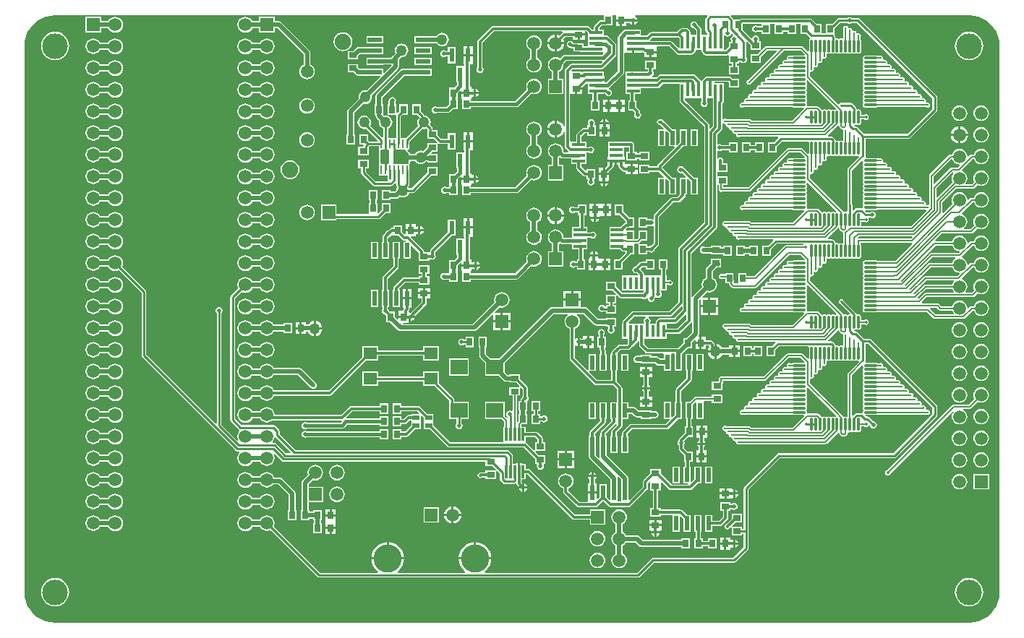
<source format=gtl>
G04*
G04 #@! TF.GenerationSoftware,Altium Limited,Altium Designer,21.3.2 (30)*
G04*
G04 Layer_Physical_Order=1*
G04 Layer_Color=255*
%FSLAX25Y25*%
%MOIN*%
G70*
G04*
G04 #@! TF.SameCoordinates,35EDE252-B6D9-4C08-81A6-3FFBFD5BE296*
G04*
G04*
G04 #@! TF.FilePolarity,Positive*
G04*
G01*
G75*
%ADD10C,0.00984*%
%ADD11C,0.00787*%
%ADD13C,0.01000*%
%ADD17C,0.01181*%
%ADD22R,0.00984X0.03937*%
G04:AMPARAMS|DCode=23|XSize=65mil|YSize=40mil|CornerRadius=4mil|HoleSize=0mil|Usage=FLASHONLY|Rotation=90.000|XOffset=0mil|YOffset=0mil|HoleType=Round|Shape=RoundedRectangle|*
%AMROUNDEDRECTD23*
21,1,0.06500,0.03200,0,0,90.0*
21,1,0.05700,0.04000,0,0,90.0*
1,1,0.00800,0.01600,0.02850*
1,1,0.00800,0.01600,-0.02850*
1,1,0.00800,-0.01600,-0.02850*
1,1,0.00800,-0.01600,0.02850*
%
%ADD23ROUNDEDRECTD23*%
%ADD24R,0.02200X0.06550*%
G04:AMPARAMS|DCode=25|XSize=58.66mil|YSize=11.02mil|CornerRadius=2.76mil|HoleSize=0mil|Usage=FLASHONLY|Rotation=270.000|XOffset=0mil|YOffset=0mil|HoleType=Round|Shape=RoundedRectangle|*
%AMROUNDEDRECTD25*
21,1,0.05866,0.00551,0,0,270.0*
21,1,0.05315,0.01102,0,0,270.0*
1,1,0.00551,-0.00276,-0.02657*
1,1,0.00551,-0.00276,0.02657*
1,1,0.00551,0.00276,0.02657*
1,1,0.00551,0.00276,-0.02657*
%
%ADD25ROUNDEDRECTD25*%
G04:AMPARAMS|DCode=26|XSize=58.66mil|YSize=11.02mil|CornerRadius=2.76mil|HoleSize=0mil|Usage=FLASHONLY|Rotation=180.000|XOffset=0mil|YOffset=0mil|HoleType=Round|Shape=RoundedRectangle|*
%AMROUNDEDRECTD26*
21,1,0.05866,0.00551,0,0,180.0*
21,1,0.05315,0.01102,0,0,180.0*
1,1,0.00551,-0.02657,0.00276*
1,1,0.00551,0.02657,0.00276*
1,1,0.00551,0.02657,-0.00276*
1,1,0.00551,-0.02657,-0.00276*
%
%ADD26ROUNDEDRECTD26*%
%ADD27R,0.05900X0.01575*%
%ADD28R,0.01181X0.05956*%
%ADD29R,0.05906X0.05512*%
%ADD30R,0.02400X0.06400*%
%ADD31R,0.01397X0.05756*%
%ADD33R,0.03347X0.02362*%
%ADD34R,0.06550X0.02200*%
%ADD35R,0.07874X0.07087*%
%ADD45C,0.05906*%
%ADD46C,0.07480*%
%ADD47C,0.11811*%
%ADD53R,0.03543X0.02756*%
%ADD54R,0.02756X0.03543*%
%ADD55C,0.01968*%
%ADD56C,0.01575*%
%ADD57C,0.06000*%
%ADD58R,0.05906X0.05906*%
%ADD59R,0.05906X0.05906*%
%ADD60C,0.12992*%
%ADD61C,0.05000*%
%ADD62C,0.01968*%
%ADD63C,0.01378*%
%ADD64C,0.01102*%
G36*
X392579Y-35898D02*
Y-40874D01*
X381031Y-52422D01*
X361094D01*
X357880Y-49207D01*
X357516Y-48964D01*
X357087Y-48878D01*
X357087Y-48878D01*
X356619D01*
X356491Y-48696D01*
X356750Y-48196D01*
X356772D01*
X357113Y-48128D01*
X357480Y-47968D01*
X357847Y-48128D01*
X358189Y-48196D01*
X358740D01*
X359082Y-48128D01*
X359371Y-47934D01*
X359565Y-47645D01*
X359633Y-47303D01*
Y-45659D01*
X361165D01*
X361466Y-45860D01*
X361968Y-45960D01*
X362471Y-45860D01*
X362898Y-45575D01*
X363183Y-45149D01*
X363283Y-44646D01*
X363183Y-44143D01*
X362898Y-43716D01*
X362471Y-43431D01*
X361968Y-43332D01*
X361466Y-43431D01*
X361165Y-43633D01*
X359633D01*
Y-41988D01*
X359565Y-41647D01*
X359371Y-41357D01*
X359082Y-41163D01*
X358740Y-41095D01*
X358189D01*
X358118Y-41110D01*
X357618Y-40761D01*
Y-40748D01*
X357532Y-40319D01*
X357289Y-39955D01*
X357289Y-39955D01*
X355714Y-38380D01*
X355350Y-38137D01*
X354921Y-38052D01*
X354921Y-38052D01*
X350853D01*
X350590Y-37999D01*
X350141Y-38089D01*
X349761Y-38343D01*
X349687Y-38453D01*
X349071Y-38544D01*
X336279Y-25752D01*
Y-24019D01*
X336779Y-23608D01*
X336811Y-23615D01*
X337260Y-23525D01*
X337641Y-23271D01*
X337895Y-22890D01*
X337985Y-22441D01*
X337895Y-21992D01*
X338232Y-21602D01*
X338324Y-21553D01*
X338330Y-21557D01*
X338779Y-21646D01*
X339229Y-21557D01*
X339610Y-21302D01*
X339864Y-20922D01*
X339953Y-20472D01*
X339864Y-20023D01*
X340200Y-19634D01*
X340293Y-19584D01*
X340299Y-19588D01*
X340748Y-19678D01*
X341197Y-19588D01*
X341578Y-19334D01*
X341832Y-18953D01*
X341922Y-18504D01*
X341832Y-18055D01*
X342169Y-17665D01*
X342261Y-17616D01*
X342267Y-17620D01*
X342717Y-17709D01*
X343166Y-17620D01*
X343547Y-17365D01*
X343801Y-16985D01*
X343890Y-16535D01*
X343801Y-16086D01*
X343772Y-16044D01*
X343887Y-15529D01*
X344230Y-15326D01*
X344409Y-15361D01*
X344961D01*
X345302Y-15293D01*
X345669Y-15134D01*
X346036Y-15293D01*
X346378Y-15361D01*
X346929D01*
X347271Y-15293D01*
X347560Y-15100D01*
X347715D01*
X348005Y-15293D01*
X348346Y-15361D01*
X348898D01*
X349239Y-15293D01*
X349606Y-15134D01*
X349973Y-15293D01*
X350315Y-15361D01*
X350866D01*
X351208Y-15293D01*
X351497Y-15100D01*
X351652D01*
X351942Y-15293D01*
X352283Y-15361D01*
X352835D01*
X353176Y-15293D01*
X353466Y-15100D01*
X353621D01*
X353910Y-15293D01*
X354252Y-15361D01*
X354803D01*
X355145Y-15293D01*
X355512Y-15134D01*
X355879Y-15293D01*
X356221Y-15361D01*
X356772D01*
X357113Y-15293D01*
X357403Y-15100D01*
X357558D01*
X357847Y-15293D01*
X358189Y-15361D01*
X358740D01*
X359082Y-15293D01*
X359371Y-15100D01*
X359565Y-14810D01*
X359633Y-14469D01*
Y-9154D01*
X359565Y-8812D01*
X359478Y-8681D01*
Y-7642D01*
X359549Y-7536D01*
X359638Y-7087D01*
X359549Y-6637D01*
X359295Y-6257D01*
X358914Y-6002D01*
X358465Y-5913D01*
X358155Y-5975D01*
X357949Y-5945D01*
X357622Y-5664D01*
X357580Y-5456D01*
X357326Y-5076D01*
X356945Y-4821D01*
X356496Y-4732D01*
X356186Y-4794D01*
X355981Y-4764D01*
X355653Y-4483D01*
X355612Y-4275D01*
X355358Y-3895D01*
X354977Y-3640D01*
X354528Y-3551D01*
X354218Y-3612D01*
X354012Y-3583D01*
X353685Y-3302D01*
X353643Y-3094D01*
X353389Y-2713D01*
X353008Y-2459D01*
X352559Y-2370D01*
X352110Y-2459D01*
X351729Y-2713D01*
X351475Y-3094D01*
X351385Y-3543D01*
X351475Y-3993D01*
X351546Y-4099D01*
Y-7953D01*
X351457Y-8052D01*
X351046Y-8297D01*
X350866Y-8261D01*
X350315D01*
X349973Y-8329D01*
X349606Y-8489D01*
X349239Y-8329D01*
X348898Y-8261D01*
X348346D01*
X348275Y-8275D01*
X347775Y-7927D01*
Y-7672D01*
X347690Y-7243D01*
X347447Y-6879D01*
X347447Y-6879D01*
X347316Y-6748D01*
X347498Y-6309D01*
X347498D01*
Y-3516D01*
X347584Y-3458D01*
X349921Y-1122D01*
X353175D01*
X353188Y-1142D01*
X353713Y-1492D01*
X354331Y-1615D01*
X354949Y-1492D01*
X355473Y-1142D01*
X355487Y-1122D01*
X357803D01*
X392579Y-35898D01*
D02*
G37*
G36*
X331731Y-6309D02*
X334494D01*
X336065Y-7880D01*
X336065Y-7880D01*
X336069Y-7891D01*
X336016Y-8448D01*
X335904Y-8522D01*
X335711Y-8812D01*
X335643Y-9154D01*
Y-14093D01*
X335143Y-14300D01*
X332921Y-12079D01*
X332592Y-11859D01*
X332205Y-11782D01*
X316189D01*
X315801Y-11859D01*
X315473Y-12079D01*
X313817Y-13735D01*
X313395Y-13449D01*
Y-9589D01*
X312877D01*
X312610Y-9089D01*
X312614Y-9083D01*
X312737Y-8465D01*
X312614Y-7846D01*
X312264Y-7322D01*
X311740Y-6972D01*
X311122Y-6849D01*
X310504Y-6972D01*
X309980Y-7322D01*
X309630Y-7846D01*
X309580Y-8094D01*
X309038Y-8258D01*
X305001Y-4222D01*
Y-2756D01*
X304978Y-2639D01*
Y-1687D01*
X305039Y-1646D01*
X305078Y-1608D01*
X313920D01*
Y-2723D01*
X312058D01*
X311642Y-2445D01*
X311024Y-2322D01*
X310405Y-2445D01*
X309881Y-2795D01*
X309531Y-3319D01*
X309408Y-3937D01*
X309531Y-4555D01*
X309881Y-5079D01*
X310405Y-5429D01*
X311024Y-5552D01*
X311642Y-5429D01*
X312058Y-5151D01*
X313920D01*
Y-6309D01*
X317876D01*
Y-1608D01*
X319920D01*
Y-6309D01*
X323876D01*
Y-5151D01*
X325731D01*
Y-6309D01*
X329687D01*
Y-1608D01*
X331731D01*
Y-6309D01*
D02*
G37*
G36*
X246685Y2322D02*
Y500D01*
X249063D01*
Y0D01*
X249563D01*
Y-2772D01*
X251441D01*
Y-1214D01*
X253149D01*
X253294Y-1431D01*
X253950Y-1869D01*
X254224Y-1924D01*
Y0D01*
X254724D01*
Y500D01*
X256648D01*
X256593Y774D01*
X256155Y1431D01*
X255570Y1822D01*
X255582Y2114D01*
X255653Y2322D01*
X288665D01*
X288856Y1860D01*
X288183Y1187D01*
X287940Y823D01*
X287855Y394D01*
X287855Y394D01*
Y-4331D01*
X287855Y-4331D01*
X287940Y-4760D01*
X288183Y-5124D01*
X288937Y-5878D01*
Y-6682D01*
X286155D01*
Y-4232D01*
X286155Y-4232D01*
X286062Y-3768D01*
X285799Y-3374D01*
X285799Y-3374D01*
X284267Y-1842D01*
X284170Y-1350D01*
X283819Y-826D01*
X283295Y-476D01*
X282677Y-353D01*
X282059Y-476D01*
X281535Y-826D01*
X281185Y-1350D01*
X281062Y-1969D01*
X281185Y-2587D01*
X281535Y-3111D01*
X282059Y-3461D01*
X282551Y-3559D01*
X283727Y-4735D01*
Y-6682D01*
X281037D01*
Y-5416D01*
X281037Y-5416D01*
X280944Y-4952D01*
X280681Y-4558D01*
X280681Y-4558D01*
X279989Y-3866D01*
X279595Y-3603D01*
X279131Y-3511D01*
X279131Y-3511D01*
X277165D01*
X276701Y-3603D01*
X276307Y-3866D01*
X276307Y-3866D01*
X274865Y-5308D01*
X274830Y-5360D01*
X263111D01*
X262647Y-5453D01*
X262253Y-5716D01*
X262253Y-5716D01*
X261033Y-6935D01*
X258213D01*
Y-4261D01*
X254800D01*
X254663Y-4234D01*
X254526Y-4261D01*
X251113D01*
Y-4310D01*
X250637Y-4405D01*
X250178Y-4711D01*
X248015Y-6874D01*
X247709Y-7333D01*
X247601Y-7874D01*
Y-23233D01*
X242209Y-28626D01*
X241413D01*
Y-27940D01*
X237463D01*
Y-26940D01*
X241413D01*
Y-25653D01*
X241013D01*
Y-23553D01*
X233913D01*
Y-23732D01*
X232942D01*
X232902Y-23705D01*
X232283Y-23582D01*
X231665Y-23705D01*
X231218Y-24003D01*
X230922Y-23916D01*
X230718Y-23788D01*
Y-23565D01*
X226496D01*
X226289Y-23065D01*
X226881Y-22474D01*
X240157D01*
X240158Y-22474D01*
X240622Y-22381D01*
X241016Y-22118D01*
X246528Y-16606D01*
X246528Y-16606D01*
X246791Y-16213D01*
X246883Y-15748D01*
X246883Y-15748D01*
Y-11417D01*
X246883Y-11417D01*
X246791Y-10953D01*
X246528Y-10559D01*
X246528Y-10559D01*
X243259Y-7290D01*
X242865Y-7027D01*
X242401Y-6935D01*
X242401Y-6935D01*
X241013D01*
Y-4261D01*
X239009D01*
Y-3652D01*
X240267Y-2395D01*
X242276D01*
X242276Y-2395D01*
X242393Y-2372D01*
X245041D01*
Y2322D01*
X246685D01*
D02*
G37*
G36*
X300712Y-6629D02*
X300627Y-7123D01*
X300552Y-7176D01*
X300039Y-7519D01*
X299689Y-8043D01*
X299566Y-8661D01*
X299689Y-9280D01*
X299825Y-9483D01*
X299564Y-9983D01*
X298810D01*
Y-12222D01*
X297285Y-13747D01*
X296931D01*
X296476Y-13638D01*
Y-7034D01*
X296976Y-6882D01*
X297086Y-7048D01*
X297610Y-7398D01*
X298228Y-7521D01*
X298847Y-7398D01*
X299371Y-7048D01*
X299721Y-6524D01*
X299750Y-6374D01*
X300293Y-6210D01*
X300712Y-6629D01*
D02*
G37*
G36*
X275965Y-8399D02*
Y-12572D01*
X275503Y-12763D01*
X272631Y-9890D01*
X272237Y-9627D01*
X271772Y-9535D01*
X271772Y-9535D01*
X262505D01*
X262353Y-9035D01*
X262395Y-9007D01*
X263614Y-7788D01*
X275355D01*
X275965Y-8399D01*
D02*
G37*
G36*
X291404Y-48746D02*
X290259Y-49892D01*
X289796Y-49700D01*
Y-48425D01*
X289704Y-47961D01*
X289441Y-47567D01*
X289441Y-47567D01*
X278478Y-36604D01*
Y-35838D01*
X286237D01*
Y-37287D01*
X285909Y-37777D01*
X285786Y-38395D01*
X285909Y-39013D01*
X286259Y-39538D01*
X286783Y-39888D01*
X287402Y-40011D01*
X288020Y-39888D01*
X288544Y-39538D01*
X288894Y-39013D01*
X289017Y-38395D01*
X288894Y-37777D01*
X288665Y-37434D01*
Y-35838D01*
X291404D01*
Y-48746D01*
D02*
G37*
G36*
X348271Y-40609D02*
X348099Y-41145D01*
X348005Y-41163D01*
X347638Y-41323D01*
X347271Y-41163D01*
X346929Y-41095D01*
X346378D01*
X346036Y-41163D01*
X345747Y-41357D01*
X345592D01*
X345302Y-41163D01*
X344961Y-41095D01*
X344409D01*
X344068Y-41163D01*
X343701Y-41323D01*
X343334Y-41163D01*
X342992Y-41095D01*
X342441D01*
X342099Y-41163D01*
X341742Y-41319D01*
X341373Y-41111D01*
X341307Y-41012D01*
X340297Y-40003D01*
X339969Y-39783D01*
X339581Y-39706D01*
X335206D01*
X334799Y-39355D01*
X334771Y-39216D01*
Y-38780D01*
X334703Y-38438D01*
X334509Y-38148D01*
Y-37993D01*
X334703Y-37704D01*
X334771Y-37362D01*
Y-36811D01*
X334703Y-36469D01*
X334543Y-36102D01*
X334703Y-35735D01*
X334771Y-35394D01*
Y-34843D01*
X334703Y-34501D01*
X334509Y-34211D01*
Y-34056D01*
X334703Y-33767D01*
X334771Y-33425D01*
Y-32874D01*
X334703Y-32532D01*
X334509Y-32243D01*
Y-32088D01*
X334703Y-31798D01*
X334771Y-31457D01*
Y-30906D01*
X334703Y-30564D01*
X334543Y-30197D01*
X334703Y-29830D01*
X334771Y-29488D01*
Y-28937D01*
X334703Y-28595D01*
X334509Y-28306D01*
Y-28151D01*
X334703Y-27861D01*
X334721Y-27767D01*
X335257Y-27595D01*
X348271Y-40609D01*
D02*
G37*
G36*
X349485Y-48502D02*
X349577Y-48570D01*
Y-48622D01*
X349655Y-49010D01*
X349874Y-49338D01*
X350465Y-49929D01*
X350793Y-50149D01*
X351032Y-50196D01*
X351190Y-50247D01*
X351398Y-50726D01*
X351385Y-50787D01*
X351475Y-51237D01*
X351546Y-51343D01*
Y-55197D01*
X351457Y-55296D01*
X351046Y-55541D01*
X350866Y-55505D01*
X350315D01*
X349973Y-55573D01*
X349684Y-55766D01*
X349529D01*
X349239Y-55573D01*
X348898Y-55505D01*
X348346D01*
X348275Y-55519D01*
X348072Y-55434D01*
X347778Y-55208D01*
X347744Y-55154D01*
X347690Y-54881D01*
X347447Y-54517D01*
X347447Y-54517D01*
X346861Y-53931D01*
X346497Y-53688D01*
X346068Y-53603D01*
X346068Y-53603D01*
X344564D01*
X344357Y-53103D01*
X349077Y-48383D01*
X349485Y-48502D01*
D02*
G37*
G36*
X296401Y-47541D02*
X296850Y-47630D01*
X297252Y-48031D01*
X297341Y-48481D01*
X297595Y-48861D01*
X297976Y-49116D01*
X298425Y-49205D01*
X298826Y-49606D01*
X298916Y-50055D01*
X299170Y-50436D01*
X299551Y-50691D01*
X300000Y-50780D01*
X300401Y-51181D01*
X300490Y-51630D01*
X300745Y-52011D01*
X301126Y-52266D01*
X301575Y-52355D01*
X301976Y-52756D01*
X302065Y-53205D01*
X302320Y-53586D01*
X302700Y-53840D01*
X303150Y-53930D01*
X303599Y-53840D01*
X303705Y-53769D01*
X321347D01*
X321554Y-54269D01*
X319537Y-56286D01*
X319518Y-56290D01*
X316770D01*
Y-61033D01*
X320726D01*
Y-58241D01*
X320813Y-58183D01*
X323150Y-55846D01*
X335295D01*
X335653Y-56346D01*
X335643Y-56398D01*
Y-61337D01*
X335143Y-61545D01*
X332921Y-59323D01*
X332592Y-59103D01*
X332205Y-59026D01*
X326043D01*
X325656Y-59103D01*
X325327Y-59323D01*
X307710Y-76940D01*
X296289D01*
Y-75844D01*
X298041D01*
Y-71888D01*
X293359D01*
Y-69844D01*
X298041D01*
Y-65888D01*
X296096D01*
Y-65070D01*
X296096Y-65070D01*
X296196Y-64567D01*
X296096Y-64064D01*
X295811Y-63638D01*
X295385Y-63353D01*
X294882Y-63253D01*
X294379Y-63353D01*
X293953Y-63638D01*
X293859Y-63778D01*
X293359Y-63626D01*
Y-60343D01*
X293800Y-60107D01*
X293870Y-60154D01*
X294488Y-60277D01*
X295106Y-60154D01*
X295523Y-59875D01*
X298959D01*
Y-61033D01*
X302915D01*
Y-56290D01*
X298959D01*
Y-57448D01*
X295523D01*
X295106Y-57169D01*
X294488Y-57046D01*
X293870Y-57169D01*
X293800Y-57216D01*
X293359Y-56980D01*
Y-52744D01*
X295328Y-50775D01*
X295328Y-50775D01*
X295591Y-50381D01*
X295683Y-49916D01*
X295683Y-49916D01*
Y-47617D01*
X295690Y-47611D01*
X296183Y-47395D01*
X296401Y-47541D01*
D02*
G37*
G36*
X355879Y-62537D02*
X356221Y-62605D01*
X356772D01*
X357113Y-62537D01*
X357480Y-62378D01*
X357847Y-62537D01*
X358189Y-62605D01*
X358483D01*
X358690Y-63105D01*
X353811Y-67984D01*
X353591Y-68313D01*
X353514Y-68701D01*
Y-84576D01*
X353491Y-84610D01*
X353406Y-85039D01*
Y-88005D01*
X352906Y-88354D01*
X352835Y-88340D01*
X352283D01*
X352043Y-88387D01*
X351527Y-88352D01*
X351307Y-88024D01*
X336279Y-72996D01*
Y-71263D01*
X336779Y-70853D01*
X336811Y-70859D01*
X337260Y-70769D01*
X337641Y-70515D01*
X337895Y-70134D01*
X337985Y-69685D01*
X337895Y-69236D01*
X338232Y-68846D01*
X338324Y-68797D01*
X338330Y-68801D01*
X338779Y-68890D01*
X339229Y-68801D01*
X339610Y-68546D01*
X339864Y-68166D01*
X339953Y-67716D01*
X339864Y-67267D01*
X340200Y-66878D01*
X340293Y-66828D01*
X340299Y-66832D01*
X340748Y-66922D01*
X341197Y-66832D01*
X341578Y-66578D01*
X341832Y-66197D01*
X341922Y-65748D01*
X341832Y-65299D01*
X342169Y-64909D01*
X342261Y-64860D01*
X342267Y-64864D01*
X342717Y-64953D01*
X343166Y-64864D01*
X343547Y-64609D01*
X343801Y-64229D01*
X343890Y-63779D01*
X343801Y-63330D01*
X343772Y-63288D01*
X343887Y-62773D01*
X344230Y-62570D01*
X344409Y-62605D01*
X344961D01*
X345302Y-62537D01*
X345592Y-62344D01*
X345747D01*
X346036Y-62537D01*
X346378Y-62605D01*
X346929D01*
X347271Y-62537D01*
X347638Y-62378D01*
X348005Y-62537D01*
X348346Y-62605D01*
X348898D01*
X349239Y-62537D01*
X349529Y-62344D01*
X349684D01*
X349973Y-62537D01*
X350315Y-62605D01*
X350866D01*
X351208Y-62537D01*
X351575Y-62378D01*
X351942Y-62537D01*
X352283Y-62605D01*
X352835D01*
X353176Y-62537D01*
X353543Y-62378D01*
X353910Y-62537D01*
X354252Y-62605D01*
X354803D01*
X355145Y-62537D01*
X355434Y-62344D01*
X355589D01*
X355879Y-62537D01*
D02*
G37*
G36*
X401778Y-64111D02*
X401975Y-64587D01*
X402545Y-65329D01*
X403287Y-65899D01*
X404151Y-66257D01*
X404953Y-66362D01*
X405197Y-66825D01*
X404239Y-67784D01*
X401676D01*
X401288Y-67861D01*
X400959Y-68080D01*
X393453Y-75587D01*
X392991Y-75395D01*
Y-72221D01*
X401197Y-64015D01*
X401778Y-64111D01*
D02*
G37*
G36*
X402104Y-70015D02*
X402294Y-70589D01*
X401975Y-71004D01*
X401617Y-71868D01*
X401495Y-72795D01*
X401617Y-73723D01*
X401940Y-74501D01*
X394840Y-81601D01*
X394378Y-81409D01*
Y-77527D01*
X401922Y-69983D01*
X401967Y-69975D01*
X402104Y-70015D01*
D02*
G37*
G36*
X360505Y-64863D02*
Y-64921D01*
X360573Y-65263D01*
X360766Y-65553D01*
Y-65707D01*
X360573Y-65997D01*
X360505Y-66339D01*
Y-66890D01*
X360573Y-67231D01*
X360733Y-67598D01*
X360573Y-67966D01*
X360505Y-68307D01*
Y-68858D01*
X360573Y-69200D01*
X360766Y-69490D01*
Y-69644D01*
X360573Y-69934D01*
X360505Y-70276D01*
Y-70827D01*
X360573Y-71168D01*
X360766Y-71458D01*
Y-71613D01*
X360573Y-71902D01*
X360505Y-72244D01*
Y-72795D01*
X360573Y-73137D01*
X360733Y-73504D01*
X360573Y-73871D01*
X360505Y-74213D01*
Y-74764D01*
X360573Y-75105D01*
X360766Y-75395D01*
Y-75550D01*
X360573Y-75840D01*
X360505Y-76181D01*
Y-76732D01*
X360573Y-77074D01*
X360733Y-77441D01*
X360573Y-77808D01*
X360505Y-78150D01*
Y-78701D01*
X360573Y-79042D01*
X360766Y-79332D01*
Y-79487D01*
X360573Y-79777D01*
X360505Y-80118D01*
Y-80669D01*
X360573Y-81011D01*
X360766Y-81300D01*
Y-81455D01*
X360573Y-81745D01*
X360505Y-82087D01*
Y-82638D01*
X360573Y-82979D01*
X360733Y-83346D01*
X360573Y-83714D01*
X360505Y-84055D01*
Y-84606D01*
X360573Y-84948D01*
X360766Y-85237D01*
Y-85392D01*
X360573Y-85682D01*
X360505Y-86024D01*
Y-86335D01*
X360480Y-86379D01*
X360102Y-86687D01*
X360022Y-86709D01*
X359842Y-86674D01*
X359842Y-86674D01*
X357681D01*
X357251Y-86759D01*
X356888Y-87002D01*
X356888Y-87002D01*
X356149Y-87741D01*
X355649Y-87534D01*
Y-85039D01*
X355564Y-84610D01*
X355541Y-84576D01*
Y-69121D01*
X360005Y-64656D01*
X360505Y-64863D01*
D02*
G37*
G36*
X348271Y-87854D02*
X348099Y-88389D01*
X348005Y-88407D01*
X347638Y-88567D01*
X347271Y-88407D01*
X346929Y-88340D01*
X346378D01*
X346036Y-88407D01*
X345747Y-88601D01*
X345592D01*
X345302Y-88407D01*
X344961Y-88340D01*
X344409D01*
X344068Y-88407D01*
X343701Y-88567D01*
X343334Y-88407D01*
X342992Y-88340D01*
X342441D01*
X342099Y-88407D01*
X341742Y-88563D01*
X341373Y-88355D01*
X341307Y-88256D01*
X340297Y-87247D01*
X339969Y-87027D01*
X339581Y-86950D01*
X335206D01*
X335091Y-86894D01*
X334831Y-86635D01*
X334771Y-86515D01*
Y-86024D01*
X334703Y-85682D01*
X334509Y-85392D01*
Y-85237D01*
X334703Y-84948D01*
X334771Y-84606D01*
Y-84055D01*
X334703Y-83714D01*
X334543Y-83346D01*
X334703Y-82979D01*
X334771Y-82638D01*
Y-82087D01*
X334703Y-81745D01*
X334509Y-81455D01*
Y-81300D01*
X334703Y-81011D01*
X334771Y-80669D01*
Y-80118D01*
X334703Y-79777D01*
X334509Y-79487D01*
Y-79332D01*
X334703Y-79042D01*
X334771Y-78701D01*
Y-78150D01*
X334703Y-77808D01*
X334543Y-77441D01*
X334703Y-77074D01*
X334771Y-76732D01*
Y-76181D01*
X334703Y-75840D01*
X334509Y-75550D01*
Y-75395D01*
X334703Y-75105D01*
X334721Y-75011D01*
X335257Y-74839D01*
X348271Y-87854D01*
D02*
G37*
G36*
X389672Y-87812D02*
X382681Y-94803D01*
X359843D01*
X359633Y-94547D01*
Y-92903D01*
X361165D01*
X361466Y-93104D01*
X361968Y-93204D01*
X362471Y-93104D01*
X362898Y-92819D01*
X363183Y-92393D01*
X363283Y-91890D01*
X363203Y-91489D01*
X363499Y-91029D01*
X363905Y-90964D01*
X364342Y-91256D01*
X364961Y-91379D01*
X365579Y-91256D01*
X366103Y-90906D01*
X366453Y-90382D01*
X366576Y-89764D01*
X366453Y-89146D01*
X366103Y-88622D01*
X365579Y-88271D01*
X364961Y-88148D01*
X364342Y-88271D01*
X363818Y-88622D01*
X363805Y-88642D01*
X362276D01*
X361601Y-87967D01*
X361808Y-87467D01*
X366713D01*
X367054Y-87400D01*
X367185Y-87312D01*
X389465D01*
X389672Y-87812D01*
D02*
G37*
G36*
X383304Y-100066D02*
X382647Y-100723D01*
X359046D01*
X358939Y-100652D01*
X358490Y-100563D01*
X358462Y-100568D01*
X358215Y-100107D01*
X358718Y-99604D01*
X383113D01*
X383304Y-100066D01*
D02*
G37*
G36*
X349485Y-95746D02*
X349577Y-95814D01*
Y-95866D01*
X349655Y-96254D01*
X349874Y-96583D01*
X350465Y-97173D01*
X350793Y-97393D01*
X351032Y-97440D01*
X351190Y-97491D01*
X351398Y-97970D01*
X351385Y-98032D01*
X351475Y-98481D01*
X351546Y-98587D01*
Y-102442D01*
X351457Y-102540D01*
X351046Y-102785D01*
X350866Y-102749D01*
X350315D01*
X349973Y-102817D01*
X349684Y-103010D01*
X349529D01*
X349239Y-102817D01*
X348898Y-102749D01*
X348346D01*
X348275Y-102763D01*
X348072Y-102679D01*
X347778Y-102452D01*
X347744Y-102398D01*
X347690Y-102125D01*
X347447Y-101761D01*
X347447Y-101761D01*
X346861Y-101175D01*
X346497Y-100932D01*
X346068Y-100847D01*
X346068Y-100847D01*
X344564D01*
X344357Y-100347D01*
X349077Y-95627D01*
X349485Y-95746D01*
D02*
G37*
G36*
X401975Y-104587D02*
X402545Y-105329D01*
X403287Y-105899D01*
X404151Y-106257D01*
X404953Y-106362D01*
X405197Y-106825D01*
X404768Y-107255D01*
X392087D01*
X391699Y-107332D01*
X391370Y-107551D01*
X378441Y-120481D01*
X378157Y-120472D01*
X378074Y-120421D01*
X377966Y-120305D01*
X377963Y-120300D01*
X377965Y-119885D01*
X394042Y-103808D01*
X401653D01*
X401975Y-104587D01*
D02*
G37*
G36*
X403171Y-109781D02*
X402545Y-110261D01*
X401975Y-111004D01*
X401653Y-111782D01*
X391496D01*
X391108Y-111859D01*
X390780Y-112079D01*
X380409Y-122449D01*
X380126Y-122441D01*
X380042Y-122389D01*
X379934Y-122273D01*
X379932Y-122269D01*
X379934Y-121853D01*
X392506Y-109281D01*
X403036D01*
X403171Y-109781D01*
D02*
G37*
G36*
X401975Y-114587D02*
X402545Y-115329D01*
X403287Y-115899D01*
X404151Y-116257D01*
X404953Y-116362D01*
X405197Y-116825D01*
X404187Y-117836D01*
X389380D01*
X388992Y-117913D01*
X388663Y-118132D01*
X382378Y-124418D01*
X382094Y-124409D01*
X382011Y-124358D01*
X381903Y-124242D01*
X381901Y-124238D01*
X381902Y-123822D01*
X391916Y-113808D01*
X401653D01*
X401975Y-114587D01*
D02*
G37*
G36*
X402468Y-120362D02*
X401975Y-121004D01*
X401653Y-121782D01*
X389370D01*
X388982Y-121859D01*
X388654Y-122079D01*
X384346Y-126386D01*
X384063Y-126378D01*
X383979Y-126326D01*
X383871Y-126210D01*
X383869Y-126206D01*
X383871Y-125791D01*
X389799Y-119862D01*
X402313D01*
X402468Y-120362D01*
D02*
G37*
G36*
X401975Y-124587D02*
X402468Y-125229D01*
X402313Y-125729D01*
X389361D01*
X388973Y-125806D01*
X388644Y-126025D01*
X386315Y-128355D01*
X386031Y-128346D01*
X385948Y-128295D01*
X385840Y-128179D01*
X385838Y-128174D01*
X385839Y-127759D01*
X389790Y-123808D01*
X401653D01*
X401975Y-124587D01*
D02*
G37*
G36*
X395526Y-133512D02*
X395855Y-133731D01*
X396242Y-133808D01*
X401653D01*
X401975Y-134587D01*
X402468Y-135229D01*
X402313Y-135729D01*
X394051D01*
X391543Y-133220D01*
X391517Y-133094D01*
X391513Y-133088D01*
X391781Y-132588D01*
X394602D01*
X395526Y-133512D01*
D02*
G37*
G36*
X348271Y-135098D02*
X348099Y-135633D01*
X348005Y-135652D01*
X347638Y-135811D01*
X347271Y-135652D01*
X346929Y-135584D01*
X346378D01*
X346036Y-135652D01*
X345747Y-135845D01*
X345592D01*
X345302Y-135652D01*
X344961Y-135584D01*
X344409D01*
X344068Y-135652D01*
X343701Y-135811D01*
X343334Y-135652D01*
X342992Y-135584D01*
X342441D01*
X342099Y-135652D01*
X341742Y-135807D01*
X341373Y-135599D01*
X341307Y-135500D01*
X340297Y-134491D01*
X339969Y-134271D01*
X339581Y-134194D01*
X335206D01*
X334799Y-133844D01*
X334771Y-133704D01*
Y-133268D01*
X334703Y-132926D01*
X334509Y-132636D01*
Y-132482D01*
X334703Y-132192D01*
X334771Y-131850D01*
Y-131299D01*
X334703Y-130958D01*
X334543Y-130591D01*
X334703Y-130224D01*
X334771Y-129882D01*
Y-129331D01*
X334703Y-128989D01*
X334509Y-128700D01*
Y-128545D01*
X334703Y-128255D01*
X334771Y-127913D01*
Y-127362D01*
X334703Y-127021D01*
X334509Y-126731D01*
Y-126576D01*
X334703Y-126286D01*
X334771Y-125945D01*
Y-125394D01*
X334703Y-125052D01*
X334543Y-124685D01*
X334703Y-124318D01*
X334771Y-123976D01*
Y-123425D01*
X334703Y-123084D01*
X334509Y-122794D01*
Y-122639D01*
X334703Y-122350D01*
X334721Y-122255D01*
X335257Y-122083D01*
X348271Y-135098D01*
D02*
G37*
G36*
X277320Y-132137D02*
Y-133562D01*
X273513Y-137369D01*
X266932D01*
X266932Y-137369D01*
X266467Y-137461D01*
X266074Y-137724D01*
X266074Y-137724D01*
X265382Y-138416D01*
X265119Y-138810D01*
X265026Y-139275D01*
X265026Y-139275D01*
Y-139906D01*
X262577D01*
X262379Y-139406D01*
X262516Y-139201D01*
X262639Y-138583D01*
X262516Y-137964D01*
X262166Y-137441D01*
X261726Y-137147D01*
X261769Y-136755D01*
X261810Y-136647D01*
X271654D01*
X271654Y-136647D01*
X272118Y-136555D01*
X272512Y-136291D01*
X274510Y-134293D01*
X276858Y-131945D01*
X277320Y-132137D01*
D02*
G37*
G36*
X279101Y-135867D02*
Y-138080D01*
X275011Y-142170D01*
X270098D01*
Y-139906D01*
X270552Y-139797D01*
X274016D01*
X274016Y-139797D01*
X274480Y-139704D01*
X274874Y-139441D01*
X278639Y-135676D01*
X279101Y-135867D01*
D02*
G37*
G36*
X260279Y-136755D02*
X260321Y-137147D01*
X259881Y-137441D01*
X259531Y-137964D01*
X259408Y-138583D01*
X259531Y-139201D01*
X259668Y-139406D01*
X259401Y-139906D01*
X252676D01*
X252469Y-139406D01*
X255227Y-136647D01*
X260238D01*
X260279Y-136755D01*
D02*
G37*
G36*
X281849Y-139329D02*
Y-143969D01*
X279371Y-146447D01*
X277699D01*
Y-148906D01*
X275264Y-151341D01*
X275113Y-151241D01*
X274649Y-151148D01*
X274649Y-151148D01*
X261526D01*
X259777Y-149399D01*
Y-146861D01*
X270098D01*
Y-144597D01*
X275514D01*
X275514Y-144597D01*
X275979Y-144505D01*
X276373Y-144242D01*
X281173Y-139441D01*
X281173Y-139441D01*
X281349Y-139178D01*
X281849Y-139329D01*
D02*
G37*
G36*
X349485Y-142991D02*
X349577Y-143058D01*
Y-143110D01*
X349655Y-143498D01*
X349874Y-143827D01*
X350465Y-144417D01*
X350793Y-144637D01*
X351032Y-144684D01*
X351190Y-144735D01*
X351398Y-145214D01*
X351385Y-145276D01*
X351475Y-145725D01*
X351546Y-145831D01*
Y-149686D01*
X351457Y-149784D01*
X351046Y-150029D01*
X350866Y-149993D01*
X350315D01*
X349973Y-150061D01*
X349684Y-150255D01*
X349529D01*
X349239Y-150061D01*
X348898Y-149993D01*
X348346D01*
X348275Y-150007D01*
X348072Y-149923D01*
X347778Y-149696D01*
X347744Y-149642D01*
X347690Y-149369D01*
X347447Y-149005D01*
X347447Y-149005D01*
X346861Y-148419D01*
X346497Y-148176D01*
X346068Y-148091D01*
X346068Y-148091D01*
X344564D01*
X344357Y-147591D01*
X349077Y-142871D01*
X349485Y-142991D01*
D02*
G37*
G36*
X355879Y-157026D02*
X356221Y-157094D01*
X356772D01*
X357113Y-157026D01*
X357480Y-156866D01*
X357847Y-157026D01*
X358189Y-157094D01*
X358483D01*
X358690Y-157594D01*
X353811Y-162473D01*
X353591Y-162801D01*
X353514Y-163189D01*
Y-182520D01*
X353426Y-182619D01*
X353014Y-182863D01*
X352835Y-182828D01*
X352283D01*
X352043Y-182876D01*
X351870Y-182864D01*
X351402Y-182655D01*
X351307Y-182512D01*
X349181Y-180386D01*
X336279Y-167484D01*
Y-165751D01*
X336779Y-165341D01*
X336811Y-165347D01*
X337260Y-165258D01*
X337641Y-165003D01*
X337895Y-164622D01*
X337985Y-164173D01*
X337895Y-163724D01*
X338232Y-163334D01*
X338324Y-163285D01*
X338330Y-163289D01*
X338779Y-163379D01*
X339229Y-163289D01*
X339610Y-163035D01*
X339864Y-162654D01*
X339953Y-162205D01*
X339864Y-161756D01*
X340200Y-161366D01*
X340293Y-161317D01*
X340299Y-161321D01*
X340748Y-161410D01*
X341197Y-161321D01*
X341578Y-161066D01*
X341832Y-160685D01*
X341922Y-160236D01*
X341832Y-159787D01*
X342169Y-159397D01*
X342261Y-159348D01*
X342267Y-159352D01*
X342717Y-159441D01*
X343166Y-159352D01*
X343547Y-159098D01*
X343801Y-158717D01*
X343890Y-158268D01*
X343801Y-157819D01*
X343772Y-157776D01*
X343887Y-157262D01*
X344230Y-157058D01*
X344409Y-157094D01*
X344961D01*
X345302Y-157026D01*
X345592Y-156832D01*
X345747D01*
X346036Y-157026D01*
X346378Y-157094D01*
X346929D01*
X347271Y-157026D01*
X347638Y-156866D01*
X348005Y-157026D01*
X348346Y-157094D01*
X348898D01*
X349239Y-157026D01*
X349529Y-156832D01*
X349684D01*
X349973Y-157026D01*
X350315Y-157094D01*
X350866D01*
X351208Y-157026D01*
X351575Y-156866D01*
X351942Y-157026D01*
X352283Y-157094D01*
X352835D01*
X353176Y-157026D01*
X353543Y-156866D01*
X353910Y-157026D01*
X354252Y-157094D01*
X354803D01*
X355145Y-157026D01*
X355434Y-156832D01*
X355589D01*
X355879Y-157026D01*
D02*
G37*
G36*
X360505Y-159352D02*
Y-159409D01*
X360573Y-159751D01*
X360766Y-160041D01*
Y-160196D01*
X360573Y-160485D01*
X360505Y-160827D01*
Y-161378D01*
X360573Y-161720D01*
X360733Y-162087D01*
X360573Y-162454D01*
X360505Y-162795D01*
Y-163347D01*
X360573Y-163688D01*
X360766Y-163978D01*
Y-164132D01*
X360573Y-164422D01*
X360505Y-164764D01*
Y-165315D01*
X360573Y-165657D01*
X360766Y-165946D01*
Y-166101D01*
X360573Y-166391D01*
X360505Y-166732D01*
Y-167283D01*
X360573Y-167625D01*
X360733Y-167992D01*
X360573Y-168359D01*
X360505Y-168701D01*
Y-169252D01*
X360573Y-169594D01*
X360766Y-169883D01*
Y-170038D01*
X360573Y-170328D01*
X360505Y-170669D01*
Y-171221D01*
X360573Y-171562D01*
X360733Y-171929D01*
X360573Y-172296D01*
X360505Y-172638D01*
Y-173189D01*
X360573Y-173531D01*
X360766Y-173820D01*
Y-173975D01*
X360573Y-174265D01*
X360505Y-174606D01*
Y-175157D01*
X360573Y-175499D01*
X360766Y-175789D01*
Y-175944D01*
X360573Y-176233D01*
X360505Y-176575D01*
Y-177126D01*
X360573Y-177468D01*
X360733Y-177835D01*
X360573Y-178202D01*
X360505Y-178543D01*
Y-179095D01*
X360573Y-179436D01*
X360766Y-179726D01*
Y-179881D01*
X360573Y-180170D01*
X360505Y-180512D01*
Y-180823D01*
X360480Y-180868D01*
X360102Y-181175D01*
X360022Y-181198D01*
X359842Y-181162D01*
X359842Y-181162D01*
X357681D01*
X357251Y-181247D01*
X356888Y-181490D01*
X356888Y-181490D01*
X356041Y-182337D01*
X355541Y-182130D01*
Y-163609D01*
X360005Y-159144D01*
X360505Y-159352D01*
D02*
G37*
G36*
X347748Y-181819D02*
X348271Y-182342D01*
X348099Y-182877D01*
X348005Y-182896D01*
X347638Y-183055D01*
X347271Y-182896D01*
X346929Y-182828D01*
X346378D01*
X346036Y-182896D01*
X345747Y-183089D01*
X345592D01*
X345302Y-182896D01*
X344961Y-182828D01*
X344409D01*
X344068Y-182896D01*
X343701Y-183055D01*
X343334Y-182896D01*
X342992Y-182828D01*
X342441D01*
X342099Y-182896D01*
X341742Y-183051D01*
X341373Y-182843D01*
X341307Y-182745D01*
X340297Y-181735D01*
X339969Y-181515D01*
X339581Y-181438D01*
X335206D01*
X334799Y-181088D01*
X334771Y-180948D01*
Y-180512D01*
X334703Y-180170D01*
X334509Y-179881D01*
Y-179726D01*
X334703Y-179436D01*
X334771Y-179095D01*
Y-178543D01*
X334703Y-178202D01*
X334543Y-177835D01*
X334703Y-177468D01*
X334771Y-177126D01*
Y-176575D01*
X334703Y-176233D01*
X334509Y-175944D01*
Y-175789D01*
X334703Y-175499D01*
X334771Y-175157D01*
Y-174606D01*
X334703Y-174265D01*
X334509Y-173975D01*
Y-173820D01*
X334703Y-173531D01*
X334771Y-173189D01*
Y-172638D01*
X334703Y-172296D01*
X334543Y-171929D01*
X334703Y-171562D01*
X334771Y-171221D01*
Y-170669D01*
X334703Y-170328D01*
X334509Y-170038D01*
Y-169883D01*
X334703Y-169594D01*
X334721Y-169499D01*
X335257Y-169327D01*
X347748Y-181819D01*
D02*
G37*
G36*
X203707Y-170141D02*
Y-173178D01*
X203429Y-173594D01*
X203331Y-174086D01*
X203079Y-174338D01*
X202816Y-174732D01*
X202723Y-175197D01*
X202424Y-175581D01*
X201865D01*
Y-180324D01*
X202227D01*
Y-181487D01*
X201865D01*
Y-184797D01*
X201513Y-185149D01*
X201013Y-184941D01*
Y-173088D01*
X202372D01*
Y-169512D01*
X202872Y-169305D01*
X203707Y-170141D01*
D02*
G37*
G36*
X210597Y-193416D02*
Y-194628D01*
X209439D01*
Y-198205D01*
X208939Y-198412D01*
X205536Y-195008D01*
X205486Y-194975D01*
X205139Y-194645D01*
X205128Y-194271D01*
Y-192270D01*
X209451D01*
X210597Y-193416D01*
D02*
G37*
G36*
X249192Y-211830D02*
Y-213943D01*
X249107D01*
Y-221515D01*
X249107Y-221693D01*
X248740Y-222014D01*
X247874D01*
X247507Y-221693D01*
Y-213943D01*
X247422D01*
Y-211161D01*
X247325Y-210671D01*
X247755Y-210394D01*
X249192Y-211830D01*
D02*
G37*
G36*
X-11811Y2322D02*
X241085Y2322D01*
Y33D01*
X239764D01*
X239299Y-60D01*
X238906Y-323D01*
X238905Y-323D01*
X236937Y-2291D01*
X236674Y-2685D01*
X236581Y-3150D01*
X236581Y-3150D01*
Y-4261D01*
X235692D01*
X234453Y-3022D01*
X234059Y-2759D01*
X233594Y-2666D01*
X233594Y-2667D01*
X190017D01*
X189553Y-2759D01*
X189159Y-3022D01*
X189159Y-3022D01*
X183197Y-8984D01*
X182934Y-9378D01*
X182841Y-9843D01*
X182841Y-9843D01*
Y-21603D01*
X182563Y-22020D01*
X182440Y-22638D01*
X182563Y-23256D01*
X182913Y-23780D01*
X183437Y-24130D01*
X184055Y-24253D01*
X184673Y-24130D01*
X185197Y-23780D01*
X185547Y-23256D01*
X185670Y-22638D01*
X185547Y-22020D01*
X185269Y-21603D01*
Y-10345D01*
X190520Y-5094D01*
X221906D01*
X222059Y-5578D01*
X222059Y-5594D01*
X220709Y-6944D01*
X219930Y-6621D01*
X219398Y-6551D01*
Y-9972D01*
X222819D01*
X222749Y-9441D01*
X222426Y-8661D01*
X223424Y-7663D01*
X226756D01*
Y-8827D01*
X229028D01*
Y-6449D01*
X229528D01*
Y-5949D01*
X232299D01*
Y-5094D01*
X233092D01*
X233913Y-5915D01*
Y-12035D01*
X232792D01*
X232729Y-12022D01*
X232729Y-12022D01*
X231899D01*
Y-10471D01*
X228857D01*
X228740Y-10447D01*
X228740Y-10447D01*
X227091D01*
X227083Y-10406D01*
X226733Y-9881D01*
X226209Y-9531D01*
X225590Y-9408D01*
X224972Y-9531D01*
X224448Y-9881D01*
X224098Y-10406D01*
X223975Y-11024D01*
X224098Y-11642D01*
X224448Y-12166D01*
X224972Y-12516D01*
X225590Y-12639D01*
X225722Y-12613D01*
X225977Y-12783D01*
X226441Y-12875D01*
X226442Y-12875D01*
X227156D01*
Y-14427D01*
X230198D01*
X230315Y-14450D01*
X232678D01*
X232741Y-14463D01*
X232741Y-14463D01*
X233913D01*
Y-14636D01*
X240718D01*
X240925Y-15136D01*
X240153Y-15908D01*
X223219D01*
X222678Y-16016D01*
X222219Y-16323D01*
X220963Y-17579D01*
X220689Y-17369D01*
X219825Y-17011D01*
X218898Y-16889D01*
X217970Y-17011D01*
X217106Y-17369D01*
X216364Y-17939D01*
X215794Y-18681D01*
X215436Y-19545D01*
X215314Y-20472D01*
X215436Y-21400D01*
X215794Y-22264D01*
X216364Y-23006D01*
X217106Y-23576D01*
X217282Y-23649D01*
Y-26920D01*
X215345D01*
Y-34025D01*
X222450D01*
Y-26920D01*
X220513D01*
Y-23649D01*
X220689Y-23576D01*
X221431Y-23006D01*
X222001Y-22264D01*
X222359Y-21400D01*
X222481Y-20472D01*
X222433Y-20109D01*
X223805Y-18737D01*
X240256D01*
X240463Y-19237D01*
X239655Y-20046D01*
X226378D01*
X225913Y-20138D01*
X225520Y-20402D01*
X225520Y-20402D01*
X223551Y-22370D01*
X223288Y-22764D01*
X223196Y-23228D01*
X223196Y-23228D01*
Y-48977D01*
X222696Y-49076D01*
X222350Y-48243D01*
X221717Y-47417D01*
X220891Y-46784D01*
X219930Y-46385D01*
X219398Y-46315D01*
Y-50236D01*
Y-54157D01*
X219930Y-54087D01*
X220891Y-53689D01*
X221717Y-53055D01*
X222350Y-52230D01*
X222696Y-51396D01*
X223196Y-51496D01*
Y-58268D01*
X223196Y-58268D01*
X223288Y-58732D01*
X223551Y-59126D01*
X224834Y-60409D01*
X224627Y-60909D01*
X222788D01*
X222442Y-60534D01*
X222481Y-60236D01*
X222359Y-59309D01*
X222001Y-58444D01*
X221431Y-57702D01*
X220689Y-57133D01*
X219825Y-56775D01*
X218898Y-56653D01*
X217970Y-56775D01*
X217106Y-57133D01*
X216364Y-57702D01*
X215794Y-58444D01*
X215436Y-59309D01*
X215314Y-60236D01*
X215436Y-61164D01*
X215794Y-62028D01*
X216364Y-62770D01*
X217106Y-63340D01*
X217282Y-63413D01*
Y-66684D01*
X215345D01*
Y-73789D01*
X222450D01*
Y-66684D01*
X220513D01*
Y-63413D01*
X220689Y-63340D01*
X220963Y-63130D01*
X221157Y-63324D01*
X221616Y-63630D01*
X222157Y-63738D01*
X226039D01*
Y-66211D01*
X228375D01*
Y-67975D01*
X228375Y-67975D01*
X228467Y-68439D01*
X228731Y-68833D01*
X231622Y-71724D01*
X231622Y-71724D01*
X232016Y-71988D01*
X232480Y-72080D01*
X233211D01*
Y-73238D01*
X233572D01*
X233832Y-73738D01*
X233697Y-73941D01*
X233574Y-74559D01*
X233697Y-75177D01*
X234047Y-75701D01*
X234571Y-76051D01*
X235189Y-76174D01*
X235807Y-76051D01*
X236331Y-75701D01*
X236681Y-75177D01*
X236804Y-74559D01*
X236681Y-73941D01*
X236546Y-73738D01*
X236806Y-73238D01*
X237167D01*
Y-68494D01*
X233211D01*
Y-69173D01*
X232711Y-69380D01*
X230803Y-67472D01*
Y-66211D01*
X233139D01*
Y-63711D01*
Y-60938D01*
X234082D01*
X234499Y-61216D01*
X235117Y-61339D01*
X235735Y-61216D01*
X236260Y-60866D01*
X236610Y-60342D01*
X236733Y-59724D01*
X236610Y-59105D01*
X236260Y-58581D01*
X235735Y-58231D01*
X235117Y-58108D01*
X234499Y-58231D01*
X234082Y-58510D01*
X233139D01*
Y-55836D01*
X230803D01*
Y-53591D01*
X232393Y-52001D01*
X233455D01*
Y-53159D01*
X237411D01*
Y-48416D01*
X237157D01*
X236890Y-47916D01*
X236925Y-47862D01*
X237048Y-47244D01*
X236925Y-46626D01*
X236575Y-46102D01*
X236051Y-45752D01*
X235433Y-45629D01*
X234815Y-45752D01*
X234291Y-46102D01*
X233941Y-46626D01*
X233818Y-47244D01*
X233941Y-47862D01*
X233977Y-47916D01*
X233709Y-48416D01*
X233455D01*
Y-49573D01*
X231890D01*
X231425Y-49666D01*
X231031Y-49929D01*
X231031Y-49929D01*
X228731Y-52230D01*
X228467Y-52624D01*
X228375Y-53088D01*
X228375Y-53088D01*
Y-55836D01*
X226039D01*
X225623Y-55633D01*
Y-33921D01*
X227847D01*
Y-31543D01*
X228346D01*
Y-31043D01*
X231118D01*
Y-30882D01*
X233013Y-28987D01*
X233513Y-29194D01*
Y-29228D01*
X233913D01*
Y-33928D01*
X235944D01*
Y-36998D01*
X235179D01*
Y-41742D01*
X239135D01*
Y-36998D01*
X238371D01*
Y-33928D01*
X241013D01*
Y-33769D01*
X241682D01*
X241770Y-33857D01*
X241815Y-34083D01*
X242165Y-34607D01*
X242689Y-34957D01*
X243307Y-35080D01*
X243925Y-34957D01*
X244449Y-34607D01*
X244799Y-34083D01*
X244922Y-33465D01*
X244799Y-32846D01*
X244449Y-32322D01*
X243925Y-31972D01*
X243624Y-31912D01*
X243329Y-31375D01*
X243362Y-31329D01*
X243795Y-31040D01*
X250016Y-24819D01*
X250323Y-24360D01*
X250430Y-23819D01*
Y-15419D01*
X250713Y-15036D01*
X254163D01*
Y-13249D01*
X255163D01*
Y-15036D01*
X258613D01*
Y-14901D01*
X259113Y-14694D01*
X259207Y-14787D01*
X259207Y-14787D01*
X259600Y-15051D01*
X259827Y-15096D01*
Y-17095D01*
X262098D01*
Y-14717D01*
X262598D01*
Y-14217D01*
X265370D01*
Y-12339D01*
X265670Y-11963D01*
X271270D01*
X274732Y-15425D01*
X274732Y-15425D01*
X275126Y-15688D01*
X275591Y-15781D01*
X281592D01*
X281592Y-15781D01*
X282056Y-15688D01*
X282450Y-15425D01*
X283142Y-14733D01*
X283142Y-14733D01*
X283405Y-14340D01*
X283497Y-13875D01*
X283894Y-13638D01*
X286286D01*
Y-14269D01*
X286286Y-14269D01*
X286379Y-14733D01*
X286642Y-15127D01*
X287333Y-15819D01*
X287333Y-15819D01*
X287727Y-16082D01*
X288192Y-16174D01*
X288192Y-16174D01*
X297787D01*
X297787Y-16174D01*
X298252Y-16082D01*
X298309Y-16044D01*
X298810Y-16311D01*
Y-19939D01*
X300060D01*
Y-21006D01*
X298810D01*
Y-24962D01*
X303553D01*
Y-21006D01*
X302303D01*
Y-19939D01*
X303553D01*
Y-19157D01*
X304306D01*
X304370Y-19252D01*
X304894Y-19603D01*
X305512Y-19726D01*
X306130Y-19603D01*
X306654Y-19252D01*
X307004Y-18728D01*
X307127Y-18110D01*
X307004Y-17492D01*
X306654Y-16968D01*
X306633Y-16954D01*
Y-9994D01*
X307023Y-9786D01*
X307118Y-9772D01*
X308652Y-11306D01*
Y-13545D01*
X313299D01*
X313585Y-13966D01*
X311962Y-15589D01*
X308652D01*
Y-19545D01*
X313395D01*
Y-17022D01*
X316609Y-13808D01*
X320720D01*
X320911Y-14270D01*
X307747Y-27434D01*
X307622Y-27459D01*
X307241Y-27713D01*
X306986Y-28094D01*
X306897Y-28543D01*
X306986Y-28993D01*
X307241Y-29373D01*
X307622Y-29628D01*
X308071Y-29717D01*
X308520Y-29628D01*
X308901Y-29373D01*
X309155Y-28993D01*
X309180Y-28867D01*
X324239Y-13808D01*
X331785D01*
X333710Y-15733D01*
X333503Y-16233D01*
X328563D01*
X328221Y-16301D01*
X328091Y-16388D01*
X327052D01*
X326945Y-16317D01*
X326496Y-16228D01*
X326047Y-16317D01*
X325666Y-16572D01*
X325412Y-16952D01*
X325322Y-17402D01*
X325412Y-17851D01*
X325416Y-17857D01*
X325366Y-17949D01*
X324977Y-18286D01*
X324528Y-18196D01*
X324078Y-18286D01*
X323698Y-18540D01*
X323443Y-18921D01*
X323354Y-19370D01*
X323443Y-19819D01*
X323447Y-19825D01*
X323398Y-19918D01*
X323008Y-20254D01*
X322559Y-20165D01*
X322110Y-20254D01*
X321729Y-20509D01*
X321475Y-20889D01*
X321385Y-21339D01*
X321475Y-21788D01*
X321479Y-21794D01*
X321429Y-21886D01*
X321040Y-22223D01*
X320590Y-22133D01*
X320141Y-22223D01*
X319761Y-22477D01*
X319506Y-22858D01*
X319417Y-23307D01*
X319506Y-23756D01*
X319510Y-23762D01*
X319461Y-23855D01*
X319071Y-24191D01*
X318622Y-24102D01*
X318173Y-24191D01*
X317792Y-24446D01*
X317538Y-24826D01*
X317448Y-25276D01*
X317538Y-25725D01*
X317542Y-25731D01*
X317492Y-25823D01*
X317103Y-26160D01*
X316653Y-26070D01*
X316204Y-26160D01*
X315824Y-26414D01*
X315569Y-26795D01*
X315480Y-27244D01*
X315569Y-27693D01*
X315573Y-27699D01*
X315524Y-27792D01*
X315134Y-28128D01*
X314685Y-28039D01*
X314236Y-28128D01*
X313855Y-28383D01*
X313601Y-28763D01*
X313511Y-29213D01*
X313601Y-29662D01*
X313605Y-29668D01*
X313555Y-29760D01*
X313166Y-30097D01*
X312717Y-30007D01*
X312267Y-30097D01*
X311887Y-30351D01*
X311632Y-30732D01*
X311543Y-31181D01*
X311632Y-31630D01*
X311636Y-31636D01*
X311587Y-31729D01*
X311197Y-32065D01*
X310748Y-31976D01*
X310299Y-32065D01*
X309918Y-32320D01*
X309664Y-32700D01*
X309574Y-33150D01*
X309664Y-33599D01*
X309668Y-33605D01*
X309618Y-33697D01*
X309229Y-34034D01*
X308780Y-33944D01*
X308330Y-34034D01*
X307950Y-34288D01*
X307695Y-34669D01*
X307606Y-35118D01*
X307695Y-35567D01*
X307699Y-35574D01*
X307650Y-35666D01*
X307260Y-36002D01*
X306811Y-35913D01*
X306362Y-36002D01*
X305981Y-36257D01*
X305727Y-36637D01*
X305637Y-37087D01*
X305727Y-37536D01*
X305731Y-37542D01*
X305681Y-37634D01*
X305292Y-37971D01*
X304842Y-37881D01*
X304393Y-37971D01*
X304013Y-38225D01*
X303758Y-38606D01*
X303669Y-39055D01*
X303758Y-39504D01*
X304013Y-39885D01*
X304393Y-40139D01*
X304842Y-40229D01*
X305292Y-40139D01*
X305398Y-40068D01*
X328091D01*
X328221Y-40156D01*
X328563Y-40224D01*
X333227D01*
X333434Y-40723D01*
X327986Y-46172D01*
X309174D01*
X308743Y-45740D01*
X308414Y-45521D01*
X308026Y-45443D01*
X307919Y-45465D01*
X297438D01*
X297300Y-45372D01*
X296850Y-45283D01*
X296401Y-45372D01*
X296183Y-45518D01*
X295690Y-45303D01*
X295683Y-45296D01*
Y-38412D01*
X295702Y-38317D01*
Y-38298D01*
X296036Y-37965D01*
X296299Y-37571D01*
X296391Y-37106D01*
X296391Y-37106D01*
Y-35838D01*
X296476D01*
Y-28882D01*
X292251D01*
X291983Y-28382D01*
X291985Y-28379D01*
X298466D01*
X298810Y-28723D01*
Y-30962D01*
X303553D01*
Y-27006D01*
X300526D01*
X299827Y-26307D01*
X299433Y-26044D01*
X298969Y-25951D01*
X298968Y-25951D01*
X288583D01*
X288583Y-25951D01*
X288118Y-26044D01*
X287724Y-26307D01*
X286642Y-27390D01*
X286379Y-27784D01*
X285853Y-27864D01*
X285799Y-27783D01*
X285799Y-27783D01*
X283329Y-25313D01*
X282935Y-25050D01*
X282471Y-24958D01*
X282471Y-24958D01*
X267203D01*
X267203Y-24958D01*
X266739Y-25050D01*
X266345Y-25313D01*
X266345Y-25313D01*
X265432Y-26226D01*
X263631D01*
X263479Y-25726D01*
X263741Y-25552D01*
X264091Y-25028D01*
X264214Y-24409D01*
X264091Y-23791D01*
X263812Y-23375D01*
Y-22694D01*
X264970D01*
Y-18739D01*
X260227D01*
Y-22694D01*
X261385D01*
Y-23375D01*
X261150Y-23726D01*
X258213D01*
Y-23553D01*
X254613D01*
X254181Y-23467D01*
X253749Y-23553D01*
X251113D01*
Y-26328D01*
Y-28828D01*
Y-31428D01*
Y-33928D01*
X253062D01*
Y-36998D01*
X252298D01*
Y-41742D01*
X254537D01*
X255328Y-42533D01*
Y-42891D01*
X255201Y-43083D01*
X255078Y-43701D01*
X255201Y-44319D01*
X255551Y-44843D01*
X256075Y-45193D01*
X256693Y-45316D01*
X257311Y-45193D01*
X257835Y-44843D01*
X258185Y-44319D01*
X258308Y-43701D01*
X258185Y-43083D01*
X257835Y-42559D01*
X257756Y-42506D01*
Y-42031D01*
X257756Y-42030D01*
X257664Y-41566D01*
X257401Y-41172D01*
X257401Y-41172D01*
X256254Y-40025D01*
Y-36998D01*
X255489D01*
Y-33928D01*
X258213D01*
Y-31254D01*
X265853D01*
X265853Y-31254D01*
X266318Y-31162D01*
X266712Y-30898D01*
X268444Y-29167D01*
X275965D01*
Y-35838D01*
X276050D01*
Y-37106D01*
X276050Y-37106D01*
X276142Y-37571D01*
X276405Y-37965D01*
X287369Y-48928D01*
Y-93278D01*
X275894Y-104753D01*
X275631Y-105147D01*
X275539Y-105611D01*
X275539Y-105611D01*
Y-129831D01*
X272793Y-132577D01*
X271151Y-134219D01*
X254724D01*
X254260Y-134312D01*
X253866Y-134575D01*
X253866Y-134575D01*
X250027Y-138413D01*
X249764Y-138807D01*
X249672Y-139272D01*
X249672Y-139272D01*
Y-139906D01*
X249587D01*
Y-146861D01*
X252231D01*
Y-149202D01*
X251859Y-149574D01*
X248425D01*
X247961Y-149666D01*
X247567Y-149929D01*
X247567Y-149929D01*
X244949Y-152547D01*
X244686Y-152941D01*
X244593Y-153405D01*
X244593Y-153405D01*
Y-153898D01*
X244107D01*
Y-161648D01*
X244593D01*
Y-165853D01*
X238042D01*
X234337Y-162148D01*
X234544Y-161648D01*
X237507D01*
Y-153898D01*
X234107D01*
Y-161211D01*
X233607Y-161418D01*
X227789Y-155599D01*
Y-150226D01*
X228289Y-149984D01*
X228753Y-150294D01*
X229028Y-150349D01*
Y-148425D01*
Y-146502D01*
X228753Y-146556D01*
X228289Y-146867D01*
X227789Y-146625D01*
Y-142280D01*
X228366Y-142040D01*
X229109Y-141471D01*
X229678Y-140729D01*
X230036Y-139865D01*
X230158Y-138937D01*
X230036Y-138010D01*
X229678Y-137145D01*
X229109Y-136403D01*
X228549Y-135974D01*
X228718Y-135474D01*
X231689D01*
X236578Y-140363D01*
X237102Y-140713D01*
X237720Y-140836D01*
X242116D01*
Y-141198D01*
X243274D01*
Y-141878D01*
X242996Y-142295D01*
X242873Y-142913D01*
X242996Y-143532D01*
X243346Y-144056D01*
X243870Y-144406D01*
X244488Y-144529D01*
X245106Y-144406D01*
X245630Y-144056D01*
X245981Y-143532D01*
X246104Y-142913D01*
X245981Y-142295D01*
X245702Y-141878D01*
Y-141198D01*
X246860D01*
Y-137242D01*
X242116D01*
Y-137605D01*
X238389D01*
X233500Y-132716D01*
X232976Y-132366D01*
X232358Y-132243D01*
X230528D01*
Y-129437D01*
X226575D01*
X222622D01*
Y-132243D01*
X217402D01*
X216783Y-132366D01*
X216259Y-132716D01*
X193198Y-155778D01*
X188692D01*
X186899Y-153984D01*
Y-150797D01*
X187261D01*
Y-146054D01*
X183306D01*
Y-150797D01*
X183668D01*
Y-154654D01*
X183791Y-155272D01*
X184141Y-155796D01*
X186408Y-158062D01*
Y-164065D01*
X192804D01*
X194992Y-166252D01*
X195516Y-166603D01*
X196134Y-166726D01*
X197628D01*
Y-167088D01*
X200655D01*
X202199Y-168632D01*
X201992Y-169132D01*
X197628D01*
Y-173088D01*
X198987D01*
Y-180022D01*
X198487Y-180289D01*
X198354Y-180201D01*
X197736Y-180078D01*
X197118Y-180201D01*
X196594Y-180551D01*
X196244Y-181075D01*
X196121Y-181693D01*
X196244Y-182311D01*
X196594Y-182835D01*
X196693Y-182901D01*
X196674Y-183116D01*
X196154Y-183304D01*
X195482Y-182632D01*
Y-175778D01*
X186408D01*
Y-184065D01*
X194049D01*
X195050Y-185065D01*
Y-187478D01*
X194872D01*
X194872Y-194634D01*
X194380Y-194652D01*
X170385D01*
X162608Y-186875D01*
Y-185049D01*
Y-181487D01*
X159778D01*
X156567Y-178276D01*
X156173Y-178012D01*
X155709Y-177920D01*
X155709Y-177920D01*
X147695D01*
Y-176762D01*
X143739D01*
Y-181506D01*
X147695D01*
Y-180348D01*
X155206D01*
X155883Y-181025D01*
X155691Y-181487D01*
X152353D01*
Y-182078D01*
X151181D01*
X151181Y-182078D01*
X150717Y-182170D01*
X150323Y-182433D01*
X150323Y-182433D01*
X148930Y-183826D01*
X147695D01*
Y-182668D01*
X143739D01*
Y-187411D01*
X147695D01*
Y-186253D01*
X149433D01*
X149433Y-186253D01*
X149898Y-186161D01*
X150291Y-185898D01*
X151684Y-184505D01*
X152353D01*
Y-186875D01*
X149497Y-189731D01*
X147695D01*
Y-188573D01*
X143739D01*
Y-193316D01*
X147695D01*
Y-192159D01*
X150000D01*
X150000Y-192159D01*
X150464Y-192066D01*
X150858Y-191803D01*
X154069Y-188592D01*
X156899D01*
Y-185049D01*
Y-182694D01*
X157361Y-182503D01*
X158061Y-183203D01*
Y-185049D01*
Y-188592D01*
X160891D01*
X169024Y-196724D01*
X169024Y-196724D01*
X169417Y-196988D01*
X169882Y-197080D01*
X204174D01*
X209439Y-202345D01*
Y-204584D01*
X210056D01*
X210323Y-205084D01*
X210319Y-205090D01*
X210196Y-205709D01*
X210319Y-206327D01*
X210669Y-206851D01*
X211193Y-207201D01*
X211811Y-207324D01*
X212429Y-207201D01*
X212953Y-206851D01*
X213303Y-206327D01*
X213426Y-205709D01*
X213303Y-205090D01*
X213299Y-205084D01*
X213566Y-204584D01*
X214183D01*
Y-200628D01*
X211156D01*
X209612Y-199084D01*
X209819Y-198584D01*
X214183D01*
Y-194628D01*
X213025D01*
Y-192913D01*
X213025Y-192913D01*
X212932Y-192449D01*
X212669Y-192055D01*
X212669Y-192055D01*
X210812Y-190198D01*
X210419Y-189935D01*
X209954Y-189842D01*
X209954Y-189842D01*
X205128D01*
Y-187478D01*
X202982D01*
Y-186546D01*
X203297Y-186230D01*
X205820D01*
Y-181487D01*
X205458D01*
Y-180324D01*
X205820D01*
Y-175581D01*
X205974Y-175415D01*
X206063Y-175355D01*
X206414Y-174831D01*
X206537Y-174213D01*
X206414Y-173594D01*
X206135Y-173178D01*
Y-169638D01*
X206135Y-169638D01*
X206043Y-169173D01*
X205780Y-168780D01*
X205780Y-168780D01*
X202372Y-165372D01*
Y-163132D01*
X197628D01*
Y-163495D01*
X196803D01*
X195482Y-162174D01*
Y-158062D01*
X218071Y-135474D01*
X224431D01*
X224601Y-135974D01*
X224041Y-136403D01*
X223471Y-137145D01*
X223113Y-138010D01*
X222991Y-138937D01*
X223113Y-139865D01*
X223471Y-140729D01*
X224041Y-141471D01*
X224783Y-142040D01*
X225361Y-142280D01*
Y-156102D01*
X225361Y-156102D01*
X225453Y-156567D01*
X225716Y-156961D01*
X236681Y-167925D01*
X236681Y-167925D01*
X237075Y-168188D01*
X237539Y-168281D01*
X245304D01*
X247211Y-170188D01*
Y-176148D01*
X244107D01*
Y-183898D01*
X244593D01*
Y-184792D01*
X240478Y-188908D01*
X240478Y-188908D01*
X239949Y-189437D01*
X239949Y-189437D01*
X239686Y-189831D01*
X239593Y-190295D01*
X239593Y-190295D01*
Y-191693D01*
X239107D01*
Y-199443D01*
X239192D01*
Y-201161D01*
X239289Y-201652D01*
X238859Y-201929D01*
X237422Y-200492D01*
Y-199443D01*
X237507D01*
Y-191693D01*
X237021D01*
Y-190680D01*
X241665Y-186036D01*
X241665Y-186036D01*
X241929Y-185642D01*
X242021Y-185177D01*
Y-183898D01*
X242507D01*
Y-176148D01*
X239107D01*
Y-183898D01*
X239593D01*
Y-184674D01*
X234949Y-189319D01*
X234686Y-189713D01*
X234593Y-190177D01*
X234593Y-190177D01*
Y-191693D01*
X234107D01*
Y-199443D01*
X234192D01*
Y-201161D01*
X234315Y-201780D01*
X234665Y-202304D01*
X244192Y-211830D01*
Y-213943D01*
X244107D01*
Y-220923D01*
X243645Y-221114D01*
X242507Y-219976D01*
Y-213943D01*
X239107D01*
Y-219976D01*
X238369Y-220714D01*
X237907Y-220523D01*
Y-218318D01*
X235807D01*
X233707D01*
Y-222093D01*
X233256Y-222211D01*
X230030D01*
X224836Y-217017D01*
Y-215941D01*
X225414Y-215702D01*
X226156Y-215132D01*
X226725Y-214390D01*
X227083Y-213526D01*
X227205Y-212598D01*
X227083Y-211671D01*
X226725Y-210807D01*
X226156Y-210065D01*
X225414Y-209495D01*
X224550Y-209137D01*
X223622Y-209015D01*
X222695Y-209137D01*
X221830Y-209495D01*
X221088Y-210065D01*
X220519Y-210807D01*
X220161Y-211671D01*
X220039Y-212598D01*
X220161Y-213526D01*
X220519Y-214390D01*
X221088Y-215132D01*
X221830Y-215702D01*
X222408Y-215941D01*
Y-217520D01*
X222408Y-217520D01*
X222501Y-217984D01*
X222764Y-218378D01*
X228669Y-224284D01*
X228669Y-224284D01*
X229063Y-224547D01*
X229528Y-224639D01*
X229528Y-224639D01*
X237375D01*
X237375Y-224639D01*
X237839Y-224547D01*
X238233Y-224284D01*
X240807Y-221710D01*
X243184Y-224087D01*
X243184Y-224087D01*
X243578Y-224350D01*
X244042Y-224442D01*
X252756D01*
X252756Y-224442D01*
X253220Y-224350D01*
X253614Y-224087D01*
X261095Y-216606D01*
X261358Y-216213D01*
X261450Y-215748D01*
X261450Y-215748D01*
Y-213495D01*
X262089Y-212856D01*
X262589Y-213063D01*
Y-216789D01*
X263747D01*
Y-224943D01*
X262589D01*
Y-228899D01*
X267332D01*
Y-228135D01*
X272690D01*
Y-235866D01*
X276090D01*
Y-228886D01*
X276552Y-228695D01*
X277690Y-229833D01*
Y-235866D01*
X281090D01*
Y-228116D01*
X279406D01*
X277353Y-226063D01*
X276959Y-225800D01*
X276495Y-225707D01*
X276495Y-225707D01*
X267332D01*
Y-224943D01*
X266175D01*
Y-216789D01*
X267332D01*
Y-213213D01*
X267832Y-213006D01*
X271039Y-216213D01*
X271039Y-216213D01*
X271433Y-216476D01*
X271898Y-216568D01*
X271898Y-216568D01*
X280951D01*
X280951Y-216568D01*
X281416Y-216476D01*
X281810Y-216213D01*
X284406Y-213616D01*
X286090D01*
Y-205866D01*
X282690D01*
Y-211899D01*
X281552Y-213037D01*
X281090Y-212846D01*
Y-205866D01*
X280944D01*
Y-203553D01*
X282049D01*
Y-198809D01*
X279810D01*
X278135Y-197135D01*
Y-195693D01*
X278264Y-195500D01*
X278387Y-194882D01*
X278264Y-194264D01*
X278128Y-194061D01*
X280054Y-192135D01*
X282293D01*
Y-187392D01*
X281608D01*
Y-183796D01*
X282172D01*
Y-177479D01*
X283272Y-176379D01*
X283772Y-176586D01*
Y-183796D01*
X287172D01*
Y-176167D01*
X287172Y-176046D01*
X287463Y-175667D01*
X290935D01*
Y-176631D01*
X295679D01*
Y-172676D01*
X290935D01*
Y-173640D01*
X283565D01*
X283177Y-173717D01*
X282849Y-173937D01*
X280740Y-176046D01*
X278772D01*
Y-183796D01*
X279180D01*
Y-187392D01*
X278337D01*
Y-190419D01*
X275913Y-192842D01*
X275650Y-193236D01*
X275558Y-193701D01*
X275558Y-193701D01*
Y-193847D01*
X275279Y-194264D01*
X275156Y-194882D01*
X275279Y-195500D01*
X275629Y-196024D01*
X275707Y-196076D01*
Y-197638D01*
X275707Y-197638D01*
X275800Y-198102D01*
X276063Y-198496D01*
X278093Y-200526D01*
Y-203553D01*
X278516D01*
Y-205866D01*
X277690D01*
Y-213616D01*
X279745D01*
X280012Y-214116D01*
X279996Y-214141D01*
X272400D01*
X267332Y-209072D01*
Y-206833D01*
X262589D01*
Y-208923D01*
X259378Y-212134D01*
X259115Y-212528D01*
X259022Y-212992D01*
X259022Y-212992D01*
Y-215245D01*
X253007Y-221260D01*
X252507Y-221053D01*
Y-213943D01*
X252422D01*
Y-211161D01*
X252299Y-210543D01*
X251949Y-210019D01*
X242422Y-200492D01*
Y-199443D01*
X242507D01*
Y-191693D01*
X242021D01*
Y-190798D01*
X242194Y-190625D01*
X246486Y-186333D01*
X247022Y-186501D01*
X247058Y-186713D01*
X244949Y-188822D01*
X244686Y-189215D01*
X244593Y-189680D01*
X244593Y-189680D01*
Y-191693D01*
X244107D01*
Y-199443D01*
X247507D01*
Y-191693D01*
X247021D01*
Y-190183D01*
X249284Y-187920D01*
X249284Y-187920D01*
X249547Y-187526D01*
X249639Y-187062D01*
X249639Y-187062D01*
Y-183898D01*
X252507D01*
Y-181638D01*
X254191D01*
X255191Y-182638D01*
X255715Y-182988D01*
X256333Y-183111D01*
X258258D01*
Y-183868D01*
X263002D01*
Y-183505D01*
X264764D01*
X265382Y-183382D01*
X265906Y-183032D01*
X266256Y-182508D01*
X266379Y-181890D01*
X266256Y-181272D01*
X265906Y-180748D01*
X265382Y-180397D01*
X264764Y-180274D01*
X263002D01*
Y-179912D01*
X260392D01*
X260236Y-179881D01*
X257002D01*
X256002Y-178880D01*
X255478Y-178530D01*
X254860Y-178407D01*
X252507D01*
Y-176148D01*
X249639D01*
Y-169685D01*
X249547Y-169220D01*
X249284Y-168827D01*
X249284Y-168827D01*
X247021Y-166564D01*
Y-161648D01*
X247507D01*
Y-153898D01*
X247507D01*
X247368Y-153561D01*
X248928Y-152001D01*
X252362D01*
X252362Y-152001D01*
X252827Y-151909D01*
X253221Y-151646D01*
X254303Y-150563D01*
X256754Y-148112D01*
X256754Y-148112D01*
X256849Y-147970D01*
X257349Y-148122D01*
Y-149901D01*
X257349Y-149902D01*
X257441Y-150366D01*
X257705Y-150760D01*
X260165Y-153220D01*
X260165Y-153220D01*
X260559Y-153484D01*
X261024Y-153576D01*
X261024Y-153576D01*
X268364D01*
X268772Y-153796D01*
X268772Y-154076D01*
Y-156056D01*
X267045D01*
X266496Y-155507D01*
X265972Y-155157D01*
X265354Y-155034D01*
X263002D01*
Y-154321D01*
X258258D01*
Y-154684D01*
X256299D01*
X255681Y-154807D01*
X255157Y-155157D01*
X254807Y-155681D01*
X254684Y-156299D01*
X254807Y-156917D01*
X255157Y-157441D01*
X255681Y-157791D01*
X256299Y-157914D01*
X258258D01*
Y-158277D01*
X263002D01*
Y-158265D01*
X264685D01*
X265234Y-158813D01*
X265758Y-159164D01*
X266376Y-159286D01*
X268772D01*
Y-161546D01*
X272172D01*
Y-154076D01*
X272172Y-153796D01*
X272581Y-153576D01*
X273364D01*
X273772Y-153796D01*
Y-161546D01*
X277172D01*
Y-157712D01*
X277203Y-157555D01*
Y-153971D01*
X279984Y-151191D01*
X281655D01*
Y-148732D01*
X282837Y-147549D01*
X283299Y-147741D01*
Y-148319D01*
X285177D01*
Y-146047D01*
X285030D01*
X284762Y-145547D01*
X284957Y-145256D01*
X285080Y-144638D01*
Y-128973D01*
X285311Y-128791D01*
X285811Y-129025D01*
Y-131390D01*
X289264D01*
Y-127937D01*
X286654D01*
X286463Y-127475D01*
X288660Y-125278D01*
X288836Y-125351D01*
X289764Y-125473D01*
X290691Y-125351D01*
X291556Y-124993D01*
X292298Y-124424D01*
X292867Y-123681D01*
X293225Y-122817D01*
X293347Y-121890D01*
X293225Y-120962D01*
X292867Y-120098D01*
X292298Y-119356D01*
X291556Y-118786D01*
X291379Y-118713D01*
Y-115874D01*
X293220Y-114033D01*
X293545D01*
X293701Y-114064D01*
X293857Y-114033D01*
X295285D01*
Y-112605D01*
X295316Y-112449D01*
X295285Y-112293D01*
Y-110077D01*
X290542D01*
Y-112142D01*
X288622Y-114063D01*
X288271Y-114587D01*
X288148Y-115205D01*
Y-118713D01*
X287972Y-118786D01*
X287230Y-119356D01*
X286661Y-120098D01*
X286302Y-120962D01*
X286180Y-121890D01*
X286302Y-122817D01*
X286376Y-122994D01*
X282322Y-127047D01*
X282029Y-127486D01*
X281637Y-127444D01*
X281529Y-127403D01*
Y-107589D01*
X293003Y-96115D01*
X293003Y-96115D01*
X293266Y-95721D01*
X293359Y-95257D01*
Y-75844D01*
X294262D01*
Y-77397D01*
X294191Y-77504D01*
X294102Y-77953D01*
X294191Y-78402D01*
X294446Y-78783D01*
X294826Y-79037D01*
X295276Y-79127D01*
X295725Y-79037D01*
X295831Y-78966D01*
X308130D01*
X308518Y-78889D01*
X308846Y-78669D01*
X326463Y-61053D01*
X331785D01*
X333710Y-62977D01*
X333503Y-63477D01*
X328563D01*
X328221Y-63545D01*
X328091Y-63633D01*
X327052D01*
X326945Y-63561D01*
X326496Y-63472D01*
X326047Y-63561D01*
X325666Y-63816D01*
X325412Y-64196D01*
X325322Y-64646D01*
X325412Y-65095D01*
X325416Y-65101D01*
X325366Y-65193D01*
X324977Y-65530D01*
X324528Y-65440D01*
X324078Y-65530D01*
X323698Y-65784D01*
X323443Y-66165D01*
X323354Y-66614D01*
X323443Y-67063D01*
X323447Y-67070D01*
X323398Y-67162D01*
X323008Y-67498D01*
X322559Y-67409D01*
X322110Y-67498D01*
X321729Y-67753D01*
X321475Y-68133D01*
X321385Y-68583D01*
X321475Y-69032D01*
X321479Y-69038D01*
X321429Y-69130D01*
X321040Y-69467D01*
X320590Y-69377D01*
X320141Y-69467D01*
X319761Y-69721D01*
X319506Y-70102D01*
X319417Y-70551D01*
X319506Y-71000D01*
X319510Y-71007D01*
X319461Y-71099D01*
X319071Y-71435D01*
X318622Y-71346D01*
X318173Y-71435D01*
X317792Y-71690D01*
X317538Y-72070D01*
X317448Y-72520D01*
X317538Y-72969D01*
X317542Y-72975D01*
X317492Y-73067D01*
X317103Y-73404D01*
X316653Y-73314D01*
X316204Y-73404D01*
X315824Y-73658D01*
X315569Y-74039D01*
X315480Y-74488D01*
X315569Y-74937D01*
X315573Y-74944D01*
X315524Y-75036D01*
X315134Y-75372D01*
X314685Y-75283D01*
X314236Y-75372D01*
X313855Y-75627D01*
X313601Y-76007D01*
X313511Y-76457D01*
X313601Y-76906D01*
X313605Y-76912D01*
X313555Y-77004D01*
X313166Y-77341D01*
X312717Y-77251D01*
X312267Y-77341D01*
X311887Y-77595D01*
X311632Y-77976D01*
X311543Y-78425D01*
X311632Y-78874D01*
X311636Y-78881D01*
X311587Y-78973D01*
X311197Y-79309D01*
X310748Y-79220D01*
X310299Y-79309D01*
X309918Y-79564D01*
X309664Y-79944D01*
X309574Y-80394D01*
X309664Y-80843D01*
X309668Y-80849D01*
X309618Y-80941D01*
X309229Y-81278D01*
X308780Y-81188D01*
X308330Y-81278D01*
X307950Y-81532D01*
X307695Y-81913D01*
X307606Y-82362D01*
X307695Y-82811D01*
X307699Y-82818D01*
X307650Y-82910D01*
X307260Y-83246D01*
X306811Y-83157D01*
X306362Y-83246D01*
X305981Y-83501D01*
X305727Y-83881D01*
X305637Y-84331D01*
X305727Y-84780D01*
X305731Y-84786D01*
X305681Y-84878D01*
X305292Y-85215D01*
X304842Y-85125D01*
X304393Y-85215D01*
X304013Y-85469D01*
X303758Y-85850D01*
X303669Y-86299D01*
X303758Y-86748D01*
X304013Y-87129D01*
X304393Y-87384D01*
X304842Y-87473D01*
X305292Y-87384D01*
X305398Y-87312D01*
X328091D01*
X328221Y-87400D01*
X328563Y-87467D01*
X333503D01*
X333710Y-87967D01*
X328261Y-93416D01*
X309174D01*
X308743Y-92984D01*
X308414Y-92765D01*
X308026Y-92688D01*
X307919Y-92709D01*
X297438D01*
X297300Y-92616D01*
X296850Y-92527D01*
X296401Y-92616D01*
X296020Y-92871D01*
X295766Y-93252D01*
X295677Y-93701D01*
X295766Y-94150D01*
X296020Y-94531D01*
X296401Y-94785D01*
X296850Y-94875D01*
X297252Y-95276D01*
X297341Y-95725D01*
X297595Y-96105D01*
X297976Y-96360D01*
X298425Y-96449D01*
X298826Y-96850D01*
X298916Y-97299D01*
X299170Y-97680D01*
X299551Y-97935D01*
X300000Y-98024D01*
X300401Y-98425D01*
X300490Y-98874D01*
X300745Y-99255D01*
X301126Y-99510D01*
X301575Y-99599D01*
X301976Y-100000D01*
X302065Y-100449D01*
X302320Y-100830D01*
X302700Y-101084D01*
X303150Y-101174D01*
X303599Y-101084D01*
X303737Y-100992D01*
X319006D01*
X319213Y-101492D01*
X316782Y-103924D01*
X316762Y-103928D01*
X314014D01*
Y-108671D01*
X317970D01*
Y-105879D01*
X318057Y-105821D01*
X320787Y-103090D01*
X333015D01*
X333247Y-103590D01*
X333144Y-103711D01*
X325220D01*
X324833Y-103788D01*
X324504Y-104008D01*
X310628Y-117885D01*
X306946D01*
Y-116526D01*
X302991D01*
X302991Y-121269D01*
X302556Y-121428D01*
X301366D01*
X300966Y-121028D01*
Y-119882D01*
X300946Y-119784D01*
Y-116526D01*
X296990D01*
Y-117097D01*
X295831D01*
X295725Y-117026D01*
X295276Y-116937D01*
X294826Y-117026D01*
X294446Y-117280D01*
X294191Y-117661D01*
X294102Y-118110D01*
X294191Y-118559D01*
X294446Y-118940D01*
X294826Y-119195D01*
X295276Y-119284D01*
X295725Y-119195D01*
X295831Y-119123D01*
X296990D01*
Y-121269D01*
X298940D01*
Y-121606D01*
X299017Y-121994D01*
X299236Y-122323D01*
X300071Y-123157D01*
X300400Y-123377D01*
X300787Y-123454D01*
X310886D01*
X311274Y-123377D01*
X311602Y-123157D01*
X326463Y-108297D01*
X331785D01*
X333710Y-110221D01*
X333503Y-110721D01*
X328563D01*
X328221Y-110789D01*
X328091Y-110877D01*
X327052D01*
X326945Y-110805D01*
X326496Y-110716D01*
X326047Y-110805D01*
X325666Y-111060D01*
X325412Y-111441D01*
X325322Y-111890D01*
X325412Y-112339D01*
X325416Y-112345D01*
X325366Y-112437D01*
X324977Y-112774D01*
X324528Y-112685D01*
X324078Y-112774D01*
X323698Y-113028D01*
X323443Y-113409D01*
X323354Y-113858D01*
X323443Y-114307D01*
X323447Y-114314D01*
X323398Y-114406D01*
X323008Y-114742D01*
X322559Y-114653D01*
X322110Y-114742D01*
X321729Y-114997D01*
X321475Y-115378D01*
X321385Y-115827D01*
X321475Y-116276D01*
X321479Y-116282D01*
X321429Y-116374D01*
X321040Y-116711D01*
X320590Y-116622D01*
X320141Y-116711D01*
X319761Y-116965D01*
X319506Y-117346D01*
X319417Y-117795D01*
X319506Y-118245D01*
X319510Y-118251D01*
X319461Y-118343D01*
X319071Y-118679D01*
X318622Y-118590D01*
X318173Y-118679D01*
X317792Y-118934D01*
X317538Y-119315D01*
X317448Y-119764D01*
X317538Y-120213D01*
X317542Y-120219D01*
X317492Y-120311D01*
X317103Y-120648D01*
X316653Y-120559D01*
X316204Y-120648D01*
X315824Y-120902D01*
X315569Y-121283D01*
X315480Y-121732D01*
X315569Y-122181D01*
X315573Y-122188D01*
X315524Y-122280D01*
X315134Y-122616D01*
X314685Y-122527D01*
X314236Y-122616D01*
X313855Y-122871D01*
X313601Y-123252D01*
X313511Y-123701D01*
X313601Y-124150D01*
X313605Y-124156D01*
X313555Y-124248D01*
X313166Y-124585D01*
X312717Y-124496D01*
X312267Y-124585D01*
X311887Y-124839D01*
X311632Y-125220D01*
X311543Y-125669D01*
X311632Y-126119D01*
X311636Y-126125D01*
X311587Y-126217D01*
X311197Y-126553D01*
X310748Y-126464D01*
X310299Y-126553D01*
X309918Y-126808D01*
X309664Y-127189D01*
X309574Y-127638D01*
X309664Y-128087D01*
X309668Y-128093D01*
X309618Y-128185D01*
X309229Y-128522D01*
X308780Y-128433D01*
X308330Y-128522D01*
X307950Y-128776D01*
X307695Y-129157D01*
X307606Y-129606D01*
X307695Y-130055D01*
X307699Y-130062D01*
X307650Y-130154D01*
X307260Y-130490D01*
X306811Y-130401D01*
X306362Y-130490D01*
X305981Y-130745D01*
X305727Y-131126D01*
X305637Y-131575D01*
X305727Y-132024D01*
X305731Y-132030D01*
X305681Y-132122D01*
X305292Y-132459D01*
X304842Y-132370D01*
X304393Y-132459D01*
X304013Y-132713D01*
X303758Y-133094D01*
X303669Y-133543D01*
X303758Y-133993D01*
X304013Y-134373D01*
X304393Y-134628D01*
X304842Y-134717D01*
X305292Y-134628D01*
X305398Y-134556D01*
X328091D01*
X328221Y-134644D01*
X328563Y-134712D01*
X333227D01*
X333434Y-135212D01*
X327986Y-140660D01*
X309174D01*
X308743Y-140228D01*
X308414Y-140009D01*
X308026Y-139932D01*
X297406D01*
X297300Y-139860D01*
X296850Y-139771D01*
X296401Y-139860D01*
X296020Y-140115D01*
X295766Y-140496D01*
X295677Y-140945D01*
X295766Y-141394D01*
X296020Y-141775D01*
X296401Y-142029D01*
X296850Y-142119D01*
X297252Y-142520D01*
X297341Y-142969D01*
X297595Y-143350D01*
X297976Y-143604D01*
X298425Y-143693D01*
X298826Y-144095D01*
X298916Y-144544D01*
X299170Y-144924D01*
X299551Y-145179D01*
X300000Y-145268D01*
X300401Y-145669D01*
X300490Y-146118D01*
X300745Y-146499D01*
X301126Y-146754D01*
X301575Y-146843D01*
X301976Y-147244D01*
X302065Y-147693D01*
X302320Y-148074D01*
X302700Y-148328D01*
X303150Y-148418D01*
X303599Y-148328D01*
X303737Y-148236D01*
X319999D01*
X320206Y-148736D01*
X318787Y-150155D01*
X318767Y-150159D01*
X316020D01*
Y-154902D01*
X319976D01*
Y-152110D01*
X320063Y-152052D01*
X321780Y-150334D01*
X335295D01*
X335653Y-150834D01*
X335643Y-150886D01*
Y-155826D01*
X335143Y-156033D01*
X332921Y-153811D01*
X332592Y-153592D01*
X332205Y-153514D01*
X326043D01*
X325656Y-153592D01*
X325327Y-153811D01*
X314797Y-164341D01*
X295831D01*
X295725Y-164270D01*
X295276Y-164181D01*
X294826Y-164270D01*
X294446Y-164524D01*
X294191Y-164905D01*
X294102Y-165354D01*
X294191Y-165804D01*
X294202Y-165820D01*
Y-166326D01*
X293969Y-166559D01*
X293891Y-166676D01*
X290935D01*
Y-170632D01*
X295679D01*
Y-167767D01*
X295692Y-167702D01*
X295932Y-167462D01*
X296151Y-167133D01*
X296229Y-166745D01*
Y-166367D01*
X315216D01*
X315604Y-166290D01*
X315933Y-166071D01*
X326463Y-155541D01*
X331785D01*
X333710Y-157466D01*
X333503Y-157966D01*
X328563D01*
X328221Y-158034D01*
X328091Y-158121D01*
X327052D01*
X326945Y-158049D01*
X326496Y-157960D01*
X326047Y-158049D01*
X325666Y-158304D01*
X325412Y-158685D01*
X325322Y-159134D01*
X325412Y-159583D01*
X325416Y-159589D01*
X325366Y-159681D01*
X324977Y-160018D01*
X324528Y-159929D01*
X324078Y-160018D01*
X323698Y-160272D01*
X323443Y-160653D01*
X323354Y-161102D01*
X323443Y-161551D01*
X323447Y-161558D01*
X323398Y-161650D01*
X323008Y-161986D01*
X322559Y-161897D01*
X322110Y-161986D01*
X321729Y-162241D01*
X321475Y-162622D01*
X321385Y-163071D01*
X321475Y-163520D01*
X321479Y-163526D01*
X321429Y-163619D01*
X321040Y-163955D01*
X320590Y-163866D01*
X320141Y-163955D01*
X319761Y-164209D01*
X319506Y-164590D01*
X319417Y-165039D01*
X319506Y-165489D01*
X319510Y-165495D01*
X319461Y-165587D01*
X319071Y-165924D01*
X318622Y-165834D01*
X318173Y-165924D01*
X317792Y-166178D01*
X317538Y-166559D01*
X317448Y-167008D01*
X317538Y-167457D01*
X317542Y-167463D01*
X317492Y-167555D01*
X317103Y-167892D01*
X316653Y-167803D01*
X316204Y-167892D01*
X315824Y-168146D01*
X315569Y-168527D01*
X315480Y-168976D01*
X315569Y-169425D01*
X315573Y-169432D01*
X315524Y-169524D01*
X315134Y-169860D01*
X314685Y-169771D01*
X314236Y-169860D01*
X313855Y-170115D01*
X313601Y-170496D01*
X313511Y-170945D01*
X313601Y-171394D01*
X313605Y-171400D01*
X313555Y-171493D01*
X313166Y-171829D01*
X312717Y-171740D01*
X312267Y-171829D01*
X311887Y-172083D01*
X311632Y-172464D01*
X311543Y-172913D01*
X311632Y-173363D01*
X311636Y-173369D01*
X311587Y-173461D01*
X311197Y-173798D01*
X310748Y-173708D01*
X310299Y-173798D01*
X309918Y-174052D01*
X309664Y-174433D01*
X309574Y-174882D01*
X309664Y-175331D01*
X309668Y-175337D01*
X309618Y-175429D01*
X309229Y-175766D01*
X308780Y-175677D01*
X308330Y-175766D01*
X307950Y-176021D01*
X307695Y-176401D01*
X307606Y-176850D01*
X307695Y-177300D01*
X307699Y-177306D01*
X307650Y-177398D01*
X307260Y-177734D01*
X306811Y-177645D01*
X306362Y-177734D01*
X305981Y-177989D01*
X305727Y-178370D01*
X305637Y-178819D01*
X305727Y-179268D01*
X305731Y-179274D01*
X305681Y-179367D01*
X305292Y-179703D01*
X304842Y-179614D01*
X304393Y-179703D01*
X304013Y-179957D01*
X303758Y-180338D01*
X303669Y-180787D01*
X303758Y-181237D01*
X304013Y-181617D01*
X304393Y-181872D01*
X304842Y-181961D01*
X305292Y-181872D01*
X305398Y-181801D01*
X328091D01*
X328221Y-181888D01*
X328563Y-181956D01*
X333227D01*
X333434Y-182456D01*
X327986Y-187904D01*
X309174D01*
X308743Y-187472D01*
X308414Y-187253D01*
X308026Y-187176D01*
X297406D01*
X297300Y-187105D01*
X296850Y-187015D01*
X296401Y-187105D01*
X296020Y-187359D01*
X295766Y-187740D01*
X295677Y-188189D01*
X295766Y-188638D01*
X296020Y-189019D01*
X296401Y-189273D01*
X296850Y-189363D01*
X297252Y-189764D01*
X297341Y-190213D01*
X297595Y-190594D01*
X297976Y-190848D01*
X298425Y-190937D01*
X298826Y-191339D01*
X298916Y-191788D01*
X299170Y-192168D01*
X299551Y-192423D01*
X300000Y-192512D01*
X300401Y-192913D01*
X300490Y-193363D01*
X300745Y-193743D01*
X301126Y-193998D01*
X301575Y-194087D01*
X301976Y-194488D01*
X302065Y-194937D01*
X302320Y-195318D01*
X302700Y-195573D01*
X303150Y-195662D01*
X303599Y-195573D01*
X303737Y-195480D01*
X343293D01*
X343680Y-195403D01*
X344009Y-195183D01*
X349077Y-190115D01*
X349485Y-190235D01*
X349577Y-190302D01*
Y-190354D01*
X349655Y-190742D01*
X349874Y-191071D01*
X350465Y-191661D01*
X350793Y-191881D01*
X351181Y-191958D01*
X352098D01*
X352485Y-191881D01*
X352814Y-191661D01*
X353275Y-191200D01*
X353495Y-190871D01*
X353572Y-190484D01*
Y-190236D01*
X353661Y-190137D01*
X354072Y-189892D01*
X354252Y-189928D01*
X354803D01*
X355145Y-189860D01*
X355434Y-189667D01*
X355589D01*
X355879Y-189860D01*
X356221Y-189928D01*
X356772D01*
X357113Y-189860D01*
X357480Y-189700D01*
X357847Y-189860D01*
X358189Y-189928D01*
X358740D01*
X359082Y-189860D01*
X359371Y-189667D01*
X359565Y-189377D01*
X359633Y-189035D01*
Y-187391D01*
X361165D01*
X361466Y-187592D01*
X361968Y-187692D01*
X362471Y-187592D01*
X362898Y-187307D01*
X363183Y-186881D01*
X363667Y-186988D01*
X363833Y-187086D01*
X363862Y-187232D01*
X364212Y-187756D01*
X364736Y-188107D01*
X365354Y-188230D01*
X365972Y-188107D01*
X366496Y-187756D01*
X366847Y-187232D01*
X366970Y-186614D01*
X366847Y-185996D01*
X366496Y-185472D01*
X365972Y-185122D01*
X365354Y-184999D01*
X365330Y-185004D01*
X363391Y-183065D01*
X363028Y-182822D01*
X362598Y-182737D01*
X362598Y-182737D01*
X361973D01*
X361722Y-182420D01*
X361926Y-181956D01*
X366713D01*
X367054Y-181888D01*
X367185Y-181801D01*
X389877D01*
X389984Y-181872D01*
X390433Y-181961D01*
X390882Y-181872D01*
X391263Y-181617D01*
X391517Y-181237D01*
X391607Y-180787D01*
X391517Y-180338D01*
X391263Y-179957D01*
X390882Y-179703D01*
X390433Y-179614D01*
X389984Y-179703D01*
X389574Y-179397D01*
X389508Y-179274D01*
X389549Y-179213D01*
X389638Y-178764D01*
X389549Y-178315D01*
X389295Y-177934D01*
X388914Y-177679D01*
X388465Y-177590D01*
X388015Y-177679D01*
X387896Y-177648D01*
X387580Y-177300D01*
X387670Y-176850D01*
X387580Y-176401D01*
X387326Y-176021D01*
X386945Y-175766D01*
X386496Y-175677D01*
X386047Y-175766D01*
X385657Y-175429D01*
X385608Y-175337D01*
X385612Y-175331D01*
X385701Y-174882D01*
X385612Y-174433D01*
X385357Y-174052D01*
X384977Y-173798D01*
X384527Y-173708D01*
X384078Y-173798D01*
X383689Y-173461D01*
X383639Y-173369D01*
X383643Y-173363D01*
X383733Y-172913D01*
X383643Y-172464D01*
X383389Y-172083D01*
X383008Y-171829D01*
X382559Y-171740D01*
X382110Y-171829D01*
X381720Y-171493D01*
X381671Y-171400D01*
X381675Y-171394D01*
X381764Y-170945D01*
X381675Y-170496D01*
X381420Y-170115D01*
X381040Y-169860D01*
X380591Y-169771D01*
X380141Y-169860D01*
X379752Y-169524D01*
X379702Y-169432D01*
X379706Y-169425D01*
X379796Y-168976D01*
X379706Y-168527D01*
X379452Y-168146D01*
X379071Y-167892D01*
X378622Y-167803D01*
X378173Y-167892D01*
X377783Y-167555D01*
X377734Y-167463D01*
X377738Y-167457D01*
X377827Y-167008D01*
X377738Y-166559D01*
X377484Y-166178D01*
X377103Y-165924D01*
X376654Y-165834D01*
X376204Y-165924D01*
X375815Y-165587D01*
X375765Y-165495D01*
X375769Y-165489D01*
X375859Y-165039D01*
X375769Y-164590D01*
X375515Y-164209D01*
X375134Y-163955D01*
X374685Y-163866D01*
X374236Y-163955D01*
X373846Y-163619D01*
X373797Y-163526D01*
X373801Y-163520D01*
X373890Y-163071D01*
X373801Y-162622D01*
X373547Y-162241D01*
X373166Y-161986D01*
X372716Y-161897D01*
X372267Y-161986D01*
X371878Y-161650D01*
X371828Y-161558D01*
X371832Y-161551D01*
X371922Y-161102D01*
X371832Y-160653D01*
X371578Y-160272D01*
X371197Y-160018D01*
X370748Y-159929D01*
X370299Y-160018D01*
X369909Y-159681D01*
X369860Y-159589D01*
X369864Y-159583D01*
X369953Y-159134D01*
X369864Y-158685D01*
X369609Y-158304D01*
X369229Y-158049D01*
X368779Y-157960D01*
X368330Y-158049D01*
X368224Y-158121D01*
X367185D01*
X367054Y-158034D01*
X366713Y-157966D01*
X361967D01*
X361694Y-157557D01*
X361676Y-157466D01*
X361752Y-157087D01*
Y-149153D01*
X363118D01*
X392579Y-178614D01*
Y-181622D01*
X374535Y-199666D01*
X321850D01*
X321850Y-199666D01*
X321421Y-199751D01*
X321057Y-199994D01*
X321057Y-199994D01*
X305900Y-215152D01*
X305657Y-215516D01*
X305571Y-215945D01*
X305571Y-215945D01*
Y-234556D01*
X304734D01*
Y-233699D01*
X300370D01*
X300163Y-233199D01*
X301707Y-231655D01*
X304734D01*
Y-227699D01*
X299991D01*
Y-229939D01*
X297716Y-232213D01*
X297529Y-232250D01*
X297102Y-232535D01*
X296817Y-232962D01*
X296717Y-233465D01*
X296817Y-233967D01*
X297102Y-234394D01*
X297529Y-234679D01*
X298031Y-234779D01*
X298534Y-234679D01*
X298961Y-234394D01*
X298998Y-234338D01*
X299077Y-234285D01*
X299490Y-233872D01*
X299991Y-234079D01*
Y-237655D01*
X304734D01*
Y-236799D01*
X305571D01*
Y-243039D01*
X300716Y-247894D01*
X263779D01*
X263350Y-247980D01*
X262986Y-248223D01*
X262986Y-248223D01*
X256425Y-254784D01*
X186309D01*
X186130Y-254284D01*
X187019Y-253555D01*
X187956Y-252413D01*
X188652Y-251111D01*
X189081Y-249698D01*
X189176Y-248728D01*
X181693D01*
X174210D01*
X174305Y-249698D01*
X174734Y-251111D01*
X175430Y-252413D01*
X176367Y-253555D01*
X177256Y-254284D01*
X177077Y-254784D01*
X146152D01*
X145973Y-254284D01*
X146862Y-253555D01*
X147798Y-252413D01*
X148494Y-251111D01*
X148923Y-249698D01*
X149019Y-248728D01*
X141535D01*
X134052D01*
X134148Y-249698D01*
X134576Y-251111D01*
X135273Y-252413D01*
X136209Y-253555D01*
X137098Y-254284D01*
X136919Y-254784D01*
X110228D01*
X89011Y-233566D01*
X89288Y-232896D01*
X89410Y-231968D01*
X89288Y-231041D01*
X88930Y-230177D01*
X88361Y-229435D01*
X87618Y-228865D01*
X86754Y-228507D01*
X85827Y-228385D01*
X84899Y-228507D01*
X84035Y-228865D01*
X83293Y-229435D01*
X82723Y-230177D01*
X82650Y-230353D01*
X79054D01*
X78971Y-230153D01*
X78394Y-229401D01*
X77642Y-228824D01*
X76767Y-228461D01*
X75827Y-228337D01*
X74887Y-228461D01*
X74011Y-228824D01*
X73259Y-229401D01*
X72682Y-230153D01*
X72319Y-231029D01*
X72196Y-231968D01*
X72319Y-232908D01*
X72682Y-233784D01*
X73259Y-234536D01*
X74011Y-235113D01*
X74887Y-235476D01*
X75827Y-235600D01*
X76767Y-235476D01*
X77642Y-235113D01*
X78394Y-234536D01*
X78971Y-233784D01*
X79054Y-233584D01*
X82650D01*
X82723Y-233760D01*
X83293Y-234502D01*
X84035Y-235072D01*
X84899Y-235430D01*
X85827Y-235552D01*
X86754Y-235430D01*
X87424Y-235152D01*
X108971Y-256698D01*
X108971Y-256699D01*
X109335Y-256942D01*
X109764Y-257027D01*
X256890D01*
X256890Y-257027D01*
X257319Y-256942D01*
X257683Y-256699D01*
X264244Y-250137D01*
X301181D01*
X301181Y-250137D01*
X301610Y-250052D01*
X301974Y-249809D01*
X307486Y-244297D01*
X307486Y-244297D01*
X307729Y-243933D01*
X307815Y-243504D01*
X307815Y-243504D01*
Y-235827D01*
X307815Y-235827D01*
X307815Y-235827D01*
Y-216409D01*
X322315Y-201909D01*
X375000D01*
X375000Y-201909D01*
X375429Y-201824D01*
X375793Y-201581D01*
X394494Y-182880D01*
X394737Y-182516D01*
X394822Y-182087D01*
X394822Y-182087D01*
Y-178150D01*
X394822Y-178150D01*
X394737Y-177720D01*
X394494Y-177357D01*
X364376Y-147238D01*
X364012Y-146995D01*
X363583Y-146910D01*
X363583Y-146910D01*
X361094D01*
X357880Y-143695D01*
X357516Y-143452D01*
X357087Y-143367D01*
X357087Y-143367D01*
X356619D01*
X356491Y-143184D01*
X356750Y-142684D01*
X356772D01*
X357113Y-142616D01*
X357480Y-142456D01*
X357847Y-142616D01*
X358189Y-142684D01*
X358740D01*
X359082Y-142616D01*
X359371Y-142423D01*
X359565Y-142133D01*
X359633Y-141791D01*
Y-140147D01*
X361165D01*
X361466Y-140348D01*
X361968Y-140448D01*
X362471Y-140348D01*
X362898Y-140063D01*
X363183Y-139637D01*
X363283Y-139134D01*
X363183Y-138631D01*
X362898Y-138205D01*
X362471Y-137920D01*
X361968Y-137820D01*
X361466Y-137920D01*
X361165Y-138121D01*
X359633D01*
Y-136476D01*
X359565Y-136135D01*
X359371Y-135845D01*
X359082Y-135652D01*
X358740Y-135584D01*
X358189D01*
X358105Y-135600D01*
X358092Y-135601D01*
X357591Y-135317D01*
X357543Y-135254D01*
X357532Y-135201D01*
X357289Y-134837D01*
X357289Y-134837D01*
X351569Y-129117D01*
X351420Y-128894D01*
X351040Y-128640D01*
X350590Y-128551D01*
X350141Y-128640D01*
X349761Y-128894D01*
X349506Y-129275D01*
X349417Y-129724D01*
X349506Y-130174D01*
X349761Y-130554D01*
X349983Y-130703D01*
X354364Y-135084D01*
X354298Y-135377D01*
X354172Y-135600D01*
X353910Y-135652D01*
X353543Y-135811D01*
X353176Y-135652D01*
X352835Y-135584D01*
X352283D01*
X352043Y-135631D01*
X351527Y-135597D01*
X351307Y-135268D01*
X336279Y-120240D01*
Y-118507D01*
X336779Y-118097D01*
X336811Y-118103D01*
X337260Y-118014D01*
X337641Y-117759D01*
X337895Y-117378D01*
X337985Y-116929D01*
X337895Y-116480D01*
X338232Y-116090D01*
X338324Y-116041D01*
X338330Y-116045D01*
X338779Y-116134D01*
X339229Y-116045D01*
X339610Y-115791D01*
X339864Y-115410D01*
X339953Y-114961D01*
X339864Y-114512D01*
X340200Y-114122D01*
X340293Y-114072D01*
X340299Y-114076D01*
X340748Y-114166D01*
X341197Y-114076D01*
X341578Y-113822D01*
X341832Y-113441D01*
X341922Y-112992D01*
X341832Y-112543D01*
X342169Y-112153D01*
X342261Y-112104D01*
X342267Y-112108D01*
X342717Y-112197D01*
X343166Y-112108D01*
X343547Y-111854D01*
X343801Y-111473D01*
X343890Y-111024D01*
X343801Y-110574D01*
X343772Y-110532D01*
X343887Y-110018D01*
X344230Y-109814D01*
X344409Y-109849D01*
X344961D01*
X345302Y-109782D01*
X345592Y-109588D01*
X345747D01*
X346036Y-109782D01*
X346378Y-109849D01*
X346929D01*
X347271Y-109782D01*
X347638Y-109622D01*
X348005Y-109782D01*
X348346Y-109849D01*
X348898D01*
X349239Y-109782D01*
X349529Y-109588D01*
X349684D01*
X349973Y-109782D01*
X350315Y-109849D01*
X350866D01*
X351208Y-109782D01*
X351575Y-109622D01*
X351942Y-109782D01*
X352283Y-109849D01*
X352835D01*
X353176Y-109782D01*
X353543Y-109622D01*
X353910Y-109782D01*
X354252Y-109849D01*
X354803D01*
X355145Y-109782D01*
X355434Y-109588D01*
X355589D01*
X355879Y-109782D01*
X356221Y-109849D01*
X356772D01*
X357113Y-109782D01*
X357480Y-109622D01*
X357847Y-109782D01*
X358189Y-109849D01*
X358740D01*
X359082Y-109782D01*
X359371Y-109588D01*
X359565Y-109298D01*
X359633Y-108957D01*
Y-103642D01*
X359565Y-103300D01*
X359531Y-103249D01*
X359680Y-102749D01*
X382985D01*
X383126Y-102946D01*
X383210Y-103231D01*
X375565Y-110877D01*
X369335D01*
X369229Y-110805D01*
X368779Y-110716D01*
X368330Y-110805D01*
X368224Y-110877D01*
X367185D01*
X367054Y-110789D01*
X366713Y-110721D01*
X361398D01*
X361056Y-110789D01*
X360766Y-110983D01*
X360573Y-111273D01*
X360505Y-111614D01*
Y-112165D01*
X360573Y-112507D01*
X360766Y-112797D01*
Y-112951D01*
X360573Y-113241D01*
X360505Y-113583D01*
Y-114134D01*
X360573Y-114476D01*
X360733Y-114842D01*
X360573Y-115210D01*
X360505Y-115551D01*
Y-116102D01*
X360573Y-116444D01*
X360766Y-116734D01*
Y-116888D01*
X360573Y-117178D01*
X360505Y-117520D01*
Y-118071D01*
X360573Y-118412D01*
X360766Y-118702D01*
Y-118857D01*
X360573Y-119147D01*
X360505Y-119488D01*
Y-120039D01*
X360573Y-120381D01*
X360733Y-120748D01*
X360573Y-121115D01*
X360505Y-121457D01*
Y-122008D01*
X360573Y-122350D01*
X360766Y-122639D01*
Y-122794D01*
X360573Y-123084D01*
X360505Y-123425D01*
Y-123976D01*
X360573Y-124318D01*
X360733Y-124685D01*
X360573Y-125052D01*
X360505Y-125394D01*
Y-125945D01*
X360573Y-126286D01*
X360766Y-126576D01*
Y-126731D01*
X360573Y-127021D01*
X360505Y-127362D01*
Y-127913D01*
X360573Y-128255D01*
X360766Y-128545D01*
Y-128700D01*
X360573Y-128989D01*
X360505Y-129331D01*
Y-129882D01*
X360573Y-130224D01*
X360733Y-130591D01*
X360573Y-130958D01*
X360505Y-131299D01*
Y-131850D01*
X360573Y-132192D01*
X360766Y-132482D01*
Y-132636D01*
X360573Y-132926D01*
X360505Y-133268D01*
Y-133819D01*
X360573Y-134160D01*
X360766Y-134450D01*
X361056Y-134644D01*
X361398Y-134712D01*
X366713D01*
X367054Y-134644D01*
X367185Y-134556D01*
X389877D01*
X389984Y-134628D01*
X390110Y-134653D01*
X392915Y-137458D01*
X393244Y-137678D01*
X393632Y-137755D01*
X406713D01*
X407101Y-137678D01*
X407430Y-137458D01*
X411080Y-133808D01*
X411653D01*
X411975Y-134587D01*
X412545Y-135329D01*
X413287Y-135899D01*
X414151Y-136257D01*
X415079Y-136379D01*
X416006Y-136257D01*
X416870Y-135899D01*
X417613Y-135329D01*
X418182Y-134587D01*
X418540Y-133723D01*
X418662Y-132795D01*
X418540Y-131868D01*
X418182Y-131004D01*
X417613Y-130261D01*
X416870Y-129692D01*
X416006Y-129334D01*
X415079Y-129212D01*
X414151Y-129334D01*
X413287Y-129692D01*
X412545Y-130261D01*
X411975Y-131004D01*
X411653Y-131782D01*
X410660D01*
X410272Y-131859D01*
X409943Y-132079D01*
X409109Y-132914D01*
X408646Y-132670D01*
X408540Y-131868D01*
X408182Y-131004D01*
X407613Y-130261D01*
X406870Y-129692D01*
X406006Y-129334D01*
X405079Y-129212D01*
X404151Y-129334D01*
X403287Y-129692D01*
X402545Y-130261D01*
X401975Y-131004D01*
X401653Y-131782D01*
X396662D01*
X395738Y-130858D01*
X395410Y-130639D01*
X395022Y-130562D01*
X389020D01*
X388914Y-130490D01*
X388465Y-130401D01*
X388015Y-130490D01*
X387835Y-130335D01*
X387808Y-129728D01*
X389780Y-127755D01*
X411132D01*
X411520Y-127678D01*
X411849Y-127458D01*
X413373Y-125934D01*
X414151Y-126257D01*
X415079Y-126379D01*
X416006Y-126257D01*
X416870Y-125899D01*
X417613Y-125329D01*
X418182Y-124587D01*
X418540Y-123723D01*
X418662Y-122795D01*
X418540Y-121868D01*
X418182Y-121004D01*
X417613Y-120261D01*
X416870Y-119692D01*
X416006Y-119334D01*
X415079Y-119212D01*
X414151Y-119334D01*
X413287Y-119692D01*
X412545Y-120261D01*
X411975Y-121004D01*
X411617Y-121868D01*
X411495Y-122795D01*
X411617Y-123723D01*
X411940Y-124501D01*
X410713Y-125729D01*
X407845D01*
X407690Y-125229D01*
X408182Y-124587D01*
X408540Y-123723D01*
X408662Y-122795D01*
X408540Y-121868D01*
X408182Y-121004D01*
X407613Y-120261D01*
X406870Y-119692D01*
X406186Y-119409D01*
X406016Y-118872D01*
X411080Y-113808D01*
X411653D01*
X411975Y-114587D01*
X412545Y-115329D01*
X413287Y-115899D01*
X414151Y-116257D01*
X415079Y-116379D01*
X416006Y-116257D01*
X416870Y-115899D01*
X417613Y-115329D01*
X418182Y-114587D01*
X418540Y-113723D01*
X418662Y-112795D01*
X418540Y-111868D01*
X418182Y-111004D01*
X417613Y-110261D01*
X416870Y-109692D01*
X416006Y-109334D01*
X415079Y-109212D01*
X414151Y-109334D01*
X413287Y-109692D01*
X412545Y-110261D01*
X411975Y-111004D01*
X411653Y-111782D01*
X410660D01*
X410272Y-111859D01*
X409943Y-112079D01*
X409109Y-112914D01*
X408646Y-112670D01*
X408540Y-111868D01*
X408182Y-111004D01*
X407613Y-110261D01*
X406870Y-109692D01*
X406175Y-109404D01*
X406120Y-109319D01*
X406039Y-108973D01*
X406052Y-108836D01*
X411080Y-103808D01*
X411653D01*
X411975Y-104587D01*
X412545Y-105329D01*
X413287Y-105899D01*
X414151Y-106257D01*
X415079Y-106379D01*
X416006Y-106257D01*
X416870Y-105899D01*
X417613Y-105329D01*
X418182Y-104587D01*
X418540Y-103723D01*
X418662Y-102795D01*
X418540Y-101868D01*
X418182Y-101004D01*
X417613Y-100261D01*
X416870Y-99692D01*
X416006Y-99334D01*
X415079Y-99212D01*
X414151Y-99334D01*
X413287Y-99692D01*
X412545Y-100261D01*
X411975Y-101004D01*
X411653Y-101782D01*
X410660D01*
X410272Y-101859D01*
X409943Y-102079D01*
X409109Y-102914D01*
X408646Y-102670D01*
X408540Y-101868D01*
X408182Y-101004D01*
X407613Y-100261D01*
X406870Y-99692D01*
X406006Y-99334D01*
X405079Y-99212D01*
X404151Y-99334D01*
X403287Y-99692D01*
X402545Y-100261D01*
X401975Y-101004D01*
X401653Y-101782D01*
X394118D01*
X393911Y-101282D01*
X396933Y-98260D01*
X410627D01*
X411015Y-98183D01*
X411344Y-97963D01*
X413373Y-95934D01*
X414151Y-96257D01*
X415079Y-96379D01*
X416006Y-96257D01*
X416870Y-95899D01*
X417613Y-95329D01*
X418182Y-94587D01*
X418540Y-93723D01*
X418662Y-92795D01*
X418540Y-91868D01*
X418182Y-91004D01*
X417613Y-90261D01*
X416870Y-89692D01*
X416006Y-89334D01*
X415079Y-89212D01*
X414151Y-89334D01*
X413287Y-89692D01*
X412545Y-90261D01*
X411975Y-91004D01*
X411617Y-91868D01*
X411495Y-92795D01*
X411617Y-93723D01*
X411940Y-94501D01*
X410208Y-96233D01*
X407255D01*
X407086Y-95733D01*
X407613Y-95329D01*
X408182Y-94587D01*
X408540Y-93723D01*
X408662Y-92795D01*
X408540Y-91868D01*
X408182Y-91004D01*
X407613Y-90261D01*
X406870Y-89692D01*
X406186Y-89409D01*
X406041Y-88952D01*
X406052Y-88836D01*
X411080Y-83808D01*
X411653D01*
X411975Y-84587D01*
X412545Y-85329D01*
X413287Y-85899D01*
X414151Y-86257D01*
X415079Y-86379D01*
X416006Y-86257D01*
X416870Y-85899D01*
X417613Y-85329D01*
X418182Y-84587D01*
X418540Y-83723D01*
X418662Y-82795D01*
X418540Y-81868D01*
X418182Y-81004D01*
X417613Y-80261D01*
X416870Y-79692D01*
X416006Y-79334D01*
X415079Y-79212D01*
X414151Y-79334D01*
X413287Y-79692D01*
X412545Y-80261D01*
X411975Y-81004D01*
X411653Y-81782D01*
X410660D01*
X410272Y-81859D01*
X409943Y-82079D01*
X409109Y-82914D01*
X408646Y-82670D01*
X408540Y-81868D01*
X408182Y-81004D01*
X407613Y-80261D01*
X406870Y-79692D01*
X406006Y-79334D01*
X405079Y-79212D01*
X404151Y-79334D01*
X403287Y-79692D01*
X402545Y-80261D01*
X401975Y-81004D01*
X401617Y-81868D01*
X401495Y-82795D01*
X401617Y-83723D01*
X401940Y-84501D01*
X397635Y-88807D01*
X397350Y-88722D01*
X397153Y-88581D01*
Y-84116D01*
X403514Y-77755D01*
X411132D01*
X411520Y-77678D01*
X411849Y-77458D01*
X413373Y-75934D01*
X414151Y-76257D01*
X415079Y-76379D01*
X416006Y-76257D01*
X416870Y-75899D01*
X417613Y-75329D01*
X418182Y-74587D01*
X418540Y-73723D01*
X418662Y-72795D01*
X418540Y-71868D01*
X418182Y-71004D01*
X417613Y-70261D01*
X416870Y-69692D01*
X416006Y-69334D01*
X415079Y-69212D01*
X414151Y-69334D01*
X413287Y-69692D01*
X412545Y-70261D01*
X411975Y-71004D01*
X411617Y-71868D01*
X411495Y-72795D01*
X411617Y-73723D01*
X411940Y-74501D01*
X410713Y-75729D01*
X407845D01*
X407690Y-75229D01*
X408182Y-74587D01*
X408540Y-73723D01*
X408662Y-72795D01*
X408540Y-71868D01*
X408182Y-71004D01*
X407613Y-70261D01*
X406870Y-69692D01*
X406186Y-69409D01*
X406016Y-68872D01*
X411080Y-63809D01*
X411653D01*
X411975Y-64587D01*
X412545Y-65329D01*
X413287Y-65899D01*
X414151Y-66257D01*
X415079Y-66379D01*
X416006Y-66257D01*
X416870Y-65899D01*
X417613Y-65329D01*
X418182Y-64587D01*
X418540Y-63723D01*
X418662Y-62795D01*
X418540Y-61868D01*
X418182Y-61004D01*
X417613Y-60261D01*
X416870Y-59692D01*
X416006Y-59334D01*
X415079Y-59212D01*
X414151Y-59334D01*
X413287Y-59692D01*
X412545Y-60261D01*
X411975Y-61004D01*
X411653Y-61782D01*
X410660D01*
X410272Y-61859D01*
X409943Y-62079D01*
X409109Y-62914D01*
X408646Y-62670D01*
X408540Y-61868D01*
X408182Y-61004D01*
X407613Y-60261D01*
X406870Y-59692D01*
X406006Y-59334D01*
X405079Y-59212D01*
X404151Y-59334D01*
X403287Y-59692D01*
X402545Y-60261D01*
X401975Y-61004D01*
X401653Y-61782D01*
X400984D01*
X400597Y-61859D01*
X400268Y-62079D01*
X391262Y-71085D01*
X391042Y-71414D01*
X390965Y-71802D01*
Y-84721D01*
X390465Y-85132D01*
X390433Y-85125D01*
X389984Y-85215D01*
X389594Y-84878D01*
X389545Y-84786D01*
X389549Y-84780D01*
X389638Y-84331D01*
X389549Y-83881D01*
X389295Y-83501D01*
X388914Y-83246D01*
X388465Y-83157D01*
X388015Y-83246D01*
X387626Y-82910D01*
X387576Y-82818D01*
X387580Y-82811D01*
X387670Y-82362D01*
X387580Y-81913D01*
X387326Y-81532D01*
X386945Y-81278D01*
X386496Y-81188D01*
X386047Y-81278D01*
X385657Y-80941D01*
X385608Y-80849D01*
X385612Y-80843D01*
X385701Y-80394D01*
X385612Y-79944D01*
X385357Y-79564D01*
X384977Y-79309D01*
X384527Y-79220D01*
X384078Y-79309D01*
X383689Y-78973D01*
X383639Y-78881D01*
X383643Y-78874D01*
X383733Y-78425D01*
X383643Y-77976D01*
X383389Y-77595D01*
X383008Y-77341D01*
X382559Y-77251D01*
X382110Y-77341D01*
X381720Y-77004D01*
X381671Y-76912D01*
X381675Y-76906D01*
X381764Y-76457D01*
X381675Y-76007D01*
X381420Y-75627D01*
X381040Y-75372D01*
X380591Y-75283D01*
X380141Y-75372D01*
X379752Y-75036D01*
X379702Y-74944D01*
X379706Y-74937D01*
X379796Y-74488D01*
X379706Y-74039D01*
X379452Y-73658D01*
X379071Y-73404D01*
X378622Y-73314D01*
X378173Y-73404D01*
X377783Y-73067D01*
X377734Y-72975D01*
X377738Y-72969D01*
X377827Y-72520D01*
X377738Y-72070D01*
X377484Y-71690D01*
X377103Y-71435D01*
X376654Y-71346D01*
X376204Y-71435D01*
X375815Y-71099D01*
X375765Y-71007D01*
X375769Y-71000D01*
X375859Y-70551D01*
X375769Y-70102D01*
X375515Y-69721D01*
X375134Y-69467D01*
X374685Y-69377D01*
X374236Y-69467D01*
X373846Y-69130D01*
X373797Y-69038D01*
X373801Y-69032D01*
X373890Y-68583D01*
X373801Y-68133D01*
X373547Y-67753D01*
X373166Y-67498D01*
X372716Y-67409D01*
X372267Y-67498D01*
X371878Y-67162D01*
X371828Y-67070D01*
X371832Y-67063D01*
X371922Y-66614D01*
X371832Y-66165D01*
X371578Y-65784D01*
X371197Y-65530D01*
X370748Y-65440D01*
X370299Y-65530D01*
X369909Y-65193D01*
X369860Y-65101D01*
X369864Y-65095D01*
X369953Y-64646D01*
X369864Y-64196D01*
X369609Y-63816D01*
X369229Y-63561D01*
X368779Y-63472D01*
X368330Y-63561D01*
X368224Y-63633D01*
X367185D01*
X367054Y-63545D01*
X366713Y-63477D01*
X361967D01*
X361694Y-63069D01*
X361676Y-62977D01*
X361752Y-62598D01*
Y-54665D01*
X381496D01*
X381496Y-54665D01*
X381925Y-54580D01*
X382289Y-54336D01*
X394494Y-42132D01*
X394494Y-42132D01*
X394737Y-41768D01*
X394822Y-41339D01*
Y-35433D01*
X394822Y-35433D01*
X394737Y-35004D01*
X394494Y-34640D01*
X394494Y-34640D01*
X359061Y793D01*
X358697Y1036D01*
X358268Y1122D01*
X358268Y1122D01*
X355487D01*
X355473Y1142D01*
X354949Y1492D01*
X354331Y1615D01*
X353713Y1492D01*
X353188Y1142D01*
X353175Y1122D01*
X349457D01*
X349457Y1122D01*
X349027Y1036D01*
X348664Y793D01*
X348664Y793D01*
X346309Y-1561D01*
X346289Y-1565D01*
X343542D01*
Y-5965D01*
X341498D01*
Y-1565D01*
X339258D01*
X337228Y465D01*
X336835Y728D01*
X336370Y820D01*
X336370Y820D01*
X304575D01*
X304575Y820D01*
X304110Y728D01*
X303716Y465D01*
X303716Y465D01*
X303655Y403D01*
X301022D01*
X300673Y758D01*
X300515Y995D01*
X300515Y995D01*
X299650Y1860D01*
X299841Y2322D01*
X408949Y2322D01*
X409449Y2322D01*
X409449Y2322D01*
X409943Y2307D01*
X411663Y2172D01*
X413824Y1654D01*
X415876Y803D01*
X417770Y-357D01*
X419460Y-1800D01*
X420902Y-3489D01*
X422063Y-5384D01*
X422913Y-7436D01*
X423432Y-9596D01*
X423567Y-11317D01*
X423582Y-11811D01*
X423582Y-11811D01*
X423582Y-12311D01*
X423582Y-263284D01*
X423582Y-263285D01*
X423582Y-263779D01*
X423567Y-264274D01*
X423432Y-265994D01*
X422913Y-268154D01*
X422063Y-270207D01*
X420902Y-272101D01*
X419460Y-273790D01*
X417770Y-275233D01*
X415876Y-276394D01*
X413824Y-277244D01*
X411663Y-277763D01*
X409538Y-277930D01*
X409449Y-277912D01*
X115354D01*
X-11811Y-277912D01*
X-11900Y-277930D01*
X-14026Y-277763D01*
X-16186Y-277244D01*
X-18238Y-276394D01*
X-20132Y-275233D01*
X-21822Y-273790D01*
X-23265Y-272101D01*
X-24425Y-270207D01*
X-25275Y-268154D01*
X-25794Y-265994D01*
X-25961Y-263868D01*
X-25944Y-263779D01*
Y-11811D01*
X-25961Y-11722D01*
X-25794Y-9596D01*
X-25275Y-7436D01*
X-24425Y-5384D01*
X-23265Y-3489D01*
X-21822Y-1800D01*
X-20132Y-357D01*
X-18238Y803D01*
X-16186Y1654D01*
X-14026Y2172D01*
X-11900Y2339D01*
X-11811Y2322D01*
D02*
G37*
%LPC*%
G36*
X368779Y-16228D02*
X368330Y-16317D01*
X368224Y-16388D01*
X367185D01*
X367054Y-16301D01*
X366713Y-16233D01*
X361398D01*
X361056Y-16301D01*
X360766Y-16495D01*
X360573Y-16784D01*
X360505Y-17126D01*
Y-17677D01*
X360573Y-18019D01*
X360766Y-18308D01*
Y-18463D01*
X360573Y-18753D01*
X360505Y-19094D01*
Y-19646D01*
X360573Y-19987D01*
X360733Y-20354D01*
X360573Y-20721D01*
X360505Y-21063D01*
Y-21614D01*
X360573Y-21956D01*
X360766Y-22245D01*
Y-22400D01*
X360573Y-22690D01*
X360505Y-23031D01*
Y-23583D01*
X360573Y-23924D01*
X360766Y-24214D01*
Y-24369D01*
X360573Y-24658D01*
X360505Y-25000D01*
Y-25551D01*
X360573Y-25893D01*
X360733Y-26260D01*
X360573Y-26627D01*
X360505Y-26969D01*
Y-27520D01*
X360573Y-27861D01*
X360766Y-28151D01*
Y-28306D01*
X360573Y-28595D01*
X360505Y-28937D01*
Y-29488D01*
X360573Y-29830D01*
X360733Y-30197D01*
X360573Y-30564D01*
X360505Y-30906D01*
Y-31457D01*
X360573Y-31798D01*
X360766Y-32088D01*
Y-32243D01*
X360573Y-32532D01*
X360505Y-32874D01*
Y-33425D01*
X360573Y-33767D01*
X360766Y-34056D01*
Y-34211D01*
X360573Y-34501D01*
X360505Y-34843D01*
Y-35394D01*
X360573Y-35735D01*
X360733Y-36102D01*
X360573Y-36469D01*
X360505Y-36811D01*
Y-37362D01*
X360573Y-37704D01*
X360766Y-37993D01*
Y-38148D01*
X360573Y-38438D01*
X360505Y-38780D01*
Y-39331D01*
X360573Y-39672D01*
X360766Y-39962D01*
X361056Y-40156D01*
X361398Y-40224D01*
X366713D01*
X367054Y-40156D01*
X367185Y-40068D01*
X389877D01*
X389984Y-40139D01*
X390433Y-40229D01*
X390882Y-40139D01*
X391263Y-39885D01*
X391517Y-39504D01*
X391607Y-39055D01*
X391517Y-38606D01*
X391263Y-38225D01*
X390882Y-37971D01*
X390433Y-37881D01*
X389984Y-37971D01*
X389594Y-37634D01*
X389545Y-37542D01*
X389549Y-37536D01*
X389638Y-37087D01*
X389549Y-36637D01*
X389295Y-36257D01*
X388914Y-36002D01*
X388465Y-35913D01*
X388015Y-36002D01*
X387626Y-35666D01*
X387576Y-35574D01*
X387580Y-35567D01*
X387670Y-35118D01*
X387580Y-34669D01*
X387326Y-34288D01*
X386945Y-34034D01*
X386496Y-33944D01*
X386047Y-34034D01*
X385657Y-33697D01*
X385608Y-33605D01*
X385612Y-33599D01*
X385701Y-33150D01*
X385612Y-32700D01*
X385357Y-32320D01*
X384977Y-32065D01*
X384527Y-31976D01*
X384078Y-32065D01*
X383689Y-31729D01*
X383639Y-31636D01*
X383643Y-31630D01*
X383733Y-31181D01*
X383643Y-30732D01*
X383389Y-30351D01*
X383008Y-30097D01*
X382559Y-30007D01*
X382110Y-30097D01*
X381720Y-29760D01*
X381671Y-29668D01*
X381675Y-29662D01*
X381764Y-29213D01*
X381675Y-28763D01*
X381420Y-28383D01*
X381040Y-28128D01*
X380591Y-28039D01*
X380141Y-28128D01*
X379752Y-27792D01*
X379702Y-27699D01*
X379706Y-27693D01*
X379796Y-27244D01*
X379706Y-26795D01*
X379452Y-26414D01*
X379071Y-26160D01*
X378622Y-26070D01*
X378173Y-26160D01*
X377783Y-25823D01*
X377734Y-25731D01*
X377738Y-25725D01*
X377827Y-25276D01*
X377738Y-24826D01*
X377484Y-24446D01*
X377103Y-24191D01*
X376654Y-24102D01*
X376204Y-24191D01*
X375815Y-23855D01*
X375765Y-23762D01*
X375769Y-23756D01*
X375859Y-23307D01*
X375769Y-22858D01*
X375515Y-22477D01*
X375134Y-22223D01*
X374685Y-22133D01*
X374236Y-22223D01*
X373846Y-21886D01*
X373797Y-21794D01*
X373801Y-21788D01*
X373890Y-21339D01*
X373801Y-20889D01*
X373547Y-20509D01*
X373166Y-20254D01*
X372716Y-20165D01*
X372267Y-20254D01*
X371878Y-19918D01*
X371828Y-19825D01*
X371832Y-19819D01*
X371922Y-19370D01*
X371832Y-18921D01*
X371578Y-18540D01*
X371197Y-18286D01*
X370748Y-18196D01*
X370299Y-18286D01*
X369909Y-17949D01*
X369860Y-17857D01*
X369864Y-17851D01*
X369953Y-17402D01*
X369864Y-16952D01*
X369609Y-16572D01*
X369229Y-16317D01*
X368779Y-16228D01*
D02*
G37*
G36*
X256648Y-500D02*
X255224D01*
Y-1924D01*
X255499Y-1869D01*
X256155Y-1431D01*
X256593Y-774D01*
X256648Y-500D01*
D02*
G37*
G36*
X248563Y-500D02*
X246685D01*
Y-2772D01*
X248563D01*
Y-500D01*
D02*
G37*
G36*
X314726Y-56290D02*
X310770D01*
Y-57448D01*
X308915D01*
Y-56290D01*
X304959D01*
Y-61033D01*
X308915D01*
Y-59875D01*
X310770D01*
Y-61033D01*
X314726D01*
Y-56290D01*
D02*
G37*
G36*
X15827Y1663D02*
X14887Y1539D01*
X14011Y1176D01*
X13259Y599D01*
X12682Y-153D01*
X12599Y-353D01*
X9380D01*
Y1584D01*
X2274D01*
Y-5521D01*
X9380D01*
Y-3584D01*
X12599D01*
X12682Y-3784D01*
X13259Y-4536D01*
X14011Y-5113D01*
X14887Y-5476D01*
X15827Y-5600D01*
X16767Y-5476D01*
X17642Y-5113D01*
X18394Y-4536D01*
X18971Y-3784D01*
X19334Y-2908D01*
X19458Y-1969D01*
X19334Y-1029D01*
X18971Y-153D01*
X18394Y599D01*
X17642Y1176D01*
X16767Y1539D01*
X15827Y1663D01*
D02*
G37*
G36*
X166531Y-5727D02*
X165722Y-5834D01*
X164968Y-6146D01*
X164320Y-6643D01*
X163863Y-7239D01*
X161671D01*
Y-7154D01*
X153921D01*
Y-10554D01*
X161671D01*
Y-10469D01*
X163863D01*
X164320Y-11065D01*
X164968Y-11562D01*
X165722Y-11874D01*
X166531Y-11981D01*
X167341Y-11874D01*
X168095Y-11562D01*
X168742Y-11065D01*
X169239Y-10418D01*
X169552Y-9663D01*
X169658Y-8854D01*
X169552Y-8045D01*
X169239Y-7291D01*
X168742Y-6643D01*
X168095Y-6146D01*
X167341Y-5834D01*
X166531Y-5727D01*
D02*
G37*
G36*
X232299Y-6949D02*
X230028D01*
Y-8827D01*
X232299D01*
Y-6949D01*
D02*
G37*
G36*
X218398Y-6551D02*
X217866Y-6621D01*
X216904Y-7020D01*
X216078Y-7653D01*
X215445Y-8479D01*
X215047Y-9441D01*
X214977Y-9972D01*
X218398D01*
Y-6551D01*
D02*
G37*
G36*
X15827Y-8337D02*
X14887Y-8461D01*
X14011Y-8824D01*
X13259Y-9401D01*
X12682Y-10153D01*
X12599Y-10353D01*
X9003D01*
X8930Y-10177D01*
X8361Y-9435D01*
X7619Y-8865D01*
X6754Y-8507D01*
X5827Y-8385D01*
X4899Y-8507D01*
X4035Y-8865D01*
X3293Y-9435D01*
X2723Y-10177D01*
X2365Y-11041D01*
X2243Y-11969D01*
X2365Y-12896D01*
X2723Y-13760D01*
X3293Y-14502D01*
X4035Y-15072D01*
X4899Y-15430D01*
X5827Y-15552D01*
X6754Y-15430D01*
X7619Y-15072D01*
X8361Y-14502D01*
X8930Y-13760D01*
X9003Y-13584D01*
X12599D01*
X12682Y-13784D01*
X13259Y-14536D01*
X14011Y-15113D01*
X14887Y-15476D01*
X15827Y-15600D01*
X16767Y-15476D01*
X17642Y-15113D01*
X18394Y-14536D01*
X18971Y-13784D01*
X19334Y-12908D01*
X19458Y-11969D01*
X19334Y-11029D01*
X18971Y-10153D01*
X18394Y-9401D01*
X17642Y-8824D01*
X16767Y-8461D01*
X15827Y-8337D01*
D02*
G37*
G36*
X139421Y-7154D02*
X131671D01*
Y-10554D01*
X139421D01*
Y-7154D01*
D02*
G37*
G36*
X172863Y-12272D02*
X169263D01*
Y-14109D01*
X168368D01*
X167951Y-13830D01*
X167333Y-13707D01*
X166715Y-13830D01*
X166191Y-14180D01*
X165841Y-14704D01*
X165718Y-15322D01*
X165841Y-15941D01*
X166191Y-16465D01*
X166715Y-16815D01*
X167333Y-16938D01*
X167951Y-16815D01*
X168368Y-16536D01*
X169263D01*
Y-19872D01*
X172863D01*
Y-12272D01*
D02*
G37*
G36*
X120866Y-5465D02*
X119733Y-5614D01*
X118677Y-6051D01*
X117771Y-6747D01*
X117075Y-7654D01*
X116638Y-8709D01*
X116489Y-9843D01*
X116638Y-10976D01*
X117075Y-12031D01*
X117771Y-12938D01*
X118677Y-13634D01*
X119733Y-14071D01*
X120866Y-14220D01*
X121999Y-14071D01*
X123055Y-13634D01*
X123962Y-12938D01*
X124657Y-12031D01*
X125095Y-10976D01*
X125244Y-9843D01*
X125095Y-8709D01*
X124657Y-7654D01*
X123962Y-6747D01*
X123055Y-6051D01*
X121999Y-5614D01*
X120866Y-5465D01*
D02*
G37*
G36*
X222819Y-10972D02*
X219398D01*
Y-14393D01*
X219930Y-14323D01*
X220891Y-13925D01*
X221717Y-13292D01*
X222350Y-12466D01*
X222749Y-11504D01*
X222819Y-10972D01*
D02*
G37*
G36*
X218398D02*
X214977D01*
X215047Y-11504D01*
X215445Y-12466D01*
X216078Y-13292D01*
X216904Y-13925D01*
X217866Y-14323D01*
X218398Y-14393D01*
Y-10972D01*
D02*
G37*
G36*
X75827Y-8337D02*
X74887Y-8461D01*
X74011Y-8824D01*
X73259Y-9401D01*
X72682Y-10153D01*
X72319Y-11029D01*
X72196Y-11969D01*
X72319Y-12908D01*
X72682Y-13784D01*
X73259Y-14536D01*
X74011Y-15113D01*
X74887Y-15476D01*
X75827Y-15600D01*
X76767Y-15476D01*
X77642Y-15113D01*
X78394Y-14536D01*
X78971Y-13784D01*
X79054Y-13584D01*
X82650D01*
X82723Y-13760D01*
X83293Y-14502D01*
X84035Y-15072D01*
X84899Y-15430D01*
X85827Y-15552D01*
X86754Y-15430D01*
X87618Y-15072D01*
X88361Y-14502D01*
X88930Y-13760D01*
X89288Y-12896D01*
X89410Y-11969D01*
X89288Y-11041D01*
X88930Y-10177D01*
X88361Y-9435D01*
X87618Y-8865D01*
X86754Y-8507D01*
X85827Y-8385D01*
X84899Y-8507D01*
X84035Y-8865D01*
X83293Y-9435D01*
X82723Y-10177D01*
X82650Y-10353D01*
X79054D01*
X78971Y-10153D01*
X78394Y-9401D01*
X77642Y-8824D01*
X76767Y-8461D01*
X75827Y-8337D01*
D02*
G37*
G36*
X161671Y-12154D02*
X153921D01*
Y-15554D01*
X161671D01*
Y-12154D01*
D02*
G37*
G36*
X139421D02*
X131671D01*
Y-12223D01*
X128240D01*
X127622Y-12346D01*
X127098Y-12696D01*
X125678Y-14117D01*
X123219D01*
Y-18072D01*
X127962D01*
Y-16401D01*
X128909Y-15454D01*
X131671D01*
Y-15554D01*
X139421D01*
Y-12154D01*
D02*
G37*
G36*
X180743Y-11872D02*
X179043D01*
Y-15572D01*
X180743D01*
Y-11872D01*
D02*
G37*
G36*
X178043D02*
X176343D01*
Y-15572D01*
X178043D01*
Y-11872D01*
D02*
G37*
G36*
X147852Y-10668D02*
X147043Y-10775D01*
X146289Y-11087D01*
X145641Y-11584D01*
X145144Y-12232D01*
X144832Y-12986D01*
X144725Y-13795D01*
X144832Y-14604D01*
X145051Y-15133D01*
X143989Y-16195D01*
X143874Y-16365D01*
X143070Y-17170D01*
X139421D01*
Y-17154D01*
X131671D01*
Y-20554D01*
X139421D01*
Y-20401D01*
X143143D01*
X143351Y-20901D01*
X139883Y-24368D01*
X139421Y-24177D01*
Y-22154D01*
X131671D01*
Y-22223D01*
X128397D01*
X127962Y-21788D01*
Y-20117D01*
X123219D01*
Y-24072D01*
X125678D01*
X126586Y-24981D01*
X127110Y-25331D01*
X127728Y-25454D01*
X131671D01*
Y-25554D01*
X138044D01*
X138235Y-26016D01*
X131847Y-32404D01*
X131102Y-32306D01*
X130293Y-32413D01*
X129539Y-32725D01*
X128891Y-33222D01*
X128394Y-33870D01*
X128082Y-34624D01*
X127976Y-35433D01*
X128074Y-36178D01*
X123417Y-40834D01*
X123067Y-41358D01*
X122944Y-41976D01*
Y-52550D01*
X122581D01*
Y-57293D01*
X126537D01*
Y-52550D01*
X126174D01*
Y-42645D01*
X130358Y-38462D01*
X131102Y-38560D01*
X131912Y-38453D01*
X132666Y-38141D01*
X133313Y-37644D01*
X133810Y-36996D01*
X134123Y-36242D01*
X134229Y-35433D01*
X134131Y-34689D01*
X146273Y-22547D01*
X146623Y-22023D01*
X146746Y-21405D01*
Y-18006D01*
X147833Y-16919D01*
X147852Y-16922D01*
X148661Y-16815D01*
X149415Y-16503D01*
X150063Y-16006D01*
X150560Y-15359D01*
X150872Y-14604D01*
X150979Y-13795D01*
X150872Y-12986D01*
X150560Y-12232D01*
X150063Y-11584D01*
X149415Y-11087D01*
X148661Y-10775D01*
X147852Y-10668D01*
D02*
G37*
G36*
X265370Y-15217D02*
X263098D01*
Y-17095D01*
X265370D01*
Y-15217D01*
D02*
G37*
G36*
X409449Y-5274D02*
X408174Y-5400D01*
X406947Y-5772D01*
X405817Y-6376D01*
X404826Y-7189D01*
X404013Y-8179D01*
X403409Y-9309D01*
X403037Y-10536D01*
X402912Y-11811D01*
X403037Y-13086D01*
X403409Y-14313D01*
X404013Y-15443D01*
X404826Y-16433D01*
X405817Y-17246D01*
X406947Y-17850D01*
X408174Y-18222D01*
X409449Y-18348D01*
X410724Y-18222D01*
X411950Y-17850D01*
X413081Y-17246D01*
X414071Y-16433D01*
X414884Y-15443D01*
X415488Y-14313D01*
X415860Y-13086D01*
X415986Y-11811D01*
X415860Y-10536D01*
X415488Y-9309D01*
X414884Y-8179D01*
X414071Y-7189D01*
X413081Y-6376D01*
X411950Y-5772D01*
X410724Y-5400D01*
X409449Y-5274D01*
D02*
G37*
G36*
X-11811D02*
X-13086Y-5400D01*
X-14313Y-5772D01*
X-15443Y-6376D01*
X-16433Y-7189D01*
X-17246Y-8179D01*
X-17850Y-9309D01*
X-18222Y-10536D01*
X-18348Y-11811D01*
X-18222Y-13086D01*
X-17850Y-14313D01*
X-17246Y-15443D01*
X-16433Y-16433D01*
X-15443Y-17246D01*
X-14313Y-17850D01*
X-13086Y-18222D01*
X-11811Y-18348D01*
X-10536Y-18222D01*
X-9309Y-17850D01*
X-8179Y-17246D01*
X-7189Y-16433D01*
X-6376Y-15443D01*
X-5772Y-14313D01*
X-5400Y-13086D01*
X-5274Y-11811D01*
X-5400Y-10536D01*
X-5772Y-9309D01*
X-6376Y-8179D01*
X-7189Y-7189D01*
X-8179Y-6376D01*
X-9309Y-5772D01*
X-10536Y-5400D01*
X-11811Y-5274D01*
D02*
G37*
G36*
X15827Y-18337D02*
X14887Y-18461D01*
X14011Y-18824D01*
X13259Y-19401D01*
X12682Y-20153D01*
X12599Y-20353D01*
X9003D01*
X8930Y-20177D01*
X8361Y-19435D01*
X7619Y-18865D01*
X6754Y-18507D01*
X5827Y-18385D01*
X4899Y-18507D01*
X4035Y-18865D01*
X3293Y-19435D01*
X2723Y-20177D01*
X2365Y-21041D01*
X2243Y-21969D01*
X2365Y-22896D01*
X2723Y-23760D01*
X3293Y-24502D01*
X4035Y-25072D01*
X4899Y-25430D01*
X5827Y-25552D01*
X6754Y-25430D01*
X7619Y-25072D01*
X8361Y-24502D01*
X8930Y-23760D01*
X9003Y-23584D01*
X12599D01*
X12682Y-23784D01*
X13259Y-24536D01*
X14011Y-25113D01*
X14887Y-25476D01*
X15827Y-25600D01*
X16767Y-25476D01*
X17642Y-25113D01*
X18394Y-24536D01*
X18971Y-23784D01*
X19334Y-22908D01*
X19458Y-21969D01*
X19334Y-21029D01*
X18971Y-20153D01*
X18394Y-19401D01*
X17642Y-18824D01*
X16767Y-18461D01*
X15827Y-18337D01*
D02*
G37*
G36*
X161671Y-17154D02*
X153921D01*
Y-20554D01*
X161671D01*
Y-17154D01*
D02*
G37*
G36*
X208898Y-6889D02*
X207970Y-7011D01*
X207106Y-7369D01*
X206364Y-7939D01*
X205794Y-8681D01*
X205436Y-9545D01*
X205314Y-10472D01*
X205436Y-11400D01*
X205794Y-12264D01*
X206364Y-13006D01*
X207106Y-13576D01*
X207282Y-13649D01*
Y-17296D01*
X207106Y-17369D01*
X206364Y-17939D01*
X205794Y-18681D01*
X205436Y-19545D01*
X205314Y-20472D01*
X205436Y-21400D01*
X205794Y-22264D01*
X206364Y-23006D01*
X207106Y-23576D01*
X207970Y-23934D01*
X208898Y-24056D01*
X209825Y-23934D01*
X210689Y-23576D01*
X211432Y-23006D01*
X212001Y-22264D01*
X212359Y-21400D01*
X212481Y-20472D01*
X212359Y-19545D01*
X212001Y-18681D01*
X211432Y-17939D01*
X210689Y-17369D01*
X210513Y-17296D01*
Y-13649D01*
X210689Y-13576D01*
X211432Y-13006D01*
X212001Y-12264D01*
X212359Y-11400D01*
X212481Y-10472D01*
X212359Y-9545D01*
X212001Y-8681D01*
X211432Y-7939D01*
X210689Y-7369D01*
X209825Y-7011D01*
X208898Y-6889D01*
D02*
G37*
G36*
X75827Y-18337D02*
X74887Y-18461D01*
X74011Y-18824D01*
X73259Y-19401D01*
X72682Y-20153D01*
X72319Y-21029D01*
X72196Y-21969D01*
X72319Y-22908D01*
X72682Y-23784D01*
X73259Y-24536D01*
X74011Y-25113D01*
X74887Y-25476D01*
X75827Y-25600D01*
X76767Y-25476D01*
X77642Y-25113D01*
X78394Y-24536D01*
X78971Y-23784D01*
X79054Y-23584D01*
X82650D01*
X82723Y-23760D01*
X83293Y-24502D01*
X84035Y-25072D01*
X84899Y-25430D01*
X85827Y-25552D01*
X86754Y-25430D01*
X87618Y-25072D01*
X88361Y-24502D01*
X88930Y-23760D01*
X89288Y-22896D01*
X89410Y-21969D01*
X89288Y-21041D01*
X88930Y-20177D01*
X88361Y-19435D01*
X87618Y-18865D01*
X86754Y-18507D01*
X85827Y-18385D01*
X84899Y-18507D01*
X84035Y-18865D01*
X83293Y-19435D01*
X82723Y-20177D01*
X82650Y-20353D01*
X79054D01*
X78971Y-20153D01*
X78394Y-19401D01*
X77642Y-18824D01*
X76767Y-18461D01*
X75827Y-18337D01*
D02*
G37*
G36*
X161671Y-22154D02*
X153921D01*
Y-22239D01*
X148587D01*
X147969Y-22362D01*
X147445Y-22712D01*
X136409Y-33748D01*
X136059Y-34272D01*
X135936Y-34890D01*
Y-38770D01*
X135573D01*
Y-43513D01*
X135936D01*
Y-44047D01*
X136059Y-44665D01*
X136409Y-45189D01*
X137522Y-46303D01*
X137424Y-47047D01*
X137531Y-47857D01*
X137843Y-48611D01*
X138340Y-49258D01*
X138988Y-49755D01*
X139438Y-49941D01*
Y-54013D01*
X138938Y-54194D01*
X133390Y-48646D01*
X133416Y-48611D01*
X133729Y-47857D01*
X133835Y-47047D01*
X133729Y-46238D01*
X133416Y-45484D01*
X132920Y-44836D01*
X132272Y-44339D01*
X131518Y-44027D01*
X130709Y-43920D01*
X129899Y-44027D01*
X129145Y-44339D01*
X128498Y-44836D01*
X128001Y-45484D01*
X127688Y-46238D01*
X127582Y-47047D01*
X127688Y-47857D01*
X128001Y-48611D01*
X128498Y-49258D01*
X129145Y-49755D01*
X129899Y-50068D01*
X130709Y-50174D01*
X131518Y-50068D01*
X131620Y-50025D01*
X136909Y-55314D01*
X136717Y-55776D01*
X132989D01*
X132626Y-55413D01*
X132537Y-55354D01*
Y-52550D01*
X128581D01*
Y-57293D01*
X130079D01*
X130420Y-57711D01*
X130289Y-58211D01*
X127943D01*
Y-62167D01*
X132687D01*
Y-59411D01*
X132708Y-59303D01*
Y-58284D01*
X132989Y-58003D01*
X137491D01*
Y-59458D01*
X137490Y-59458D01*
X137510Y-59958D01*
X137474Y-60140D01*
Y-65840D01*
X137511Y-66026D01*
X137490Y-66526D01*
X137490Y-66526D01*
X137491Y-66526D01*
Y-71663D01*
X141406D01*
Y-72729D01*
X141346Y-73032D01*
X141435Y-73481D01*
X141635Y-73780D01*
X141544Y-74085D01*
X141416Y-74280D01*
X135894D01*
X131429Y-69814D01*
Y-68167D01*
X132687D01*
Y-64211D01*
X127943D01*
Y-68167D01*
X129201D01*
Y-70276D01*
X129286Y-70702D01*
X129528Y-71063D01*
X134646Y-76181D01*
X135007Y-76423D01*
X135433Y-76507D01*
X142913D01*
X143340Y-76423D01*
X143701Y-76181D01*
X144843Y-75039D01*
X145343Y-75246D01*
Y-75959D01*
X145428Y-76385D01*
X145669Y-76746D01*
X145798Y-76875D01*
X145717Y-76980D01*
X145405Y-77734D01*
X145298Y-78543D01*
X145301Y-78563D01*
X144770Y-79093D01*
X142773D01*
Y-78337D01*
X138817D01*
Y-83080D01*
X142773D01*
Y-82324D01*
X145440D01*
X146058Y-82201D01*
X146582Y-81851D01*
X147088Y-81345D01*
X147616Y-81564D01*
X148425Y-81670D01*
X149234Y-81564D01*
X149989Y-81251D01*
X150636Y-80754D01*
X151133Y-80107D01*
X151319Y-79657D01*
X153000D01*
X153426Y-79572D01*
X153787Y-79331D01*
X161408Y-71710D01*
X164576D01*
Y-67754D01*
X159833D01*
Y-70135D01*
X152539Y-77430D01*
X151319D01*
X151133Y-76980D01*
X150848Y-76609D01*
X151181Y-76275D01*
X151423Y-75914D01*
X151507Y-75488D01*
Y-69095D01*
X151486Y-68987D01*
Y-66526D01*
X151618Y-66274D01*
X151695Y-66090D01*
X151695Y-65961D01*
X151744Y-65842D01*
Y-65742D01*
X151744Y-65742D01*
X151744Y-65742D01*
X151744Y-65158D01*
X152097Y-64804D01*
X154025D01*
X154482Y-65400D01*
X155130Y-65897D01*
X155884Y-66209D01*
X156693Y-66316D01*
X157502Y-66209D01*
X158256Y-65897D01*
X158904Y-65400D01*
X159152Y-65076D01*
X159833D01*
Y-65710D01*
X164576D01*
Y-61754D01*
X161703D01*
X161512Y-61292D01*
X162117Y-60687D01*
X164576D01*
Y-57090D01*
X165076Y-56834D01*
X165261Y-56958D01*
X165726Y-57050D01*
X169263D01*
Y-59636D01*
X172863D01*
Y-52036D01*
X169263D01*
Y-54622D01*
X166229D01*
X164576Y-52970D01*
Y-50731D01*
X162193D01*
Y-49859D01*
X162108Y-49433D01*
X161867Y-49072D01*
X161102Y-48306D01*
X161288Y-47857D01*
X161395Y-47047D01*
X161288Y-46238D01*
X160976Y-45484D01*
X160479Y-44836D01*
X159831Y-44339D01*
X159077Y-44027D01*
X158543Y-43957D01*
X158528Y-43884D01*
X158287Y-43523D01*
X156702Y-41939D01*
Y-38770D01*
X152746D01*
Y-43513D01*
X155128D01*
X156081Y-44467D01*
X156057Y-44836D01*
X155560Y-45484D01*
X155247Y-46238D01*
X155141Y-47047D01*
X155247Y-47857D01*
X155560Y-48611D01*
X155587Y-48646D01*
X149911Y-54321D01*
X147570D01*
Y-44264D01*
X148321Y-43513D01*
X150702D01*
Y-38770D01*
X146747D01*
Y-41939D01*
X146029Y-42656D01*
X145529Y-42449D01*
Y-38770D01*
X145167D01*
Y-37666D01*
X145193Y-37626D01*
X145316Y-37008D01*
X145193Y-36390D01*
X144843Y-35866D01*
X144319Y-35515D01*
X143701Y-35393D01*
X143083Y-35515D01*
X142559Y-35866D01*
X142409Y-36015D01*
X142059Y-36539D01*
X141936Y-37157D01*
Y-38770D01*
X141573D01*
Y-43513D01*
X145105D01*
X145343Y-43803D01*
Y-54321D01*
X141665D01*
Y-49941D01*
X142115Y-49755D01*
X142762Y-49258D01*
X143259Y-48611D01*
X143571Y-47857D01*
X143678Y-47047D01*
X143571Y-46238D01*
X143259Y-45484D01*
X142762Y-44836D01*
X142115Y-44339D01*
X141360Y-44027D01*
X140551Y-43920D01*
X139807Y-44019D01*
X139726Y-43938D01*
X139529Y-43513D01*
X139529D01*
X139529Y-43513D01*
Y-38770D01*
X139166D01*
Y-35559D01*
X149256Y-25469D01*
X153921D01*
Y-25554D01*
X161671D01*
Y-22154D01*
D02*
G37*
G36*
X75827Y1663D02*
X74887Y1539D01*
X74011Y1176D01*
X73259Y599D01*
X72682Y-153D01*
X72319Y-1029D01*
X72196Y-1969D01*
X72319Y-2908D01*
X72682Y-3784D01*
X73259Y-4536D01*
X74011Y-5113D01*
X74887Y-5476D01*
X75827Y-5600D01*
X76767Y-5476D01*
X77642Y-5113D01*
X78394Y-4536D01*
X78971Y-3784D01*
X79054Y-3584D01*
X82274D01*
Y-5521D01*
X89380D01*
Y-3584D01*
X90670D01*
X102715Y-15630D01*
Y-20446D01*
X102539Y-20519D01*
X101797Y-21088D01*
X101227Y-21830D01*
X100869Y-22695D01*
X100747Y-23622D01*
X100869Y-24550D01*
X101227Y-25414D01*
X101797Y-26156D01*
X102539Y-26725D01*
X103403Y-27083D01*
X104331Y-27206D01*
X105258Y-27083D01*
X106122Y-26725D01*
X106865Y-26156D01*
X107434Y-25414D01*
X107792Y-24550D01*
X107914Y-23622D01*
X107792Y-22695D01*
X107434Y-21830D01*
X106865Y-21088D01*
X106122Y-20519D01*
X105946Y-20446D01*
Y-14961D01*
X105823Y-14343D01*
X105473Y-13818D01*
X92481Y-826D01*
X91957Y-476D01*
X91339Y-353D01*
X89380D01*
Y1584D01*
X82274D01*
Y-353D01*
X79054D01*
X78971Y-153D01*
X78394Y599D01*
X77642Y1176D01*
X76767Y1539D01*
X75827Y1663D01*
D02*
G37*
G36*
X15827Y-28337D02*
X14887Y-28461D01*
X14011Y-28824D01*
X13259Y-29401D01*
X12682Y-30153D01*
X12599Y-30353D01*
X9003D01*
X8930Y-30177D01*
X8361Y-29435D01*
X7619Y-28865D01*
X6754Y-28507D01*
X5827Y-28385D01*
X4899Y-28507D01*
X4035Y-28865D01*
X3293Y-29435D01*
X2723Y-30177D01*
X2365Y-31041D01*
X2243Y-31969D01*
X2365Y-32896D01*
X2723Y-33760D01*
X3293Y-34502D01*
X4035Y-35072D01*
X4899Y-35430D01*
X5827Y-35552D01*
X6754Y-35430D01*
X7619Y-35072D01*
X8361Y-34502D01*
X8930Y-33760D01*
X9003Y-33584D01*
X12599D01*
X12682Y-33784D01*
X13259Y-34536D01*
X14011Y-35113D01*
X14887Y-35476D01*
X15827Y-35600D01*
X16767Y-35476D01*
X17642Y-35113D01*
X18394Y-34536D01*
X18971Y-33784D01*
X19334Y-32908D01*
X19458Y-31969D01*
X19334Y-31029D01*
X18971Y-30153D01*
X18394Y-29401D01*
X17642Y-28824D01*
X16767Y-28461D01*
X15827Y-28337D01*
D02*
G37*
G36*
X181996Y-31541D02*
Y-32965D01*
X183420D01*
X183365Y-32690D01*
X182927Y-32034D01*
X182270Y-31595D01*
X181996Y-31541D01*
D02*
G37*
G36*
X231118Y-32043D02*
X228847D01*
Y-33921D01*
X231118D01*
Y-32043D01*
D02*
G37*
G36*
X180743Y-16572D02*
X178543D01*
X176343D01*
Y-20272D01*
X176848D01*
X176901Y-20696D01*
X176550Y-21072D01*
X173003D01*
Y-28672D01*
X173389D01*
Y-29849D01*
X172144Y-31093D01*
X169825D01*
Y-35836D01*
X169825D01*
Y-36211D01*
X169825D01*
Y-38562D01*
X169819Y-38567D01*
X168461Y-39924D01*
X164120D01*
X164004Y-39846D01*
X163386Y-39723D01*
X162768Y-39846D01*
X162244Y-40196D01*
X161893Y-40720D01*
X161770Y-41339D01*
X161893Y-41957D01*
X162244Y-42481D01*
X162768Y-42831D01*
X163386Y-42954D01*
X164004Y-42831D01*
X164120Y-42753D01*
X169047D01*
X169589Y-42645D01*
X170047Y-42339D01*
X171432Y-40954D01*
X173781D01*
Y-36211D01*
X173781D01*
Y-35836D01*
X173781D01*
Y-33457D01*
X174963Y-32275D01*
X175425Y-32466D01*
Y-32965D01*
X177803D01*
Y-33965D01*
X175425D01*
Y-36236D01*
X175825D01*
Y-40954D01*
X179781D01*
Y-39997D01*
X200787D01*
X201329Y-39890D01*
X201788Y-39583D01*
X207593Y-33777D01*
X207970Y-33934D01*
X208898Y-34056D01*
X209825Y-33934D01*
X210689Y-33576D01*
X211432Y-33006D01*
X212001Y-32264D01*
X212359Y-31400D01*
X212481Y-30472D01*
X212359Y-29545D01*
X212001Y-28681D01*
X211432Y-27939D01*
X210689Y-27369D01*
X209825Y-27011D01*
X208898Y-26889D01*
X207970Y-27011D01*
X207106Y-27369D01*
X206364Y-27939D01*
X205794Y-28681D01*
X205436Y-29545D01*
X205314Y-30472D01*
X205436Y-31400D01*
X205592Y-31777D01*
X200201Y-37168D01*
X179781D01*
Y-36236D01*
X180181D01*
Y-35503D01*
X180622Y-35267D01*
X180722Y-35334D01*
X180996Y-35388D01*
Y-33465D01*
Y-31541D01*
X180722Y-31595D01*
X180622Y-31662D01*
X180181Y-31426D01*
Y-30693D01*
X179387D01*
Y-20272D01*
X180743D01*
Y-16572D01*
D02*
G37*
G36*
X183420Y-33965D02*
X181996D01*
Y-35388D01*
X182270Y-35334D01*
X182927Y-34895D01*
X183365Y-34239D01*
X183420Y-33965D01*
D02*
G37*
G36*
X75827Y-28337D02*
X74887Y-28461D01*
X74011Y-28824D01*
X73259Y-29401D01*
X72682Y-30153D01*
X72319Y-31029D01*
X72196Y-31969D01*
X72319Y-32908D01*
X72682Y-33784D01*
X73259Y-34536D01*
X74011Y-35113D01*
X74887Y-35476D01*
X75827Y-35600D01*
X76767Y-35476D01*
X77642Y-35113D01*
X78394Y-34536D01*
X78971Y-33784D01*
X79054Y-33584D01*
X82650D01*
X82723Y-33760D01*
X83293Y-34502D01*
X84035Y-35072D01*
X84899Y-35430D01*
X85827Y-35552D01*
X86754Y-35430D01*
X87618Y-35072D01*
X88361Y-34502D01*
X88930Y-33760D01*
X89288Y-32896D01*
X89410Y-31969D01*
X89288Y-31041D01*
X88930Y-30177D01*
X88361Y-29435D01*
X87618Y-28865D01*
X86754Y-28507D01*
X85827Y-28385D01*
X84899Y-28507D01*
X84035Y-28865D01*
X83293Y-29435D01*
X82723Y-30177D01*
X82650Y-30353D01*
X79054D01*
X78971Y-30153D01*
X78394Y-29401D01*
X77642Y-28824D01*
X76767Y-28461D01*
X75827Y-28337D01*
D02*
G37*
G36*
X242657Y-36598D02*
X240779D01*
Y-38870D01*
X242657D01*
Y-36598D01*
D02*
G37*
G36*
X250654D02*
X248776D01*
Y-38870D01*
X250654D01*
Y-36598D01*
D02*
G37*
G36*
X15827Y-38337D02*
X14887Y-38461D01*
X14011Y-38824D01*
X13259Y-39401D01*
X12682Y-40153D01*
X12599Y-40353D01*
X9003D01*
X8930Y-40177D01*
X8361Y-39435D01*
X7619Y-38865D01*
X6754Y-38507D01*
X5827Y-38385D01*
X4899Y-38507D01*
X4035Y-38865D01*
X3293Y-39435D01*
X2723Y-40177D01*
X2365Y-41041D01*
X2243Y-41969D01*
X2365Y-42896D01*
X2723Y-43760D01*
X3293Y-44502D01*
X4035Y-45072D01*
X4899Y-45430D01*
X5827Y-45552D01*
X6754Y-45430D01*
X7619Y-45072D01*
X8361Y-44502D01*
X8930Y-43760D01*
X9003Y-43584D01*
X12599D01*
X12682Y-43784D01*
X13259Y-44536D01*
X14011Y-45113D01*
X14887Y-45476D01*
X15827Y-45600D01*
X16767Y-45476D01*
X17642Y-45113D01*
X18394Y-44536D01*
X18971Y-43784D01*
X19334Y-42908D01*
X19458Y-41969D01*
X19334Y-41029D01*
X18971Y-40153D01*
X18394Y-39401D01*
X17642Y-38824D01*
X16767Y-38461D01*
X15827Y-38337D01*
D02*
G37*
G36*
X250654Y-39870D02*
X248776D01*
Y-42142D01*
X250654D01*
Y-39870D01*
D02*
G37*
G36*
X242657Y-39870D02*
X240779D01*
Y-42142D01*
X242657D01*
Y-39870D01*
D02*
G37*
G36*
X245535Y-36598D02*
Y-36598D01*
X245412Y-36598D01*
X243657D01*
Y-39370D01*
Y-42142D01*
X245535D01*
Y-42142D01*
X245898D01*
Y-42142D01*
X247776D01*
Y-39370D01*
Y-36598D01*
X246021D01*
X245898Y-36598D01*
Y-36598D01*
X245535D01*
D02*
G37*
G36*
X104331Y-35787D02*
X103403Y-35909D01*
X102539Y-36267D01*
X101797Y-36836D01*
X101227Y-37578D01*
X100869Y-38443D01*
X100747Y-39370D01*
X100869Y-40297D01*
X101227Y-41162D01*
X101797Y-41904D01*
X102539Y-42473D01*
X103403Y-42831D01*
X104331Y-42954D01*
X105258Y-42831D01*
X106122Y-42473D01*
X106865Y-41904D01*
X107434Y-41162D01*
X107792Y-40297D01*
X107914Y-39370D01*
X107792Y-38443D01*
X107434Y-37578D01*
X106865Y-36836D01*
X106122Y-36267D01*
X105258Y-35909D01*
X104331Y-35787D01*
D02*
G37*
G36*
X75827Y-38337D02*
X74887Y-38461D01*
X74011Y-38824D01*
X73259Y-39401D01*
X72682Y-40153D01*
X72319Y-41029D01*
X72196Y-41969D01*
X72319Y-42908D01*
X72682Y-43784D01*
X73259Y-44536D01*
X74011Y-45113D01*
X74887Y-45476D01*
X75827Y-45600D01*
X76767Y-45476D01*
X77642Y-45113D01*
X78394Y-44536D01*
X78971Y-43784D01*
X79054Y-43584D01*
X82650D01*
X82723Y-43760D01*
X83293Y-44502D01*
X84035Y-45072D01*
X84899Y-45430D01*
X85827Y-45552D01*
X86754Y-45430D01*
X87618Y-45072D01*
X88361Y-44502D01*
X88930Y-43760D01*
X89288Y-42896D01*
X89410Y-41969D01*
X89288Y-41041D01*
X88930Y-40177D01*
X88361Y-39435D01*
X87618Y-38865D01*
X86754Y-38507D01*
X85827Y-38385D01*
X84899Y-38507D01*
X84035Y-38865D01*
X83293Y-39435D01*
X82723Y-40177D01*
X82650Y-40353D01*
X79054D01*
X78971Y-40153D01*
X78394Y-39401D01*
X77642Y-38824D01*
X76767Y-38461D01*
X75827Y-38337D01*
D02*
G37*
G36*
X415079Y-39212D02*
X414151Y-39334D01*
X413287Y-39692D01*
X412545Y-40261D01*
X411975Y-41004D01*
X411617Y-41868D01*
X411495Y-42795D01*
X411617Y-43723D01*
X411975Y-44587D01*
X412545Y-45329D01*
X413287Y-45899D01*
X414151Y-46257D01*
X415079Y-46379D01*
X416006Y-46257D01*
X416870Y-45899D01*
X417613Y-45329D01*
X418182Y-44587D01*
X418540Y-43723D01*
X418662Y-42795D01*
X418540Y-41868D01*
X418182Y-41004D01*
X417613Y-40261D01*
X416870Y-39692D01*
X416006Y-39334D01*
X415079Y-39212D01*
D02*
G37*
G36*
X405079D02*
X404151Y-39334D01*
X403287Y-39692D01*
X402545Y-40261D01*
X401975Y-41004D01*
X401617Y-41868D01*
X401495Y-42795D01*
X401617Y-43723D01*
X401975Y-44587D01*
X402545Y-45329D01*
X403287Y-45899D01*
X404151Y-46257D01*
X405079Y-46379D01*
X406006Y-46257D01*
X406870Y-45899D01*
X407613Y-45329D01*
X408182Y-44587D01*
X408540Y-43723D01*
X408662Y-42795D01*
X408540Y-41868D01*
X408182Y-41004D01*
X407613Y-40261D01*
X406870Y-39692D01*
X406006Y-39334D01*
X405079Y-39212D01*
D02*
G37*
G36*
X241933Y-45415D02*
Y-46839D01*
X243357D01*
X243302Y-46564D01*
X242864Y-45908D01*
X242207Y-45469D01*
X241933Y-45415D01*
D02*
G37*
G36*
X240933D02*
X240659Y-45469D01*
X240002Y-45908D01*
X239564Y-46564D01*
X239509Y-46839D01*
X240933D01*
Y-45415D01*
D02*
G37*
G36*
X218398Y-46315D02*
X217866Y-46385D01*
X216904Y-46784D01*
X216078Y-47417D01*
X215445Y-48243D01*
X215047Y-49204D01*
X214977Y-49736D01*
X218398D01*
Y-46315D01*
D02*
G37*
G36*
X243570Y-47839D02*
X239296D01*
X239151Y-48016D01*
X239055D01*
Y-50287D01*
X241433D01*
X243811D01*
Y-48016D01*
X243716D01*
X243570Y-47839D01*
D02*
G37*
G36*
X15827Y-48337D02*
X14887Y-48461D01*
X14011Y-48824D01*
X13259Y-49401D01*
X12682Y-50153D01*
X12599Y-50353D01*
X9003D01*
X8930Y-50177D01*
X8361Y-49435D01*
X7619Y-48865D01*
X6754Y-48507D01*
X5827Y-48385D01*
X4899Y-48507D01*
X4035Y-48865D01*
X3293Y-49435D01*
X2723Y-50177D01*
X2365Y-51041D01*
X2243Y-51968D01*
X2365Y-52896D01*
X2723Y-53760D01*
X3293Y-54502D01*
X4035Y-55072D01*
X4899Y-55430D01*
X5827Y-55552D01*
X6754Y-55430D01*
X7619Y-55072D01*
X8361Y-54502D01*
X8930Y-53760D01*
X9003Y-53584D01*
X12599D01*
X12682Y-53784D01*
X13259Y-54536D01*
X14011Y-55113D01*
X14887Y-55476D01*
X15827Y-55600D01*
X16767Y-55476D01*
X17642Y-55113D01*
X18394Y-54536D01*
X18971Y-53784D01*
X19334Y-52908D01*
X19458Y-51968D01*
X19334Y-51029D01*
X18971Y-50153D01*
X18394Y-49401D01*
X17642Y-48824D01*
X16767Y-48461D01*
X15827Y-48337D01*
D02*
G37*
G36*
X405579Y-48874D02*
Y-52295D01*
X409000D01*
X408930Y-51763D01*
X408531Y-50802D01*
X407898Y-49976D01*
X407072Y-49343D01*
X406111Y-48944D01*
X405579Y-48874D01*
D02*
G37*
G36*
X404579D02*
X404047Y-48944D01*
X403085Y-49343D01*
X402260Y-49976D01*
X401626Y-50802D01*
X401228Y-51763D01*
X401158Y-52295D01*
X404579D01*
Y-48874D01*
D02*
G37*
G36*
X243811Y-51287D02*
X241933D01*
Y-53559D01*
X243811D01*
Y-51287D01*
D02*
G37*
G36*
X240933D02*
X239055D01*
Y-53559D01*
X240933D01*
Y-51287D01*
D02*
G37*
G36*
X218398Y-50736D02*
X214977D01*
X215047Y-51268D01*
X215445Y-52230D01*
X216078Y-53055D01*
X216904Y-53689D01*
X217866Y-54087D01*
X218398Y-54157D01*
Y-50736D01*
D02*
G37*
G36*
X180743Y-51636D02*
X179043D01*
Y-55336D01*
X180743D01*
Y-51636D01*
D02*
G37*
G36*
X178043D02*
X176343D01*
Y-55336D01*
X178043D01*
Y-51636D01*
D02*
G37*
G36*
X75827Y-48337D02*
X74887Y-48461D01*
X74011Y-48824D01*
X73259Y-49401D01*
X72682Y-50153D01*
X72319Y-51029D01*
X72196Y-51968D01*
X72319Y-52908D01*
X72682Y-53784D01*
X73259Y-54536D01*
X74011Y-55113D01*
X74887Y-55476D01*
X75827Y-55600D01*
X76767Y-55476D01*
X77642Y-55113D01*
X78394Y-54536D01*
X78971Y-53784D01*
X79054Y-53584D01*
X82650D01*
X82723Y-53760D01*
X83293Y-54502D01*
X84035Y-55072D01*
X84899Y-55430D01*
X85827Y-55552D01*
X86754Y-55430D01*
X87618Y-55072D01*
X88361Y-54502D01*
X88930Y-53760D01*
X89288Y-52896D01*
X89410Y-51968D01*
X89288Y-51041D01*
X88930Y-50177D01*
X88361Y-49435D01*
X87618Y-48865D01*
X86754Y-48507D01*
X85827Y-48385D01*
X84899Y-48507D01*
X84035Y-48865D01*
X83293Y-49435D01*
X82723Y-50177D01*
X82650Y-50353D01*
X79054D01*
X78971Y-50153D01*
X78394Y-49401D01*
X77642Y-48824D01*
X76767Y-48461D01*
X75827Y-48337D01*
D02*
G37*
G36*
X415079Y-49212D02*
X414151Y-49334D01*
X413287Y-49692D01*
X412545Y-50261D01*
X411975Y-51004D01*
X411617Y-51868D01*
X411495Y-52795D01*
X411617Y-53723D01*
X411975Y-54587D01*
X412545Y-55329D01*
X413287Y-55899D01*
X414151Y-56257D01*
X415079Y-56379D01*
X416006Y-56257D01*
X416870Y-55899D01*
X417613Y-55329D01*
X418182Y-54587D01*
X418540Y-53723D01*
X418662Y-52795D01*
X418540Y-51868D01*
X418182Y-51004D01*
X417613Y-50261D01*
X416870Y-49692D01*
X416006Y-49334D01*
X415079Y-49212D01*
D02*
G37*
G36*
X409000Y-53295D02*
X405579D01*
Y-56716D01*
X406111Y-56646D01*
X407072Y-56248D01*
X407898Y-55614D01*
X408531Y-54789D01*
X408930Y-53827D01*
X409000Y-53295D01*
D02*
G37*
G36*
X404579D02*
X401158D01*
X401228Y-53827D01*
X401626Y-54789D01*
X402260Y-55614D01*
X403085Y-56248D01*
X404047Y-56646D01*
X404579Y-56716D01*
Y-53295D01*
D02*
G37*
G36*
X284397Y-50354D02*
X280997D01*
Y-58104D01*
X284397D01*
Y-50354D01*
D02*
G37*
G36*
X104331Y-51535D02*
X103403Y-51657D01*
X102539Y-52015D01*
X101797Y-52584D01*
X101227Y-53326D01*
X100869Y-54191D01*
X100747Y-55118D01*
X100869Y-56046D01*
X101227Y-56910D01*
X101797Y-57652D01*
X102539Y-58221D01*
X103403Y-58579D01*
X104331Y-58701D01*
X105258Y-58579D01*
X106122Y-58221D01*
X106865Y-57652D01*
X107434Y-56910D01*
X107792Y-56046D01*
X107914Y-55118D01*
X107792Y-54191D01*
X107434Y-53326D01*
X106865Y-52584D01*
X106122Y-52015D01*
X105258Y-51657D01*
X104331Y-51535D01*
D02*
G37*
G36*
X15827Y-58337D02*
X14887Y-58461D01*
X14011Y-58824D01*
X13259Y-59401D01*
X12682Y-60153D01*
X12599Y-60353D01*
X9003D01*
X8930Y-60177D01*
X8361Y-59435D01*
X7619Y-58865D01*
X6754Y-58507D01*
X5827Y-58385D01*
X4899Y-58507D01*
X4035Y-58865D01*
X3293Y-59435D01*
X2723Y-60177D01*
X2365Y-61041D01*
X2243Y-61968D01*
X2365Y-62896D01*
X2723Y-63760D01*
X3293Y-64502D01*
X4035Y-65072D01*
X4899Y-65430D01*
X5827Y-65552D01*
X6754Y-65430D01*
X7619Y-65072D01*
X8361Y-64502D01*
X8930Y-63760D01*
X9003Y-63584D01*
X12599D01*
X12682Y-63784D01*
X13259Y-64536D01*
X14011Y-65113D01*
X14887Y-65476D01*
X15827Y-65600D01*
X16767Y-65476D01*
X17642Y-65113D01*
X18394Y-64536D01*
X18971Y-63784D01*
X19334Y-62908D01*
X19458Y-61968D01*
X19334Y-61029D01*
X18971Y-60153D01*
X18394Y-59401D01*
X17642Y-58824D01*
X16767Y-58461D01*
X15827Y-58337D01*
D02*
G37*
G36*
X208898Y-46653D02*
X207970Y-46775D01*
X207106Y-47133D01*
X206364Y-47702D01*
X205794Y-48445D01*
X205436Y-49309D01*
X205314Y-50236D01*
X205436Y-51164D01*
X205794Y-52028D01*
X206364Y-52770D01*
X207106Y-53339D01*
X207282Y-53413D01*
Y-57060D01*
X207106Y-57133D01*
X206364Y-57702D01*
X205794Y-58444D01*
X205436Y-59309D01*
X205314Y-60236D01*
X205436Y-61164D01*
X205794Y-62028D01*
X206364Y-62770D01*
X207106Y-63340D01*
X207970Y-63697D01*
X208898Y-63820D01*
X209825Y-63697D01*
X210689Y-63340D01*
X211432Y-62770D01*
X212001Y-62028D01*
X212359Y-61164D01*
X212481Y-60236D01*
X212359Y-59309D01*
X212001Y-58444D01*
X211432Y-57702D01*
X210689Y-57133D01*
X210513Y-57060D01*
Y-53413D01*
X210689Y-53339D01*
X211432Y-52770D01*
X212001Y-52028D01*
X212359Y-51164D01*
X212481Y-50236D01*
X212359Y-49309D01*
X212001Y-48445D01*
X211432Y-47702D01*
X210689Y-47133D01*
X209825Y-46775D01*
X208898Y-46653D01*
D02*
G37*
G36*
X250339Y-55836D02*
X243239D01*
Y-58611D01*
Y-63036D01*
X242839D01*
Y-64324D01*
X246789D01*
X250739D01*
Y-63036D01*
X250339D01*
Y-58491D01*
X252723D01*
Y-60620D01*
X251565D01*
Y-64576D01*
X256309D01*
Y-63812D01*
X257471D01*
Y-64576D01*
X262214D01*
Y-60620D01*
X257471D01*
Y-61385D01*
X256309D01*
Y-60620D01*
X255151D01*
Y-57331D01*
X255151Y-57331D01*
X255059Y-56866D01*
X254795Y-56472D01*
X254795Y-56472D01*
X254742Y-56419D01*
X254348Y-56156D01*
X253884Y-56063D01*
X253883Y-56063D01*
X250339D01*
Y-55836D01*
D02*
G37*
G36*
X75827Y-58337D02*
X74887Y-58461D01*
X74011Y-58824D01*
X73259Y-59401D01*
X72682Y-60153D01*
X72319Y-61029D01*
X72196Y-61968D01*
X72319Y-62908D01*
X72682Y-63784D01*
X73259Y-64536D01*
X74011Y-65113D01*
X74887Y-65476D01*
X75827Y-65600D01*
X76767Y-65476D01*
X77642Y-65113D01*
X78394Y-64536D01*
X78971Y-63784D01*
X79054Y-63584D01*
X82650D01*
X82723Y-63760D01*
X83293Y-64502D01*
X84035Y-65072D01*
X84899Y-65430D01*
X85827Y-65552D01*
X86754Y-65430D01*
X87618Y-65072D01*
X88361Y-64502D01*
X88930Y-63760D01*
X89288Y-62896D01*
X89410Y-61968D01*
X89288Y-61041D01*
X88930Y-60177D01*
X88361Y-59435D01*
X87618Y-58865D01*
X86754Y-58507D01*
X85827Y-58385D01*
X84899Y-58507D01*
X84035Y-58865D01*
X83293Y-59435D01*
X82723Y-60177D01*
X82650Y-60353D01*
X79054D01*
X78971Y-60153D01*
X78394Y-59401D01*
X77642Y-58824D01*
X76767Y-58461D01*
X75827Y-58337D01*
D02*
G37*
G36*
X246289Y-65324D02*
X242839D01*
Y-66611D01*
X242839D01*
X242835Y-67110D01*
X241850Y-68094D01*
X241689D01*
Y-70366D01*
X243567D01*
Y-69811D01*
X245288Y-68090D01*
X245551Y-67696D01*
X245643Y-67232D01*
X245643Y-67232D01*
Y-66611D01*
X246289D01*
Y-65324D01*
D02*
G37*
G36*
X266929Y-45536D02*
X266426Y-45636D01*
X266000Y-45921D01*
X265715Y-46347D01*
X265615Y-46850D01*
X265715Y-47353D01*
X266000Y-47780D01*
X266426Y-48065D01*
X266929Y-48165D01*
X267064Y-48138D01*
X268818Y-49892D01*
X268627Y-50354D01*
X265997D01*
Y-58104D01*
X269397D01*
Y-51124D01*
X269859Y-50933D01*
X270997Y-52071D01*
Y-58104D01*
X273627D01*
X273818Y-58566D01*
X266133Y-66252D01*
X265869Y-66646D01*
X265777Y-67110D01*
X265405Y-67385D01*
X262214D01*
Y-66620D01*
X257471D01*
Y-70576D01*
X262214D01*
Y-69812D01*
X266488D01*
X268818Y-72142D01*
X268627Y-72604D01*
X265997D01*
Y-80354D01*
X269397D01*
Y-73374D01*
X269859Y-73183D01*
X270997Y-74321D01*
Y-80354D01*
X274397D01*
Y-72604D01*
X272713D01*
X268205Y-68096D01*
Y-67613D01*
X277713Y-58104D01*
X279397D01*
Y-50354D01*
X275997D01*
Y-56388D01*
X274859Y-57526D01*
X274397Y-57334D01*
Y-50354D01*
X272713D01*
X268389Y-46030D01*
X267995Y-45767D01*
X267531Y-45674D01*
X267530Y-45674D01*
X267489D01*
X267432Y-45636D01*
X266929Y-45536D01*
D02*
G37*
G36*
X256709Y-66220D02*
X254437D01*
Y-68098D01*
X256709D01*
Y-66220D01*
D02*
G37*
G36*
X15827Y-68337D02*
X14887Y-68461D01*
X14011Y-68824D01*
X13259Y-69401D01*
X12682Y-70153D01*
X12599Y-70353D01*
X9003D01*
X8930Y-70177D01*
X8361Y-69435D01*
X7619Y-68865D01*
X6754Y-68507D01*
X5827Y-68385D01*
X4899Y-68507D01*
X4035Y-68865D01*
X3293Y-69435D01*
X2723Y-70177D01*
X2365Y-71041D01*
X2243Y-71969D01*
X2365Y-72896D01*
X2723Y-73760D01*
X3293Y-74502D01*
X4035Y-75072D01*
X4899Y-75430D01*
X5827Y-75552D01*
X6754Y-75430D01*
X7619Y-75072D01*
X8361Y-74502D01*
X8930Y-73760D01*
X9003Y-73584D01*
X12599D01*
X12682Y-73784D01*
X13259Y-74536D01*
X14011Y-75113D01*
X14887Y-75476D01*
X15827Y-75600D01*
X16767Y-75476D01*
X17642Y-75113D01*
X18394Y-74536D01*
X18971Y-73784D01*
X19334Y-72908D01*
X19458Y-71969D01*
X19334Y-71029D01*
X18971Y-70153D01*
X18394Y-69401D01*
X17642Y-68824D01*
X16767Y-68461D01*
X15827Y-68337D01*
D02*
G37*
G36*
X240689Y-68094D02*
X238811D01*
Y-70366D01*
X240689D01*
Y-68094D01*
D02*
G37*
G36*
X256709Y-69098D02*
X254437D01*
Y-70976D01*
X256709D01*
Y-69098D01*
D02*
G37*
G36*
X250739Y-65324D02*
X247289D01*
Y-66611D01*
X247935D01*
Y-67183D01*
X247935Y-67183D01*
X248027Y-67648D01*
X248290Y-68041D01*
X249705Y-69457D01*
X249706Y-69457D01*
X250099Y-69720D01*
X250564Y-69812D01*
X250564Y-69812D01*
X251165D01*
Y-70976D01*
X253437D01*
Y-68598D01*
Y-66220D01*
X251165D01*
X251165Y-66220D01*
Y-66220D01*
X251165Y-66220D01*
X250739Y-66043D01*
Y-65324D01*
D02*
G37*
G36*
X181996Y-71305D02*
Y-72728D01*
X183420D01*
X183365Y-72454D01*
X182927Y-71798D01*
X182270Y-71359D01*
X181996Y-71305D01*
D02*
G37*
G36*
X96457Y-64520D02*
X95324Y-64669D01*
X94268Y-65106D01*
X93361Y-65802D01*
X92666Y-66709D01*
X92228Y-67765D01*
X92079Y-68898D01*
X92228Y-70031D01*
X92666Y-71086D01*
X93361Y-71993D01*
X94268Y-72689D01*
X95324Y-73126D01*
X96457Y-73275D01*
X97590Y-73126D01*
X98646Y-72689D01*
X99552Y-71993D01*
X100248Y-71086D01*
X100685Y-70031D01*
X100834Y-68898D01*
X100685Y-67765D01*
X100248Y-66709D01*
X99552Y-65802D01*
X98646Y-65106D01*
X97590Y-64669D01*
X96457Y-64520D01*
D02*
G37*
G36*
X180743Y-56336D02*
X178543D01*
X176343D01*
Y-60036D01*
X176848D01*
X176901Y-60460D01*
X176550Y-60836D01*
X173003D01*
Y-68436D01*
X173389D01*
Y-69612D01*
X172144Y-70857D01*
X169825D01*
Y-75600D01*
X169825D01*
Y-75975D01*
X169825D01*
Y-76932D01*
X168451D01*
X168335Y-76854D01*
X167717Y-76731D01*
X167098Y-76854D01*
X166574Y-77204D01*
X166224Y-77728D01*
X166101Y-78347D01*
X166224Y-78965D01*
X166574Y-79489D01*
X167098Y-79839D01*
X167717Y-79962D01*
X168335Y-79839D01*
X168451Y-79761D01*
X169825D01*
Y-80718D01*
X173781D01*
Y-75975D01*
X173781D01*
Y-75600D01*
X173781D01*
Y-73221D01*
X174963Y-72039D01*
X175425Y-72230D01*
Y-72728D01*
X177803D01*
Y-73728D01*
X175425D01*
Y-76000D01*
X175825D01*
Y-80718D01*
X179781D01*
Y-79761D01*
X200787D01*
X201329Y-79653D01*
X201788Y-79347D01*
X207593Y-73541D01*
X207970Y-73698D01*
X208898Y-73820D01*
X209825Y-73698D01*
X210689Y-73339D01*
X211432Y-72770D01*
X212001Y-72028D01*
X212359Y-71164D01*
X212481Y-70236D01*
X212359Y-69309D01*
X212001Y-68445D01*
X211432Y-67702D01*
X210689Y-67133D01*
X209825Y-66775D01*
X208898Y-66653D01*
X207970Y-66775D01*
X207106Y-67133D01*
X206364Y-67702D01*
X205794Y-68445D01*
X205436Y-69309D01*
X205314Y-70236D01*
X205436Y-71164D01*
X205592Y-71541D01*
X200202Y-76932D01*
X179781D01*
Y-76000D01*
X180181D01*
Y-75266D01*
X180622Y-75031D01*
X180722Y-75098D01*
X180996Y-75152D01*
Y-73228D01*
Y-71305D01*
X180722Y-71359D01*
X180622Y-71426D01*
X180181Y-71190D01*
Y-70457D01*
X179387D01*
Y-60036D01*
X180743D01*
Y-56336D01*
D02*
G37*
G36*
X243567Y-71366D02*
X241189D01*
X238811D01*
Y-73638D01*
X238926D01*
X239268Y-74138D01*
X239265Y-74154D01*
X243113D01*
X243109Y-74138D01*
X243452Y-73638D01*
X243567D01*
Y-71366D01*
D02*
G37*
G36*
X183420Y-73728D02*
X181996D01*
Y-75152D01*
X182270Y-75098D01*
X182927Y-74659D01*
X183365Y-74003D01*
X183420Y-73728D01*
D02*
G37*
G36*
X75827Y-68337D02*
X74887Y-68461D01*
X74011Y-68824D01*
X73259Y-69401D01*
X72682Y-70153D01*
X72319Y-71029D01*
X72196Y-71969D01*
X72319Y-72908D01*
X72682Y-73784D01*
X73259Y-74536D01*
X74011Y-75113D01*
X74887Y-75476D01*
X75827Y-75600D01*
X76767Y-75476D01*
X77642Y-75113D01*
X78394Y-74536D01*
X78971Y-73784D01*
X79054Y-73584D01*
X82650D01*
X82723Y-73760D01*
X83293Y-74502D01*
X84035Y-75072D01*
X84899Y-75430D01*
X85827Y-75552D01*
X86754Y-75430D01*
X87618Y-75072D01*
X88361Y-74502D01*
X88930Y-73760D01*
X89288Y-72896D01*
X89410Y-71969D01*
X89288Y-71041D01*
X88930Y-70177D01*
X88361Y-69435D01*
X87618Y-68865D01*
X86754Y-68507D01*
X85827Y-68385D01*
X84899Y-68507D01*
X84035Y-68865D01*
X83293Y-69435D01*
X82723Y-70177D01*
X82650Y-70353D01*
X79054D01*
X78971Y-70153D01*
X78394Y-69401D01*
X77642Y-68824D01*
X76767Y-68461D01*
X75827Y-68337D01*
D02*
G37*
G36*
X243113Y-75153D02*
X241689D01*
Y-76577D01*
X241963Y-76523D01*
X242619Y-76084D01*
X243058Y-75428D01*
X243113Y-75153D01*
D02*
G37*
G36*
X240689D02*
X239265D01*
X239320Y-75428D01*
X239758Y-76084D01*
X240415Y-76523D01*
X240689Y-76577D01*
Y-75153D01*
D02*
G37*
G36*
X15827Y-78337D02*
X14887Y-78461D01*
X14011Y-78824D01*
X13259Y-79401D01*
X12682Y-80153D01*
X12599Y-80353D01*
X9003D01*
X8930Y-80177D01*
X8361Y-79435D01*
X7619Y-78865D01*
X6754Y-78507D01*
X5827Y-78385D01*
X4899Y-78507D01*
X4035Y-78865D01*
X3293Y-79435D01*
X2723Y-80177D01*
X2365Y-81041D01*
X2243Y-81968D01*
X2365Y-82896D01*
X2723Y-83760D01*
X3293Y-84502D01*
X4035Y-85072D01*
X4899Y-85430D01*
X5827Y-85552D01*
X6754Y-85430D01*
X7619Y-85072D01*
X8361Y-84502D01*
X8930Y-83760D01*
X9003Y-83584D01*
X12599D01*
X12682Y-83784D01*
X13259Y-84536D01*
X14011Y-85113D01*
X14887Y-85476D01*
X15827Y-85600D01*
X16767Y-85476D01*
X17642Y-85113D01*
X18394Y-84536D01*
X18971Y-83784D01*
X19334Y-82908D01*
X19458Y-81968D01*
X19334Y-81029D01*
X18971Y-80153D01*
X18394Y-79401D01*
X17642Y-78824D01*
X16767Y-78461D01*
X15827Y-78337D01*
D02*
G37*
G36*
X276575Y-67282D02*
X275957Y-67405D01*
X275433Y-67756D01*
X275082Y-68279D01*
X274959Y-68898D01*
X275082Y-69516D01*
X275433Y-70040D01*
X275957Y-70390D01*
X276575Y-70513D01*
X277087Y-70411D01*
X278818Y-72142D01*
X278627Y-72604D01*
X275997D01*
Y-80354D01*
X275997Y-80354D01*
X275997D01*
X275785Y-80766D01*
X275088Y-81463D01*
X272835D01*
X272835Y-81463D01*
X272370Y-81556D01*
X271976Y-81819D01*
X271976Y-81819D01*
X264496Y-89299D01*
X264233Y-89693D01*
X264141Y-90158D01*
X264141Y-90158D01*
Y-91568D01*
X263640Y-91835D01*
X263610Y-91815D01*
X262992Y-91692D01*
X261128D01*
Y-90935D01*
X257172D01*
Y-95679D01*
X261128D01*
Y-94922D01*
X262992D01*
X262992Y-94922D01*
X263610Y-94799D01*
X263640Y-94779D01*
X264141Y-95047D01*
Y-102647D01*
X262866Y-103922D01*
X262374Y-104019D01*
X261957Y-104298D01*
X261128D01*
Y-103140D01*
X257727D01*
X257583Y-102864D01*
X257549Y-102640D01*
X258605Y-101584D01*
X261128D01*
Y-96841D01*
X257172D01*
Y-100151D01*
X256358Y-100965D01*
X255128D01*
Y-96841D01*
X251459D01*
X251252Y-96341D01*
X251891Y-95702D01*
X252362D01*
X252362Y-95702D01*
X252480Y-95679D01*
X255128D01*
Y-90935D01*
X252888D01*
X250009Y-88056D01*
Y-85030D01*
X246054D01*
Y-89773D01*
X248293D01*
X251172Y-92652D01*
Y-93317D01*
X250924Y-93367D01*
X250530Y-93630D01*
X248953Y-95206D01*
X243633D01*
Y-97981D01*
Y-100481D01*
Y-103081D01*
Y-105581D01*
X248619D01*
X248684Y-105678D01*
X249376Y-106370D01*
X249376Y-106370D01*
X249769Y-106633D01*
X250234Y-106726D01*
X250234Y-106726D01*
X250788D01*
X250995Y-107226D01*
X247994Y-110227D01*
X245754D01*
Y-114970D01*
X249710D01*
Y-111943D01*
X253221Y-108433D01*
X253221Y-108433D01*
X253484Y-108039D01*
X253515Y-107883D01*
X255128D01*
Y-103140D01*
X255566Y-102991D01*
X256733D01*
X256798Y-103013D01*
X257172Y-103423D01*
Y-107883D01*
X261128D01*
Y-106726D01*
X261957D01*
X262374Y-107004D01*
X262992Y-107127D01*
X263610Y-107004D01*
X264134Y-106654D01*
X264485Y-106130D01*
X264582Y-105638D01*
X266213Y-104008D01*
X266213Y-104008D01*
X266476Y-103614D01*
X266568Y-103150D01*
X266568Y-103150D01*
Y-90660D01*
X273337Y-83891D01*
X275590D01*
X275590Y-83891D01*
X276055Y-83799D01*
X276449Y-83535D01*
X278417Y-81567D01*
X278417Y-81567D01*
X278680Y-81173D01*
X278773Y-80709D01*
Y-80354D01*
X279397D01*
Y-73374D01*
X279859Y-73183D01*
X280997Y-74321D01*
Y-80354D01*
X284397D01*
Y-72604D01*
X282714D01*
X278299Y-68190D01*
X277905Y-67927D01*
X277820Y-67910D01*
X277717Y-67756D01*
X277193Y-67405D01*
X276575Y-67282D01*
D02*
G37*
G36*
X75827Y-78337D02*
X74887Y-78461D01*
X74011Y-78824D01*
X73259Y-79401D01*
X72682Y-80153D01*
X72319Y-81029D01*
X72196Y-81968D01*
X72319Y-82908D01*
X72682Y-83784D01*
X73259Y-84536D01*
X74011Y-85113D01*
X74887Y-85476D01*
X75827Y-85600D01*
X76767Y-85476D01*
X77642Y-85113D01*
X78394Y-84536D01*
X78971Y-83784D01*
X79054Y-83584D01*
X82650D01*
X82723Y-83760D01*
X83293Y-84502D01*
X84035Y-85072D01*
X84899Y-85430D01*
X85827Y-85552D01*
X86754Y-85430D01*
X87618Y-85072D01*
X88361Y-84502D01*
X88930Y-83760D01*
X89288Y-82896D01*
X89410Y-81968D01*
X89288Y-81041D01*
X88930Y-80177D01*
X88361Y-79435D01*
X87618Y-78865D01*
X86754Y-78507D01*
X85827Y-78385D01*
X84899Y-78507D01*
X84035Y-78865D01*
X83293Y-79435D01*
X82723Y-80177D01*
X82650Y-80353D01*
X79054D01*
X78971Y-80153D01*
X78394Y-79401D01*
X77642Y-78824D01*
X76767Y-78461D01*
X75827Y-78337D01*
D02*
G37*
G36*
X232986Y-85030D02*
X229030D01*
Y-86188D01*
X227807D01*
X227390Y-85909D01*
X226772Y-85786D01*
X226153Y-85909D01*
X225629Y-86259D01*
X225279Y-86783D01*
X225156Y-87402D01*
X225279Y-88020D01*
X225629Y-88544D01*
X226153Y-88894D01*
X226772Y-89017D01*
X227390Y-88894D01*
X227807Y-88615D01*
X229030D01*
Y-89773D01*
X229794D01*
Y-95206D01*
X226433D01*
Y-97981D01*
Y-100279D01*
X222726D01*
X222481Y-100000D01*
X222359Y-99072D01*
X222001Y-98208D01*
X221431Y-97466D01*
X220689Y-96897D01*
X219825Y-96539D01*
X218898Y-96417D01*
X217970Y-96539D01*
X217106Y-96897D01*
X216364Y-97466D01*
X215794Y-98208D01*
X215436Y-99072D01*
X215314Y-100000D01*
X215436Y-100927D01*
X215794Y-101792D01*
X216364Y-102534D01*
X217106Y-103103D01*
X217282Y-103176D01*
Y-106447D01*
X215345D01*
Y-113553D01*
X222450D01*
Y-106447D01*
X220513D01*
Y-103176D01*
X220689Y-103103D01*
X221009Y-102858D01*
X221222Y-103001D01*
X221763Y-103108D01*
X226433D01*
Y-105581D01*
X229400D01*
Y-110227D01*
X228636D01*
Y-111278D01*
X228003D01*
X227587Y-111000D01*
X226969Y-110877D01*
X226350Y-111000D01*
X225826Y-111350D01*
X225476Y-111874D01*
X225353Y-112492D01*
X225476Y-113110D01*
X225826Y-113634D01*
X226350Y-113984D01*
X226969Y-114107D01*
X227587Y-113984D01*
X228003Y-113706D01*
X228636D01*
Y-114970D01*
X232592D01*
Y-110227D01*
X231828D01*
Y-105581D01*
X233533D01*
Y-103081D01*
Y-100308D01*
X235067D01*
X235483Y-100586D01*
X236102Y-100709D01*
X236720Y-100586D01*
X237244Y-100236D01*
X237594Y-99712D01*
X237717Y-99094D01*
X237594Y-98475D01*
X237244Y-97952D01*
X236720Y-97601D01*
X236102Y-97478D01*
X235483Y-97601D01*
X235067Y-97880D01*
X233533D01*
Y-95206D01*
X232222D01*
Y-89773D01*
X232986D01*
Y-85030D01*
D02*
G37*
G36*
X244409Y-84630D02*
X242531D01*
Y-86902D01*
X244409D01*
Y-84630D01*
D02*
G37*
G36*
X236508D02*
X234630D01*
Y-86902D01*
X236508D01*
Y-84630D01*
D02*
G37*
G36*
X136773Y-78337D02*
X132817D01*
Y-83080D01*
X133180D01*
Y-84242D01*
X132817D01*
Y-88930D01*
X132817Y-88986D01*
X132682Y-89430D01*
X117884D01*
Y-85030D01*
X110778D01*
Y-92135D01*
X117884D01*
Y-91673D01*
X137252D01*
X137252Y-91673D01*
X137681Y-91587D01*
X138045Y-91344D01*
X140403Y-88986D01*
X142773D01*
Y-84242D01*
X138817D01*
Y-87400D01*
X137273Y-88944D01*
X136773Y-88737D01*
Y-84242D01*
X136411D01*
Y-83080D01*
X136773D01*
Y-78337D01*
D02*
G37*
G36*
X219398Y-86079D02*
Y-89500D01*
X222819D01*
X222749Y-88968D01*
X222350Y-88007D01*
X221717Y-87181D01*
X220891Y-86547D01*
X219930Y-86149D01*
X219398Y-86079D01*
D02*
G37*
G36*
X218398D02*
X217866Y-86149D01*
X216904Y-86547D01*
X216078Y-87181D01*
X215445Y-88007D01*
X215047Y-88968D01*
X214977Y-89500D01*
X218398D01*
Y-86079D01*
D02*
G37*
G36*
X244409Y-87902D02*
X242531D01*
Y-90173D01*
X244409D01*
Y-87902D01*
D02*
G37*
G36*
X239386Y-84630D02*
Y-84630D01*
X239168Y-84630D01*
X237508D01*
Y-87402D01*
X237008D01*
Y-87902D01*
X234630D01*
Y-90173D01*
X234713D01*
X235055Y-90642D01*
X238961D01*
X239042Y-90531D01*
X239386Y-90173D01*
X239654D01*
Y-90173D01*
X241531D01*
Y-87402D01*
Y-84630D01*
X239871D01*
X239654Y-84630D01*
Y-84630D01*
X239386D01*
D02*
G37*
G36*
X15827Y-88337D02*
X14887Y-88461D01*
X14011Y-88824D01*
X13259Y-89401D01*
X12682Y-90153D01*
X12599Y-90353D01*
X9003D01*
X8930Y-90177D01*
X8361Y-89435D01*
X7619Y-88865D01*
X6754Y-88507D01*
X5827Y-88385D01*
X4899Y-88507D01*
X4035Y-88865D01*
X3293Y-89435D01*
X2723Y-90177D01*
X2365Y-91041D01*
X2243Y-91969D01*
X2365Y-92896D01*
X2723Y-93760D01*
X3293Y-94502D01*
X4035Y-95072D01*
X4899Y-95430D01*
X5827Y-95552D01*
X6754Y-95430D01*
X7619Y-95072D01*
X8361Y-94502D01*
X8930Y-93760D01*
X9003Y-93584D01*
X12599D01*
X12682Y-93784D01*
X13259Y-94536D01*
X14011Y-95113D01*
X14887Y-95476D01*
X15827Y-95600D01*
X16767Y-95476D01*
X17642Y-95113D01*
X18394Y-94536D01*
X18971Y-93784D01*
X19334Y-92908D01*
X19458Y-91969D01*
X19334Y-91029D01*
X18971Y-90153D01*
X18394Y-89401D01*
X17642Y-88824D01*
X16767Y-88461D01*
X15827Y-88337D01*
D02*
G37*
G36*
X104331Y-84999D02*
X103403Y-85121D01*
X102539Y-85479D01*
X101797Y-86049D01*
X101227Y-86791D01*
X100869Y-87655D01*
X100747Y-88583D01*
X100869Y-89510D01*
X101227Y-90374D01*
X101797Y-91116D01*
X102539Y-91686D01*
X103403Y-92044D01*
X104331Y-92166D01*
X105258Y-92044D01*
X106122Y-91686D01*
X106865Y-91116D01*
X107434Y-90374D01*
X107792Y-89510D01*
X107914Y-88583D01*
X107792Y-87655D01*
X107434Y-86791D01*
X106865Y-86049D01*
X106122Y-85479D01*
X105258Y-85121D01*
X104331Y-84999D01*
D02*
G37*
G36*
X238931Y-91642D02*
X237508D01*
Y-93065D01*
X237782Y-93011D01*
X238438Y-92572D01*
X238877Y-91916D01*
X238931Y-91642D01*
D02*
G37*
G36*
X236508D02*
X235084D01*
X235139Y-91916D01*
X235577Y-92572D01*
X236234Y-93011D01*
X236508Y-93065D01*
Y-91642D01*
D02*
G37*
G36*
X218398Y-90500D02*
X214977D01*
X215047Y-91032D01*
X215445Y-91993D01*
X216078Y-92819D01*
X216904Y-93453D01*
X217866Y-93851D01*
X218398Y-93921D01*
Y-90500D01*
D02*
G37*
G36*
X222819D02*
X219398D01*
Y-93921D01*
X219930Y-93851D01*
X220891Y-93453D01*
X221717Y-92819D01*
X222350Y-91993D01*
X222749Y-91032D01*
X222819Y-90500D01*
D02*
G37*
G36*
X180743Y-91400D02*
X179043D01*
Y-95100D01*
X180743D01*
Y-91400D01*
D02*
G37*
G36*
X178043D02*
X176343D01*
Y-95100D01*
X178043D01*
Y-91400D01*
D02*
G37*
G36*
X75827Y-88337D02*
X74887Y-88461D01*
X74011Y-88824D01*
X73259Y-89401D01*
X72682Y-90153D01*
X72319Y-91029D01*
X72196Y-91969D01*
X72319Y-92908D01*
X72682Y-93784D01*
X73259Y-94536D01*
X74011Y-95113D01*
X74887Y-95476D01*
X75827Y-95600D01*
X76767Y-95476D01*
X77642Y-95113D01*
X78394Y-94536D01*
X78971Y-93784D01*
X79054Y-93584D01*
X82650D01*
X82723Y-93760D01*
X83293Y-94502D01*
X84035Y-95072D01*
X84899Y-95430D01*
X85827Y-95552D01*
X86754Y-95430D01*
X87618Y-95072D01*
X88361Y-94502D01*
X88930Y-93760D01*
X89288Y-92896D01*
X89410Y-91969D01*
X89288Y-91041D01*
X88930Y-90177D01*
X88361Y-89435D01*
X87618Y-88865D01*
X86754Y-88507D01*
X85827Y-88385D01*
X84899Y-88507D01*
X84035Y-88865D01*
X83293Y-89435D01*
X82723Y-90177D01*
X82650Y-90353D01*
X79054D01*
X78971Y-90153D01*
X78394Y-89401D01*
X77642Y-88824D01*
X76767Y-88461D01*
X75827Y-88337D01*
D02*
G37*
G36*
X156602Y-94927D02*
Y-96350D01*
X158026D01*
X157972Y-96076D01*
X157533Y-95420D01*
X156877Y-94981D01*
X156602Y-94927D01*
D02*
G37*
G36*
X151563Y-94079D02*
X149685D01*
Y-96350D01*
X151563D01*
Y-94079D01*
D02*
G37*
G36*
X158026Y-97350D02*
X156602D01*
Y-98774D01*
X156877Y-98720D01*
X157533Y-98281D01*
X157972Y-97625D01*
X158026Y-97350D01*
D02*
G37*
G36*
X172863Y-91800D02*
X169263D01*
Y-97683D01*
X161347Y-105599D01*
X161084Y-105993D01*
X160992Y-106457D01*
X160992Y-106457D01*
Y-106479D01*
X160639Y-106833D01*
X158711D01*
X158300Y-106615D01*
X158208Y-106151D01*
X157945Y-105757D01*
X157945Y-105757D01*
X152272Y-100084D01*
X152463Y-99622D01*
X154441D01*
Y-98728D01*
X154941Y-98461D01*
X155328Y-98720D01*
X155602Y-98774D01*
Y-96850D01*
Y-94927D01*
X155328Y-94981D01*
X154941Y-95240D01*
X154441Y-94973D01*
Y-94079D01*
X152563D01*
Y-96850D01*
X152063D01*
Y-97350D01*
X149685D01*
Y-98496D01*
X149223Y-98687D01*
X148041Y-97505D01*
Y-94479D01*
X144085D01*
Y-95636D01*
X143504D01*
X143504Y-95636D01*
X143039Y-95729D01*
X142646Y-95992D01*
X141832Y-96806D01*
X141340Y-96903D01*
X140816Y-97254D01*
X140466Y-97777D01*
X140369Y-98269D01*
X139555Y-99083D01*
X139292Y-99476D01*
X139199Y-99941D01*
X139199Y-99941D01*
Y-102126D01*
X138713D01*
Y-109876D01*
X142113D01*
Y-102126D01*
X141627D01*
Y-100444D01*
X142085Y-99986D01*
X142577Y-99888D01*
X143101Y-99538D01*
X143451Y-99014D01*
X143459Y-98975D01*
X143585Y-98907D01*
X144085Y-99207D01*
Y-99222D01*
X146324D01*
X148354Y-101252D01*
X148354Y-101252D01*
X148748Y-101515D01*
X149213Y-101608D01*
X149213Y-101608D01*
X149901D01*
X149913Y-101626D01*
X149646Y-102126D01*
X148713D01*
Y-109876D01*
X152113D01*
Y-104012D01*
X152575Y-103821D01*
X155873Y-107118D01*
Y-108024D01*
X155873Y-108024D01*
X155896Y-108141D01*
Y-110789D01*
X160639D01*
Y-110286D01*
X161139Y-110105D01*
X161437Y-110303D01*
X162055Y-110426D01*
X162673Y-110303D01*
X163197Y-109953D01*
X163548Y-109429D01*
X163670Y-108811D01*
X163548Y-108193D01*
X163420Y-108002D01*
Y-106960D01*
X170980Y-99400D01*
X172863D01*
Y-91800D01*
D02*
G37*
G36*
X15827Y-98337D02*
X14887Y-98461D01*
X14011Y-98824D01*
X13259Y-99401D01*
X12682Y-100153D01*
X12599Y-100353D01*
X9003D01*
X8930Y-100177D01*
X8361Y-99435D01*
X7619Y-98865D01*
X6754Y-98507D01*
X5827Y-98385D01*
X4899Y-98507D01*
X4035Y-98865D01*
X3293Y-99435D01*
X2723Y-100177D01*
X2365Y-101041D01*
X2243Y-101969D01*
X2365Y-102896D01*
X2723Y-103760D01*
X3293Y-104502D01*
X4035Y-105072D01*
X4899Y-105430D01*
X5827Y-105552D01*
X6754Y-105430D01*
X7619Y-105072D01*
X8361Y-104502D01*
X8930Y-103760D01*
X9003Y-103584D01*
X12599D01*
X12682Y-103784D01*
X13259Y-104536D01*
X14011Y-105113D01*
X14887Y-105476D01*
X15827Y-105600D01*
X16767Y-105476D01*
X17642Y-105113D01*
X18394Y-104536D01*
X18971Y-103784D01*
X19334Y-102908D01*
X19458Y-101969D01*
X19334Y-101029D01*
X18971Y-100153D01*
X18394Y-99401D01*
X17642Y-98824D01*
X16767Y-98461D01*
X15827Y-98337D01*
D02*
G37*
G36*
X208898Y-86417D02*
X207970Y-86539D01*
X207106Y-86897D01*
X206364Y-87466D01*
X205794Y-88208D01*
X205436Y-89073D01*
X205314Y-90000D01*
X205436Y-90927D01*
X205794Y-91792D01*
X206364Y-92534D01*
X207106Y-93103D01*
X207282Y-93176D01*
Y-96824D01*
X207106Y-96897D01*
X206364Y-97466D01*
X205794Y-98208D01*
X205436Y-99072D01*
X205314Y-100000D01*
X205436Y-100927D01*
X205794Y-101792D01*
X206364Y-102534D01*
X207106Y-103103D01*
X207970Y-103461D01*
X208898Y-103583D01*
X209825Y-103461D01*
X210689Y-103103D01*
X211432Y-102534D01*
X212001Y-101792D01*
X212359Y-100927D01*
X212481Y-100000D01*
X212359Y-99072D01*
X212001Y-98208D01*
X211432Y-97466D01*
X210689Y-96897D01*
X210513Y-96824D01*
Y-93176D01*
X210689Y-93103D01*
X211432Y-92534D01*
X212001Y-91792D01*
X212359Y-90927D01*
X212481Y-90000D01*
X212359Y-89073D01*
X212001Y-88208D01*
X211432Y-87466D01*
X210689Y-86897D01*
X209825Y-86539D01*
X208898Y-86417D01*
D02*
G37*
G36*
X300159Y-103928D02*
X296203D01*
Y-104562D01*
X295285D01*
Y-104077D01*
X290542D01*
Y-104440D01*
X287666D01*
X287626Y-104413D01*
X287008Y-104290D01*
X286390Y-104413D01*
X285866Y-104763D01*
X285515Y-105287D01*
X285393Y-105905D01*
X285515Y-106524D01*
X285866Y-107048D01*
X286015Y-107197D01*
X286539Y-107547D01*
X287158Y-107670D01*
X290542D01*
Y-108033D01*
X295285D01*
Y-107792D01*
X296203D01*
Y-108671D01*
X300159D01*
Y-103928D01*
D02*
G37*
G36*
X311970D02*
X308014D01*
Y-104684D01*
X306159D01*
Y-103928D01*
X302203D01*
Y-108671D01*
X306159D01*
Y-107914D01*
X308014D01*
Y-108671D01*
X311970D01*
Y-103928D01*
D02*
G37*
G36*
X75827Y-98337D02*
X74887Y-98461D01*
X74011Y-98824D01*
X73259Y-99401D01*
X72682Y-100153D01*
X72319Y-101029D01*
X72196Y-101969D01*
X72319Y-102908D01*
X72682Y-103784D01*
X73259Y-104536D01*
X74011Y-105113D01*
X74887Y-105476D01*
X75827Y-105600D01*
X76767Y-105476D01*
X77642Y-105113D01*
X78394Y-104536D01*
X78971Y-103784D01*
X79054Y-103584D01*
X82650D01*
X82723Y-103760D01*
X83293Y-104502D01*
X84035Y-105072D01*
X84899Y-105430D01*
X85827Y-105552D01*
X86754Y-105430D01*
X87618Y-105072D01*
X88361Y-104502D01*
X88930Y-103760D01*
X89288Y-102896D01*
X89410Y-101969D01*
X89288Y-101041D01*
X88930Y-100177D01*
X88361Y-99435D01*
X87618Y-98865D01*
X86754Y-98507D01*
X85827Y-98385D01*
X84899Y-98507D01*
X84035Y-98865D01*
X83293Y-99435D01*
X82723Y-100177D01*
X82650Y-100353D01*
X79054D01*
X78971Y-100153D01*
X78394Y-99401D01*
X77642Y-98824D01*
X76767Y-98461D01*
X75827Y-98337D01*
D02*
G37*
G36*
X237114Y-106541D02*
Y-107965D01*
X238538D01*
X238483Y-107690D01*
X238045Y-107034D01*
X237388Y-106596D01*
X237114Y-106541D01*
D02*
G37*
G36*
X236114D02*
X235840Y-106596D01*
X235184Y-107034D01*
X234745Y-107690D01*
X234690Y-107965D01*
X236114D01*
Y-106541D01*
D02*
G37*
G36*
X137113Y-102126D02*
X133713D01*
Y-109876D01*
X137113D01*
Y-102126D01*
D02*
G37*
G36*
X15827Y-108337D02*
X14887Y-108461D01*
X14011Y-108824D01*
X13259Y-109401D01*
X12682Y-110153D01*
X12599Y-110353D01*
X9003D01*
X8930Y-110177D01*
X8361Y-109435D01*
X7619Y-108865D01*
X6754Y-108507D01*
X5827Y-108385D01*
X4899Y-108507D01*
X4035Y-108865D01*
X3293Y-109435D01*
X2723Y-110177D01*
X2365Y-111041D01*
X2243Y-111969D01*
X2365Y-112896D01*
X2723Y-113760D01*
X3293Y-114502D01*
X4035Y-115072D01*
X4899Y-115430D01*
X5827Y-115552D01*
X6754Y-115430D01*
X7619Y-115072D01*
X8361Y-114502D01*
X8930Y-113760D01*
X9003Y-113584D01*
X12599D01*
X12682Y-113784D01*
X13259Y-114536D01*
X14011Y-115113D01*
X14887Y-115476D01*
X15827Y-115600D01*
X16767Y-115476D01*
X17460Y-115188D01*
X28012Y-125740D01*
Y-154625D01*
X28012Y-154625D01*
X28098Y-155054D01*
X28341Y-155418D01*
X71384Y-198461D01*
X71384Y-198462D01*
X71748Y-198705D01*
X72177Y-198790D01*
X73234D01*
X73404Y-199290D01*
X73259Y-199401D01*
X72682Y-200153D01*
X72319Y-201029D01*
X72196Y-201969D01*
X72319Y-202908D01*
X72682Y-203784D01*
X73259Y-204536D01*
X74011Y-205113D01*
X74887Y-205476D01*
X75827Y-205600D01*
X76767Y-205476D01*
X77642Y-205113D01*
X78394Y-204536D01*
X78971Y-203784D01*
X79054Y-203584D01*
X82650D01*
X82723Y-203760D01*
X83293Y-204502D01*
X84035Y-205072D01*
X84899Y-205430D01*
X85827Y-205552D01*
X86754Y-205430D01*
X87618Y-205072D01*
X88361Y-204502D01*
X88930Y-203760D01*
X89288Y-202896D01*
X89410Y-201969D01*
X89288Y-201041D01*
X88930Y-200177D01*
X89341Y-199926D01*
X92646Y-203231D01*
X92646Y-203231D01*
X93010Y-203474D01*
X93439Y-203559D01*
X93439Y-203559D01*
X186605D01*
Y-205671D01*
X189911D01*
X191532Y-207291D01*
X191249Y-207715D01*
X190889Y-207715D01*
X186605D01*
Y-208479D01*
X184455D01*
X184455Y-208479D01*
X183990Y-208571D01*
X183971Y-208584D01*
X183749Y-208628D01*
X183323Y-208913D01*
X183038Y-209340D01*
X182938Y-209842D01*
X183038Y-210345D01*
X183323Y-210772D01*
X183749Y-211057D01*
X184252Y-211157D01*
X184755Y-211057D01*
X184979Y-210907D01*
X186605D01*
Y-211671D01*
X191348D01*
Y-208204D01*
X191348Y-207815D01*
X191772Y-207531D01*
X193191Y-208951D01*
Y-211590D01*
X193191Y-211590D01*
X193277Y-212019D01*
X193520Y-212383D01*
X194689Y-213552D01*
X194689Y-213552D01*
X195053Y-213795D01*
X195482Y-213881D01*
X195482Y-213881D01*
X199414D01*
X199414Y-213881D01*
X199843Y-213795D01*
X200207Y-213552D01*
X200266Y-213493D01*
X200466Y-213530D01*
X200776Y-213690D01*
X200847Y-214047D01*
X201110Y-214441D01*
X201720Y-215051D01*
X203437D01*
Y-213334D01*
X203182Y-213080D01*
Y-212134D01*
X203559D01*
Y-211734D01*
X205128D01*
Y-209370D01*
X205882D01*
X226543Y-230031D01*
X226543Y-230032D01*
X226937Y-230295D01*
X227402Y-230387D01*
X227402Y-230387D01*
X234636D01*
Y-232726D01*
X241742D01*
Y-225621D01*
X234636D01*
Y-227959D01*
X227904D01*
X207243Y-207298D01*
X206849Y-207035D01*
X206385Y-206943D01*
X206385Y-206943D01*
X205128D01*
Y-204578D01*
X203559D01*
Y-204178D01*
X202468D01*
Y-208156D01*
X201468D01*
Y-204178D01*
X200378D01*
Y-204578D01*
X199153D01*
Y-200688D01*
X199153Y-200688D01*
X199068Y-200259D01*
X198825Y-199895D01*
X198825Y-199895D01*
X197374Y-198445D01*
X197011Y-198202D01*
X196581Y-198116D01*
X196581Y-198116D01*
X98890Y-198116D01*
X91673Y-190899D01*
Y-189562D01*
X91587Y-189133D01*
X91344Y-188769D01*
X91344Y-188769D01*
X89577Y-187002D01*
X89214Y-186759D01*
X88784Y-186674D01*
X88784Y-186674D01*
X74087D01*
X71200Y-183787D01*
Y-128181D01*
X74193Y-125188D01*
X74887Y-125476D01*
X75827Y-125600D01*
X76767Y-125476D01*
X77642Y-125113D01*
X78394Y-124536D01*
X78971Y-123784D01*
X79054Y-123584D01*
X82650D01*
X82723Y-123760D01*
X83293Y-124502D01*
X84035Y-125072D01*
X84899Y-125430D01*
X85827Y-125552D01*
X86754Y-125430D01*
X87618Y-125072D01*
X88361Y-124502D01*
X88930Y-123760D01*
X89288Y-122896D01*
X89410Y-121968D01*
X89288Y-121041D01*
X88930Y-120177D01*
X88361Y-119435D01*
X87618Y-118865D01*
X86754Y-118507D01*
X85827Y-118385D01*
X84899Y-118507D01*
X84035Y-118865D01*
X83293Y-119435D01*
X82723Y-120177D01*
X82650Y-120353D01*
X79054D01*
X78971Y-120153D01*
X78394Y-119401D01*
X77642Y-118824D01*
X76767Y-118461D01*
X75827Y-118337D01*
X74887Y-118461D01*
X74011Y-118824D01*
X73259Y-119401D01*
X72682Y-120153D01*
X72319Y-121029D01*
X72196Y-121968D01*
X72319Y-122908D01*
X72607Y-123602D01*
X69286Y-126924D01*
X69043Y-127287D01*
X68957Y-127717D01*
X68957Y-127717D01*
Y-184252D01*
X68957Y-184252D01*
X69043Y-184681D01*
X69286Y-185045D01*
X72829Y-188588D01*
X72829Y-188588D01*
X73193Y-188831D01*
X73307Y-189364D01*
X73259Y-189401D01*
X72682Y-190153D01*
X72319Y-191029D01*
X72196Y-191969D01*
X72319Y-192908D01*
X72564Y-193499D01*
X72140Y-193783D01*
X64901Y-186543D01*
Y-135014D01*
X64922Y-135001D01*
X65272Y-134476D01*
X65395Y-133858D01*
X65272Y-133240D01*
X64922Y-132716D01*
X64398Y-132366D01*
X63779Y-132243D01*
X63161Y-132366D01*
X62637Y-132716D01*
X62287Y-133240D01*
X62164Y-133858D01*
X62287Y-134476D01*
X62637Y-135001D01*
X62658Y-135014D01*
Y-185910D01*
X62196Y-186101D01*
X30255Y-154160D01*
Y-125276D01*
X30255Y-125276D01*
X30170Y-124846D01*
X29927Y-124483D01*
X29927Y-124483D01*
X19047Y-113602D01*
X19334Y-112908D01*
X19458Y-111969D01*
X19334Y-111029D01*
X18971Y-110153D01*
X18394Y-109401D01*
X17642Y-108824D01*
X16767Y-108461D01*
X15827Y-108337D01*
D02*
G37*
G36*
X244110Y-109827D02*
X242232D01*
Y-112098D01*
X244110D01*
Y-109827D01*
D02*
G37*
G36*
X182587Y-111265D02*
Y-112689D01*
X184010D01*
X183956Y-112415D01*
X183517Y-111758D01*
X182861Y-111320D01*
X182587Y-111265D01*
D02*
G37*
G36*
X180743Y-96100D02*
X178543D01*
X176343D01*
Y-99800D01*
X176848D01*
X176901Y-100224D01*
X176550Y-100600D01*
X173003D01*
Y-108200D01*
X173389D01*
Y-109376D01*
X172144Y-110620D01*
X169825D01*
Y-115364D01*
X169825D01*
Y-115739D01*
X169825D01*
Y-116696D01*
X168057D01*
X167941Y-116618D01*
X167323Y-116495D01*
X166705Y-116618D01*
X166181Y-116968D01*
X165831Y-117492D01*
X165708Y-118110D01*
X165831Y-118728D01*
X166181Y-119252D01*
X166705Y-119603D01*
X167323Y-119726D01*
X167941Y-119603D01*
X168057Y-119525D01*
X169825D01*
Y-120482D01*
X173781D01*
Y-115739D01*
X173781D01*
Y-115364D01*
X173781D01*
Y-112985D01*
X174963Y-111803D01*
X175425Y-111994D01*
Y-112492D01*
X177803D01*
Y-113492D01*
X175425D01*
Y-115764D01*
X175825D01*
Y-120482D01*
X179781D01*
Y-119525D01*
X200787D01*
X201329Y-119417D01*
X201788Y-119111D01*
X207593Y-113305D01*
X207970Y-113461D01*
X208898Y-113583D01*
X209825Y-113461D01*
X210689Y-113103D01*
X211432Y-112534D01*
X212001Y-111792D01*
X212359Y-110927D01*
X212481Y-110000D01*
X212359Y-109072D01*
X212001Y-108208D01*
X211432Y-107466D01*
X210689Y-106897D01*
X209825Y-106539D01*
X208898Y-106417D01*
X207970Y-106539D01*
X207106Y-106897D01*
X206364Y-107466D01*
X205794Y-108208D01*
X205436Y-109072D01*
X205314Y-110000D01*
X205436Y-110927D01*
X205592Y-111305D01*
X200202Y-116696D01*
X179781D01*
Y-115764D01*
X180181D01*
Y-114809D01*
X180541Y-114665D01*
X180681Y-114636D01*
X181312Y-115058D01*
X181587Y-115113D01*
Y-113189D01*
Y-111265D01*
X181312Y-111320D01*
X180681Y-111742D01*
X180541Y-111713D01*
X180181Y-111569D01*
Y-110221D01*
X179387D01*
Y-99800D01*
X180743D01*
Y-96100D01*
D02*
G37*
G36*
X270332Y-110227D02*
X266376D01*
Y-114970D01*
X267477D01*
Y-117706D01*
X259669D01*
Y-117117D01*
X259669Y-117116D01*
X259577Y-116652D01*
X259314Y-116258D01*
X259313Y-116258D01*
X257913Y-114857D01*
X258958Y-113812D01*
X260376D01*
Y-114970D01*
X264332D01*
Y-110227D01*
X260376D01*
Y-111385D01*
X258455D01*
X258455Y-111384D01*
X257991Y-111477D01*
X257597Y-111740D01*
X257597Y-111740D01*
X255779Y-113558D01*
X255287Y-113656D01*
X254763Y-114006D01*
X254413Y-114530D01*
X254290Y-115148D01*
X254413Y-115766D01*
X254763Y-116290D01*
X255287Y-116640D01*
X255906Y-116763D01*
X256306Y-116684D01*
X256827Y-117206D01*
X256620Y-117706D01*
X249587D01*
Y-124661D01*
X259363D01*
X259571Y-125161D01*
X259358Y-125450D01*
X259224Y-125476D01*
X258808Y-125755D01*
X249763D01*
X246860Y-122852D01*
Y-120613D01*
X242116D01*
Y-124568D01*
X245143D01*
X246687Y-126113D01*
X246480Y-126613D01*
X242116D01*
Y-130569D01*
X243367D01*
Y-131243D01*
X242116D01*
Y-132099D01*
X241545D01*
X241300Y-131732D01*
X240776Y-131382D01*
X240158Y-131259D01*
X239539Y-131382D01*
X239015Y-131732D01*
X238665Y-132256D01*
X238542Y-132874D01*
X238665Y-133492D01*
X239015Y-134016D01*
X239539Y-134366D01*
X240158Y-134489D01*
X240776Y-134366D01*
X240812Y-134342D01*
X242116D01*
Y-135198D01*
X246860D01*
Y-131243D01*
X245610D01*
Y-130569D01*
X246860D01*
Y-126992D01*
X247360Y-126785D01*
X248401Y-127827D01*
X248401Y-127827D01*
X248795Y-128090D01*
X249260Y-128182D01*
X249260Y-128182D01*
X258808D01*
X259224Y-128461D01*
X259842Y-128584D01*
X260461Y-128461D01*
X260903Y-128165D01*
X261244Y-128296D01*
X261387Y-128398D01*
X261500Y-128965D01*
X261850Y-129489D01*
X262374Y-129839D01*
X262992Y-129962D01*
X263610Y-129839D01*
X264134Y-129489D01*
X264485Y-128965D01*
X264607Y-128347D01*
X264553Y-128071D01*
X264682Y-127877D01*
X264802Y-127803D01*
X265254Y-127690D01*
X265524Y-127870D01*
X266142Y-127993D01*
X266760Y-127870D01*
X267284Y-127520D01*
X267634Y-126996D01*
X267757Y-126378D01*
X267634Y-125760D01*
X267405Y-125417D01*
Y-124661D01*
X270098D01*
Y-122076D01*
X270850D01*
X271151Y-122277D01*
X271654Y-122377D01*
X272157Y-122277D01*
X272583Y-121992D01*
X272868Y-121566D01*
X272968Y-121063D01*
X272868Y-120560D01*
X272583Y-120134D01*
X272157Y-119849D01*
X271654Y-119749D01*
X271151Y-119849D01*
X270850Y-120050D01*
X270098D01*
Y-117706D01*
X269905D01*
Y-114970D01*
X270332D01*
Y-110227D01*
D02*
G37*
G36*
X184010Y-113689D02*
X182587D01*
Y-115113D01*
X182861Y-115058D01*
X183517Y-114620D01*
X183956Y-113963D01*
X184010Y-113689D01*
D02*
G37*
G36*
X244110Y-113098D02*
X242232D01*
Y-115370D01*
X244110D01*
Y-113098D01*
D02*
G37*
G36*
X236114Y-113098D02*
X234236D01*
Y-115370D01*
X236114D01*
Y-113098D01*
D02*
G37*
G36*
X238538Y-108965D02*
X234690D01*
X234745Y-109239D01*
X234843Y-109386D01*
X234608Y-109827D01*
X234236D01*
Y-112098D01*
X236614D01*
Y-112598D01*
X237114D01*
Y-115370D01*
X238992D01*
Y-115370D01*
X239354D01*
Y-115370D01*
X241232D01*
Y-112598D01*
Y-109827D01*
X239354D01*
Y-109827D01*
X238992D01*
X238693Y-109735D01*
X238483Y-109239D01*
X238538Y-108965D01*
D02*
G37*
G36*
X75827Y-108337D02*
X74887Y-108461D01*
X74011Y-108824D01*
X73259Y-109401D01*
X72682Y-110153D01*
X72319Y-111029D01*
X72196Y-111969D01*
X72319Y-112908D01*
X72682Y-113784D01*
X73259Y-114536D01*
X74011Y-115113D01*
X74887Y-115476D01*
X75827Y-115600D01*
X76767Y-115476D01*
X77642Y-115113D01*
X78394Y-114536D01*
X78971Y-113784D01*
X79054Y-113584D01*
X82650D01*
X82723Y-113760D01*
X83293Y-114502D01*
X84035Y-115072D01*
X84899Y-115430D01*
X85827Y-115552D01*
X86754Y-115430D01*
X87618Y-115072D01*
X88361Y-114502D01*
X88930Y-113760D01*
X89288Y-112896D01*
X89410Y-111969D01*
X89288Y-111041D01*
X88930Y-110177D01*
X88361Y-109435D01*
X87618Y-108865D01*
X86754Y-108507D01*
X85827Y-108385D01*
X84899Y-108507D01*
X84035Y-108865D01*
X83293Y-109435D01*
X82723Y-110177D01*
X82650Y-110353D01*
X79054D01*
X78971Y-110153D01*
X78394Y-109401D01*
X77642Y-108824D01*
X76767Y-108461D01*
X75827Y-108337D01*
D02*
G37*
G36*
X160639Y-112833D02*
X155896D01*
Y-116789D01*
X157054D01*
Y-117857D01*
X155896D01*
Y-118621D01*
X149063D01*
X149063Y-118621D01*
X148599Y-118713D01*
X148205Y-118976D01*
X144555Y-122626D01*
X144292Y-123020D01*
X144200Y-123484D01*
X144200Y-123484D01*
Y-124376D01*
X143713D01*
Y-132126D01*
X147113D01*
Y-124376D01*
X146896D01*
X146738Y-123876D01*
X149566Y-121048D01*
X155896D01*
Y-121813D01*
X160639D01*
Y-117857D01*
X159482D01*
Y-116789D01*
X160639D01*
Y-112833D01*
D02*
G37*
G36*
X15827Y-118337D02*
X14887Y-118461D01*
X14011Y-118824D01*
X13259Y-119401D01*
X12682Y-120153D01*
X12599Y-120353D01*
X9003D01*
X8930Y-120177D01*
X8361Y-119435D01*
X7619Y-118865D01*
X6754Y-118507D01*
X5827Y-118385D01*
X4899Y-118507D01*
X4035Y-118865D01*
X3293Y-119435D01*
X2723Y-120177D01*
X2365Y-121041D01*
X2243Y-121968D01*
X2365Y-122896D01*
X2723Y-123760D01*
X3293Y-124502D01*
X4035Y-125072D01*
X4899Y-125430D01*
X5827Y-125552D01*
X6754Y-125430D01*
X7619Y-125072D01*
X8361Y-124502D01*
X8930Y-123760D01*
X9003Y-123584D01*
X12599D01*
X12682Y-123784D01*
X13259Y-124536D01*
X14011Y-125113D01*
X14887Y-125476D01*
X15827Y-125600D01*
X16767Y-125476D01*
X17642Y-125113D01*
X18394Y-124536D01*
X18971Y-123784D01*
X19334Y-122908D01*
X19458Y-121968D01*
X19334Y-121029D01*
X18971Y-120153D01*
X18394Y-119401D01*
X17642Y-118824D01*
X16767Y-118461D01*
X15827Y-118337D01*
D02*
G37*
G36*
X161039Y-123457D02*
X158768D01*
Y-125335D01*
X161039D01*
Y-123457D01*
D02*
G37*
G36*
X157768D02*
X155496D01*
Y-125335D01*
X157768D01*
Y-123457D01*
D02*
G37*
G36*
X152513Y-123976D02*
X150913D01*
Y-127751D01*
X152513D01*
Y-123976D01*
D02*
G37*
G36*
X149913D02*
X148313D01*
Y-127751D01*
X149913D01*
Y-123976D01*
D02*
G37*
G36*
X230528Y-124984D02*
X227075D01*
Y-128437D01*
X230528D01*
Y-124984D01*
D02*
G37*
G36*
X226075D02*
X222622D01*
Y-128437D01*
X226075D01*
Y-124984D01*
D02*
G37*
G36*
X15827Y-128337D02*
X14887Y-128461D01*
X14011Y-128824D01*
X13259Y-129401D01*
X12682Y-130153D01*
X12599Y-130353D01*
X9003D01*
X8930Y-130177D01*
X8361Y-129435D01*
X7619Y-128865D01*
X6754Y-128507D01*
X5827Y-128385D01*
X4899Y-128507D01*
X4035Y-128865D01*
X3293Y-129435D01*
X2723Y-130177D01*
X2365Y-131041D01*
X2243Y-131968D01*
X2365Y-132896D01*
X2723Y-133760D01*
X3293Y-134502D01*
X4035Y-135072D01*
X4899Y-135430D01*
X5827Y-135552D01*
X6754Y-135430D01*
X7619Y-135072D01*
X8361Y-134502D01*
X8930Y-133760D01*
X9003Y-133584D01*
X12599D01*
X12682Y-133784D01*
X13259Y-134536D01*
X14011Y-135113D01*
X14887Y-135476D01*
X15827Y-135600D01*
X16767Y-135476D01*
X17642Y-135113D01*
X18394Y-134536D01*
X18971Y-133784D01*
X19334Y-132908D01*
X19458Y-131968D01*
X19334Y-131029D01*
X18971Y-130153D01*
X18394Y-129401D01*
X17642Y-128824D01*
X16767Y-128461D01*
X15827Y-128337D01*
D02*
G37*
G36*
X293717Y-127937D02*
X290264D01*
Y-131390D01*
X293717D01*
Y-127937D01*
D02*
G37*
G36*
X137113Y-124376D02*
X133713D01*
Y-132126D01*
X137113D01*
Y-124376D01*
D02*
G37*
G36*
X147113Y-102126D02*
X143713D01*
Y-109876D01*
X144200D01*
Y-113139D01*
X139555Y-117783D01*
X139292Y-118177D01*
X139199Y-118642D01*
X139199Y-118642D01*
Y-124376D01*
X138713D01*
Y-132126D01*
X139199D01*
Y-132930D01*
X138921Y-133346D01*
X138798Y-133965D01*
X138921Y-134583D01*
X139271Y-135107D01*
X139795Y-135457D01*
X140287Y-135555D01*
X140888Y-136156D01*
Y-139183D01*
X142560D01*
X146251Y-142875D01*
X146776Y-143225D01*
X147394Y-143348D01*
X181299D01*
X181917Y-143225D01*
X182441Y-142875D01*
X189680Y-135636D01*
X190142Y-135827D01*
Y-138437D01*
X193595D01*
Y-134984D01*
X190985D01*
X190794Y-134522D01*
X192991Y-132325D01*
X193167Y-132398D01*
X194095Y-132520D01*
X195022Y-132398D01*
X195886Y-132040D01*
X196628Y-131471D01*
X197198Y-130729D01*
X197556Y-129865D01*
X197678Y-128937D01*
X197556Y-128010D01*
X197198Y-127145D01*
X196628Y-126403D01*
X195886Y-125834D01*
X195022Y-125476D01*
X194095Y-125354D01*
X193167Y-125476D01*
X192303Y-125834D01*
X191561Y-126403D01*
X190991Y-127145D01*
X190633Y-128010D01*
X190511Y-128937D01*
X190633Y-129865D01*
X190706Y-130041D01*
X180630Y-140117D01*
X148502D01*
X148479Y-140083D01*
X148746Y-139583D01*
X151244D01*
Y-139123D01*
X151272Y-139101D01*
Y-136811D01*
X151772D01*
Y-136311D01*
X153988D01*
X159126Y-131173D01*
X159389Y-130780D01*
X159482Y-130315D01*
X159482Y-130315D01*
Y-128213D01*
X161039D01*
Y-126335D01*
X158268D01*
X155496D01*
Y-128213D01*
X157054D01*
Y-129812D01*
X152027Y-134839D01*
X151772Y-134788D01*
X151631Y-134816D01*
X151394Y-134622D01*
X151272Y-134157D01*
X151272Y-134156D01*
X151535Y-133762D01*
X151627Y-133298D01*
Y-132526D01*
X152513D01*
Y-128751D01*
X150413D01*
X148313D01*
Y-132526D01*
X148761D01*
X148968Y-133026D01*
X148795Y-133199D01*
X148532Y-133593D01*
X148443Y-134039D01*
X146488D01*
Y-136311D01*
X148866D01*
Y-137311D01*
X146488D01*
Y-137889D01*
X146026Y-138081D01*
X144844Y-136898D01*
Y-134439D01*
X142605D01*
X142004Y-133838D01*
X141906Y-133346D01*
X141627Y-132930D01*
Y-132126D01*
X142113D01*
Y-124376D01*
X141627D01*
Y-119145D01*
X146272Y-114500D01*
X146272Y-114500D01*
X146535Y-114106D01*
X146627Y-113642D01*
X146627Y-113642D01*
Y-109876D01*
X147113D01*
Y-102126D01*
D02*
G37*
G36*
X75827Y-128337D02*
X74887Y-128461D01*
X74011Y-128824D01*
X73259Y-129401D01*
X72682Y-130153D01*
X72319Y-131029D01*
X72196Y-131968D01*
X72319Y-132908D01*
X72682Y-133784D01*
X73259Y-134536D01*
X74011Y-135113D01*
X74887Y-135476D01*
X75827Y-135600D01*
X76767Y-135476D01*
X77642Y-135113D01*
X78394Y-134536D01*
X78971Y-133784D01*
X79054Y-133584D01*
X82650D01*
X82723Y-133760D01*
X83293Y-134502D01*
X84035Y-135072D01*
X84899Y-135430D01*
X85827Y-135552D01*
X86754Y-135430D01*
X87618Y-135072D01*
X88361Y-134502D01*
X88930Y-133760D01*
X89288Y-132896D01*
X89410Y-131968D01*
X89288Y-131041D01*
X88930Y-130177D01*
X88361Y-129435D01*
X87618Y-128865D01*
X86754Y-128507D01*
X85827Y-128385D01*
X84899Y-128507D01*
X84035Y-128865D01*
X83293Y-129435D01*
X82723Y-130177D01*
X82650Y-130353D01*
X79054D01*
X78971Y-130153D01*
X78394Y-129401D01*
X77642Y-128824D01*
X76767Y-128461D01*
X75827Y-128337D01*
D02*
G37*
G36*
X293717Y-132390D02*
X290264D01*
Y-135843D01*
X293717D01*
Y-132390D01*
D02*
G37*
G36*
X289264D02*
X285811D01*
Y-135843D01*
X289264D01*
Y-132390D01*
D02*
G37*
G36*
X198047Y-134984D02*
X194595D01*
Y-138437D01*
X198047D01*
Y-134984D01*
D02*
G37*
G36*
X153695Y-137311D02*
X152272D01*
Y-138735D01*
X152546Y-138680D01*
X153202Y-138242D01*
X153641Y-137585D01*
X153695Y-137311D01*
D02*
G37*
G36*
X15827Y-138337D02*
X14887Y-138461D01*
X14011Y-138824D01*
X13259Y-139401D01*
X12682Y-140153D01*
X12599Y-140353D01*
X9003D01*
X8930Y-140177D01*
X8361Y-139435D01*
X7619Y-138865D01*
X6754Y-138507D01*
X5827Y-138385D01*
X4899Y-138507D01*
X4035Y-138865D01*
X3293Y-139435D01*
X2723Y-140177D01*
X2365Y-141041D01*
X2243Y-141969D01*
X2365Y-142896D01*
X2723Y-143760D01*
X3293Y-144502D01*
X4035Y-145072D01*
X4899Y-145430D01*
X5827Y-145552D01*
X6754Y-145430D01*
X7619Y-145072D01*
X8361Y-144502D01*
X8930Y-143760D01*
X9003Y-143584D01*
X12599D01*
X12682Y-143784D01*
X13259Y-144536D01*
X14011Y-145113D01*
X14887Y-145476D01*
X15827Y-145600D01*
X16767Y-145476D01*
X17642Y-145113D01*
X18394Y-144536D01*
X18971Y-143784D01*
X19334Y-142908D01*
X19458Y-141969D01*
X19334Y-141029D01*
X18971Y-140153D01*
X18394Y-139401D01*
X17642Y-138824D01*
X16767Y-138461D01*
X15827Y-138337D01*
D02*
G37*
G36*
X107374Y-138662D02*
X106960Y-138716D01*
X106109Y-139069D01*
X105378Y-139630D01*
X104817Y-140361D01*
X104787Y-140432D01*
X103803D01*
Y-139197D01*
X101925D01*
Y-141969D01*
Y-144740D01*
X103803D01*
Y-143663D01*
X104722D01*
X104817Y-143891D01*
X105378Y-144622D01*
X106109Y-145183D01*
X106960Y-145536D01*
X107374Y-145590D01*
Y-142126D01*
Y-138662D01*
D02*
G37*
G36*
X100925Y-139197D02*
X99047D01*
Y-141469D01*
X100925D01*
Y-139197D01*
D02*
G37*
G36*
X108374Y-138662D02*
Y-141626D01*
X111338D01*
X111284Y-141212D01*
X110931Y-140361D01*
X110370Y-139630D01*
X109639Y-139069D01*
X108788Y-138716D01*
X108374Y-138662D01*
D02*
G37*
G36*
X198047Y-139437D02*
X194595D01*
Y-142890D01*
X198047D01*
Y-139437D01*
D02*
G37*
G36*
X193595D02*
X190142D01*
Y-142890D01*
X193595D01*
Y-139437D01*
D02*
G37*
G36*
X75827Y-138337D02*
X74887Y-138461D01*
X74011Y-138824D01*
X73259Y-139401D01*
X72682Y-140153D01*
X72319Y-141029D01*
X72196Y-141969D01*
X72319Y-142908D01*
X72682Y-143784D01*
X73259Y-144536D01*
X74011Y-145113D01*
X74887Y-145476D01*
X75827Y-145600D01*
X76767Y-145476D01*
X77642Y-145113D01*
X78394Y-144536D01*
X78971Y-143784D01*
X79054Y-143584D01*
X82650D01*
X82723Y-143760D01*
X83293Y-144502D01*
X84035Y-145072D01*
X84899Y-145430D01*
X85827Y-145552D01*
X86754Y-145430D01*
X87618Y-145072D01*
X88361Y-144502D01*
X88930Y-143760D01*
X89003Y-143584D01*
X93447D01*
Y-144340D01*
X97403D01*
Y-139597D01*
X93447D01*
Y-140353D01*
X89003D01*
X88930Y-140177D01*
X88361Y-139435D01*
X87618Y-138865D01*
X86754Y-138507D01*
X85827Y-138385D01*
X84899Y-138507D01*
X84035Y-138865D01*
X83293Y-139435D01*
X82723Y-140177D01*
X82650Y-140353D01*
X79054D01*
X78971Y-140153D01*
X78394Y-139401D01*
X77642Y-138824D01*
X76767Y-138461D01*
X75827Y-138337D01*
D02*
G37*
G36*
X100925Y-142469D02*
X99047D01*
Y-144740D01*
X100925D01*
Y-142469D01*
D02*
G37*
G36*
X111338Y-142626D02*
X108374D01*
Y-145590D01*
X108788Y-145536D01*
X109639Y-145183D01*
X110370Y-144622D01*
X110931Y-143891D01*
X111284Y-143040D01*
X111338Y-142626D01*
D02*
G37*
G36*
X415079Y-139212D02*
X414151Y-139334D01*
X413287Y-139692D01*
X412545Y-140261D01*
X411975Y-141004D01*
X411617Y-141868D01*
X411495Y-142795D01*
X411617Y-143723D01*
X411975Y-144587D01*
X412545Y-145329D01*
X413287Y-145899D01*
X414151Y-146257D01*
X415079Y-146379D01*
X416006Y-146257D01*
X416870Y-145899D01*
X417613Y-145329D01*
X418182Y-144587D01*
X418540Y-143723D01*
X418662Y-142795D01*
X418540Y-141868D01*
X418182Y-141004D01*
X417613Y-140261D01*
X416870Y-139692D01*
X416006Y-139334D01*
X415079Y-139212D01*
D02*
G37*
G36*
X405079D02*
X404151Y-139334D01*
X403287Y-139692D01*
X402545Y-140261D01*
X401975Y-141004D01*
X401617Y-141868D01*
X401495Y-142795D01*
X401617Y-143723D01*
X401975Y-144587D01*
X402545Y-145329D01*
X403287Y-145899D01*
X404151Y-146257D01*
X405079Y-146379D01*
X406006Y-146257D01*
X406870Y-145899D01*
X407613Y-145329D01*
X408182Y-144587D01*
X408540Y-143723D01*
X408662Y-142795D01*
X408540Y-141868D01*
X408182Y-141004D01*
X407613Y-140261D01*
X406870Y-139692D01*
X406006Y-139334D01*
X405079Y-139212D01*
D02*
G37*
G36*
X233508Y-145653D02*
X231630D01*
Y-146810D01*
X230682D01*
X230302Y-146556D01*
X230028Y-146502D01*
Y-148425D01*
Y-150349D01*
X230302Y-150294D01*
X230682Y-150040D01*
X231630D01*
Y-151197D01*
X233508D01*
Y-148425D01*
Y-145653D01*
D02*
G37*
G36*
X181261Y-146054D02*
X177305D01*
Y-147304D01*
X176746D01*
X176733Y-147283D01*
X176209Y-146933D01*
X175591Y-146810D01*
X174972Y-146933D01*
X174448Y-147283D01*
X174098Y-147807D01*
X173975Y-148425D01*
X174098Y-149043D01*
X174448Y-149567D01*
X174972Y-149918D01*
X175591Y-150040D01*
X176209Y-149918D01*
X176733Y-149567D01*
X176746Y-149547D01*
X177305D01*
Y-150797D01*
X181261D01*
Y-146054D01*
D02*
G37*
G36*
X236386Y-145653D02*
X234508D01*
Y-147925D01*
X236386D01*
Y-145653D01*
D02*
G37*
G36*
X15827Y-148337D02*
X14887Y-148461D01*
X14011Y-148824D01*
X13259Y-149401D01*
X12682Y-150153D01*
X12599Y-150353D01*
X9003D01*
X8930Y-150177D01*
X8361Y-149435D01*
X7619Y-148865D01*
X6754Y-148507D01*
X5827Y-148385D01*
X4899Y-148507D01*
X4035Y-148865D01*
X3293Y-149435D01*
X2723Y-150177D01*
X2365Y-151041D01*
X2243Y-151969D01*
X2365Y-152896D01*
X2723Y-153760D01*
X3293Y-154502D01*
X4035Y-155072D01*
X4899Y-155430D01*
X5827Y-155552D01*
X6754Y-155430D01*
X7619Y-155072D01*
X8361Y-154502D01*
X8930Y-153760D01*
X9003Y-153584D01*
X12599D01*
X12682Y-153784D01*
X13259Y-154536D01*
X14011Y-155113D01*
X14887Y-155476D01*
X15827Y-155600D01*
X16767Y-155476D01*
X17642Y-155113D01*
X18394Y-154536D01*
X18971Y-153784D01*
X19334Y-152908D01*
X19458Y-151969D01*
X19334Y-151029D01*
X18971Y-150153D01*
X18394Y-149401D01*
X17642Y-148824D01*
X16767Y-148461D01*
X15827Y-148337D01*
D02*
G37*
G36*
X236386Y-148925D02*
X234508D01*
Y-151197D01*
X236386D01*
Y-148925D01*
D02*
G37*
G36*
X313976Y-150159D02*
X310020D01*
Y-151345D01*
X309309D01*
Y-150187D01*
X305353D01*
Y-154931D01*
X309309D01*
Y-153773D01*
X310020D01*
Y-154902D01*
X313976D01*
Y-150159D01*
D02*
G37*
G36*
X285177Y-149319D02*
X283299D01*
Y-151591D01*
X285177D01*
Y-149319D01*
D02*
G37*
G36*
X303709Y-149787D02*
X301831D01*
Y-152059D01*
X303709D01*
Y-149787D01*
D02*
G37*
G36*
X288055Y-146047D02*
X286177D01*
Y-148819D01*
Y-151591D01*
X288055D01*
Y-150033D01*
X289444D01*
X289601Y-150122D01*
X289721Y-150654D01*
X289462Y-150991D01*
X289110Y-151842D01*
X289055Y-152256D01*
X292020D01*
Y-148804D01*
X291918Y-148652D01*
X291918Y-148652D01*
X291226Y-147961D01*
X290832Y-147697D01*
X290368Y-147605D01*
X290368Y-147605D01*
X288055D01*
Y-146047D01*
D02*
G37*
G36*
X164970Y-150187D02*
X157865D01*
Y-152329D01*
X137017D01*
Y-150187D01*
X129912D01*
Y-155183D01*
X114340Y-170755D01*
X89169D01*
X88930Y-170177D01*
X88361Y-169435D01*
X87618Y-168865D01*
X86754Y-168507D01*
X85827Y-168385D01*
X84899Y-168507D01*
X84035Y-168865D01*
X83293Y-169435D01*
X82723Y-170177D01*
X82650Y-170353D01*
X79054D01*
X78971Y-170153D01*
X78394Y-169401D01*
X77642Y-168824D01*
X76767Y-168461D01*
X75827Y-168337D01*
X74887Y-168461D01*
X74011Y-168824D01*
X73259Y-169401D01*
X72682Y-170153D01*
X72319Y-171029D01*
X72196Y-171968D01*
X72319Y-172908D01*
X72682Y-173784D01*
X73259Y-174536D01*
X74011Y-175113D01*
X74887Y-175476D01*
X75827Y-175600D01*
X76767Y-175476D01*
X77642Y-175113D01*
X78394Y-174536D01*
X78971Y-173784D01*
X79054Y-173584D01*
X82650D01*
X82723Y-173760D01*
X83293Y-174502D01*
X84035Y-175072D01*
X84899Y-175430D01*
X85827Y-175552D01*
X86754Y-175430D01*
X87618Y-175072D01*
X88361Y-174502D01*
X88930Y-173760D01*
X89169Y-173182D01*
X114842D01*
X114842Y-173182D01*
X115307Y-173090D01*
X115701Y-172827D01*
X131629Y-156899D01*
X137017D01*
Y-154757D01*
X157865D01*
Y-156899D01*
X164970D01*
Y-150187D01*
D02*
G37*
G36*
X303709Y-153059D02*
X301831D01*
Y-155331D01*
X303709D01*
Y-153059D01*
D02*
G37*
G36*
X293020Y-149292D02*
Y-152756D01*
Y-156220D01*
X293433Y-156166D01*
X294285Y-155813D01*
X295016Y-155252D01*
X295577Y-154521D01*
X295680Y-154273D01*
X298953D01*
Y-155331D01*
X300831D01*
Y-152559D01*
Y-149787D01*
X298953D01*
Y-151042D01*
X295598D01*
X295577Y-150991D01*
X295016Y-150260D01*
X294285Y-149699D01*
X293433Y-149346D01*
X293020Y-149292D01*
D02*
G37*
G36*
X75827Y-148337D02*
X74887Y-148461D01*
X74011Y-148824D01*
X73259Y-149401D01*
X72682Y-150153D01*
X72319Y-151029D01*
X72196Y-151969D01*
X72319Y-152908D01*
X72682Y-153784D01*
X73259Y-154536D01*
X74011Y-155113D01*
X74887Y-155476D01*
X75827Y-155600D01*
X76767Y-155476D01*
X77642Y-155113D01*
X78394Y-154536D01*
X78971Y-153784D01*
X79054Y-153584D01*
X82650D01*
X82723Y-153760D01*
X83293Y-154502D01*
X84035Y-155072D01*
X84899Y-155430D01*
X85827Y-155552D01*
X86754Y-155430D01*
X87618Y-155072D01*
X88361Y-154502D01*
X88930Y-153760D01*
X89288Y-152896D01*
X89410Y-151969D01*
X89288Y-151041D01*
X88930Y-150177D01*
X88361Y-149435D01*
X87618Y-148865D01*
X86754Y-148507D01*
X85827Y-148385D01*
X84899Y-148507D01*
X84035Y-148865D01*
X83293Y-149435D01*
X82723Y-150177D01*
X82650Y-150353D01*
X79054D01*
X78971Y-150153D01*
X78394Y-149401D01*
X77642Y-148824D01*
X76767Y-148461D01*
X75827Y-148337D01*
D02*
G37*
G36*
X292020Y-153256D02*
X289055D01*
X289110Y-153670D01*
X289462Y-154521D01*
X290023Y-155252D01*
X290755Y-155813D01*
X291606Y-156166D01*
X292020Y-156220D01*
Y-153256D01*
D02*
G37*
G36*
X415079Y-149212D02*
X414151Y-149334D01*
X413287Y-149692D01*
X412545Y-150261D01*
X411975Y-151004D01*
X411617Y-151868D01*
X411495Y-152795D01*
X411617Y-153723D01*
X411975Y-154587D01*
X412545Y-155329D01*
X413287Y-155899D01*
X414151Y-156257D01*
X415079Y-156379D01*
X416006Y-156257D01*
X416870Y-155899D01*
X417613Y-155329D01*
X418182Y-154587D01*
X418540Y-153723D01*
X418662Y-152795D01*
X418540Y-151868D01*
X418182Y-151004D01*
X417613Y-150261D01*
X416870Y-149692D01*
X416006Y-149334D01*
X415079Y-149212D01*
D02*
G37*
G36*
X405079D02*
X404151Y-149334D01*
X403287Y-149692D01*
X402545Y-150261D01*
X401975Y-151004D01*
X401617Y-151868D01*
X401495Y-152795D01*
X401617Y-153723D01*
X401975Y-154587D01*
X402545Y-155329D01*
X403287Y-155899D01*
X404151Y-156257D01*
X405079Y-156379D01*
X406006Y-156257D01*
X406870Y-155899D01*
X407613Y-155329D01*
X408182Y-154587D01*
X408540Y-153723D01*
X408662Y-152795D01*
X408540Y-151868D01*
X408182Y-151004D01*
X407613Y-150261D01*
X406870Y-149692D01*
X406006Y-149334D01*
X405079Y-149212D01*
D02*
G37*
G36*
X15827Y-158337D02*
X14887Y-158461D01*
X14011Y-158824D01*
X13259Y-159401D01*
X12682Y-160153D01*
X12599Y-160353D01*
X9003D01*
X8930Y-160177D01*
X8361Y-159435D01*
X7619Y-158865D01*
X6754Y-158507D01*
X5827Y-158385D01*
X4899Y-158507D01*
X4035Y-158865D01*
X3293Y-159435D01*
X2723Y-160177D01*
X2365Y-161041D01*
X2243Y-161969D01*
X2365Y-162896D01*
X2723Y-163760D01*
X3293Y-164502D01*
X4035Y-165072D01*
X4899Y-165430D01*
X5827Y-165552D01*
X6754Y-165430D01*
X7619Y-165072D01*
X8361Y-164502D01*
X8930Y-163760D01*
X9003Y-163584D01*
X12599D01*
X12682Y-163784D01*
X13259Y-164536D01*
X14011Y-165113D01*
X14887Y-165476D01*
X15827Y-165600D01*
X16767Y-165476D01*
X17642Y-165113D01*
X18394Y-164536D01*
X18971Y-163784D01*
X19334Y-162908D01*
X19458Y-161969D01*
X19334Y-161029D01*
X18971Y-160153D01*
X18394Y-159401D01*
X17642Y-158824D01*
X16767Y-158461D01*
X15827Y-158337D01*
D02*
G37*
G36*
X287172Y-153796D02*
X283772D01*
Y-161546D01*
X287172D01*
Y-153796D01*
D02*
G37*
G36*
X252507Y-153898D02*
X249107D01*
Y-161648D01*
X252507D01*
Y-153898D01*
D02*
G37*
G36*
X240008Y-142432D02*
X239390Y-142555D01*
X238866Y-142905D01*
X238515Y-143429D01*
X238393Y-144047D01*
X238515Y-144665D01*
X238794Y-145082D01*
Y-146054D01*
X238030D01*
Y-150797D01*
X239209D01*
Y-151968D01*
X239209Y-151969D01*
X239301Y-152433D01*
X239564Y-152827D01*
X239593Y-152856D01*
Y-153898D01*
X239107D01*
Y-161648D01*
X242507D01*
Y-153898D01*
X242021D01*
Y-152353D01*
X242021Y-152353D01*
X241929Y-151889D01*
X241665Y-151495D01*
X241665Y-151495D01*
X241636Y-151466D01*
Y-150797D01*
X241986D01*
Y-146054D01*
X241222D01*
Y-145082D01*
X241500Y-144665D01*
X241623Y-144047D01*
X241500Y-143429D01*
X241150Y-142905D01*
X240626Y-142555D01*
X240008Y-142432D01*
D02*
G37*
G36*
X263402Y-159921D02*
X261130D01*
Y-161799D01*
X263402D01*
Y-159921D01*
D02*
G37*
G36*
X260130D02*
X257858D01*
Y-161799D01*
X260130D01*
Y-159921D01*
D02*
G37*
G36*
X178946Y-155778D02*
X169872D01*
Y-164065D01*
X178946D01*
Y-155778D01*
D02*
G37*
G36*
X164970Y-161998D02*
X157865D01*
Y-164233D01*
X137017D01*
Y-161998D01*
X129912D01*
Y-168710D01*
X137017D01*
Y-166476D01*
X157865D01*
Y-168710D01*
X163187D01*
X169851Y-175374D01*
Y-176878D01*
X169851Y-176878D01*
X169872Y-176986D01*
Y-184065D01*
X173288D01*
Y-185852D01*
X173267Y-185866D01*
X172917Y-186390D01*
X172794Y-187008D01*
X172917Y-187626D01*
X173267Y-188150D01*
X173791Y-188500D01*
X174409Y-188623D01*
X175028Y-188500D01*
X175552Y-188150D01*
X175902Y-187626D01*
X176025Y-187008D01*
X175902Y-186390D01*
X175552Y-185866D01*
X175531Y-185852D01*
Y-184065D01*
X178946D01*
Y-175778D01*
X172094D01*
Y-174909D01*
X172094Y-174909D01*
X172009Y-174480D01*
X171765Y-174116D01*
X164970Y-167321D01*
Y-161998D01*
D02*
G37*
G36*
X415079Y-159212D02*
X414151Y-159334D01*
X413287Y-159692D01*
X412545Y-160261D01*
X411975Y-161004D01*
X411617Y-161868D01*
X411495Y-162795D01*
X411617Y-163723D01*
X411975Y-164587D01*
X412545Y-165329D01*
X413287Y-165899D01*
X414151Y-166257D01*
X415079Y-166379D01*
X416006Y-166257D01*
X416870Y-165899D01*
X417613Y-165329D01*
X418182Y-164587D01*
X418540Y-163723D01*
X418662Y-162795D01*
X418540Y-161868D01*
X418182Y-161004D01*
X417613Y-160261D01*
X416870Y-159692D01*
X416006Y-159334D01*
X415079Y-159212D01*
D02*
G37*
G36*
X405079D02*
X404151Y-159334D01*
X403287Y-159692D01*
X402545Y-160261D01*
X401975Y-161004D01*
X401617Y-161868D01*
X401495Y-162795D01*
X401617Y-163723D01*
X401975Y-164587D01*
X402545Y-165329D01*
X403287Y-165899D01*
X404151Y-166257D01*
X405079Y-166379D01*
X406006Y-166257D01*
X406870Y-165899D01*
X407613Y-165329D01*
X408182Y-164587D01*
X408540Y-163723D01*
X408662Y-162795D01*
X408540Y-161868D01*
X408182Y-161004D01*
X407613Y-160261D01*
X406870Y-159692D01*
X406006Y-159334D01*
X405079Y-159212D01*
D02*
G37*
G36*
X263402Y-162799D02*
X260630D01*
X257858D01*
Y-164677D01*
X259416D01*
Y-168110D01*
X259199Y-168254D01*
X258761Y-168911D01*
X258706Y-169185D01*
X262554D01*
X262499Y-168911D01*
X262060Y-168254D01*
X261844Y-168110D01*
Y-164677D01*
X263402D01*
Y-162799D01*
D02*
G37*
G36*
X75827Y-158337D02*
X74887Y-158461D01*
X74011Y-158824D01*
X73259Y-159401D01*
X72682Y-160153D01*
X72319Y-161029D01*
X72196Y-161969D01*
X72319Y-162908D01*
X72682Y-163784D01*
X73259Y-164536D01*
X74011Y-165113D01*
X74887Y-165476D01*
X75827Y-165600D01*
X76767Y-165476D01*
X77642Y-165113D01*
X78394Y-164536D01*
X78944Y-163820D01*
X82769D01*
X83293Y-164502D01*
X84035Y-165072D01*
X84899Y-165430D01*
X85827Y-165552D01*
X86754Y-165430D01*
X87618Y-165072D01*
X88361Y-164502D01*
X88930Y-163760D01*
X89003Y-163584D01*
X100276D01*
X106141Y-169449D01*
X106665Y-169799D01*
X107283Y-169922D01*
X107902Y-169799D01*
X108426Y-169449D01*
X108776Y-168925D01*
X108899Y-168307D01*
X108776Y-167689D01*
X108426Y-167165D01*
X102087Y-160826D01*
X101563Y-160476D01*
X100945Y-160353D01*
X89003D01*
X88930Y-160177D01*
X88361Y-159435D01*
X87618Y-158865D01*
X86754Y-158507D01*
X85827Y-158385D01*
X84899Y-158507D01*
X84035Y-158865D01*
X83293Y-159435D01*
X82723Y-160177D01*
X82552Y-160589D01*
X79152D01*
X78971Y-160153D01*
X78394Y-159401D01*
X77642Y-158824D01*
X76767Y-158461D01*
X75827Y-158337D01*
D02*
G37*
G36*
X15827Y-168337D02*
X14887Y-168461D01*
X14011Y-168824D01*
X13259Y-169401D01*
X12682Y-170153D01*
X12599Y-170353D01*
X9003D01*
X8930Y-170177D01*
X8361Y-169435D01*
X7619Y-168865D01*
X6754Y-168507D01*
X5827Y-168385D01*
X4899Y-168507D01*
X4035Y-168865D01*
X3293Y-169435D01*
X2723Y-170177D01*
X2365Y-171041D01*
X2243Y-171968D01*
X2365Y-172896D01*
X2723Y-173760D01*
X3293Y-174502D01*
X4035Y-175072D01*
X4899Y-175430D01*
X5827Y-175552D01*
X6754Y-175430D01*
X7619Y-175072D01*
X8361Y-174502D01*
X8930Y-173760D01*
X9003Y-173584D01*
X12599D01*
X12682Y-173784D01*
X13259Y-174536D01*
X14011Y-175113D01*
X14887Y-175476D01*
X15827Y-175600D01*
X16767Y-175476D01*
X17642Y-175113D01*
X18394Y-174536D01*
X18971Y-173784D01*
X19334Y-172908D01*
X19458Y-171968D01*
X19334Y-171029D01*
X18971Y-170153D01*
X18394Y-169401D01*
X17642Y-168824D01*
X16767Y-168461D01*
X15827Y-168337D01*
D02*
G37*
G36*
X262554Y-170185D02*
X258706D01*
X258761Y-170459D01*
X259199Y-171116D01*
X259416Y-171260D01*
Y-173512D01*
X257858D01*
Y-175390D01*
X260630D01*
X263402D01*
Y-173512D01*
X261844D01*
Y-171260D01*
X262060Y-171116D01*
X262499Y-170459D01*
X262554Y-170185D01*
D02*
G37*
G36*
X415079Y-169212D02*
X414151Y-169334D01*
X413287Y-169692D01*
X412545Y-170261D01*
X411975Y-171004D01*
X411617Y-171868D01*
X411495Y-172795D01*
X411617Y-173723D01*
X411940Y-174501D01*
X409305Y-177136D01*
X402559D01*
X402171Y-177214D01*
X401843Y-177433D01*
X371899Y-207377D01*
X371544Y-207447D01*
X371118Y-207732D01*
X370833Y-208158D01*
X370733Y-208661D01*
X370833Y-209164D01*
X371118Y-209591D01*
X371544Y-209876D01*
X372047Y-209976D01*
X372550Y-209876D01*
X372976Y-209591D01*
X373261Y-209164D01*
X373332Y-208809D01*
X402029Y-180113D01*
X402405Y-180443D01*
X402386Y-180469D01*
X401975Y-181004D01*
X401617Y-181868D01*
X401495Y-182795D01*
X401617Y-183723D01*
X401975Y-184587D01*
X402545Y-185329D01*
X403287Y-185899D01*
X404151Y-186257D01*
X405079Y-186379D01*
X406006Y-186257D01*
X406870Y-185899D01*
X407613Y-185329D01*
X408182Y-184587D01*
X408540Y-183723D01*
X408662Y-182795D01*
X408540Y-181868D01*
X408182Y-181004D01*
X407613Y-180261D01*
X406870Y-179692D01*
X406800Y-179663D01*
X406899Y-179163D01*
X409724D01*
X410112Y-179086D01*
X410441Y-178866D01*
X413373Y-175934D01*
X414151Y-176257D01*
X415079Y-176379D01*
X416006Y-176257D01*
X416870Y-175899D01*
X417613Y-175329D01*
X418182Y-174587D01*
X418540Y-173723D01*
X418662Y-172795D01*
X418540Y-171868D01*
X418182Y-171004D01*
X417613Y-170261D01*
X416870Y-169692D01*
X416006Y-169334D01*
X415079Y-169212D01*
D02*
G37*
G36*
X405079D02*
X404151Y-169334D01*
X403287Y-169692D01*
X402545Y-170261D01*
X401975Y-171004D01*
X401617Y-171868D01*
X401495Y-172795D01*
X401617Y-173723D01*
X401975Y-174587D01*
X402545Y-175329D01*
X403287Y-175899D01*
X404151Y-176257D01*
X405079Y-176379D01*
X406006Y-176257D01*
X406870Y-175899D01*
X407613Y-175329D01*
X408182Y-174587D01*
X408540Y-173723D01*
X408662Y-172795D01*
X408540Y-171868D01*
X408182Y-171004D01*
X407613Y-170261D01*
X406870Y-169692D01*
X406006Y-169334D01*
X405079Y-169212D01*
D02*
G37*
G36*
X141694Y-176762D02*
X137739D01*
Y-177920D01*
X124728D01*
X124727Y-177920D01*
X124263Y-178012D01*
X123869Y-178276D01*
X123869Y-178276D01*
X120081Y-182063D01*
X89493D01*
X89410Y-181968D01*
X89288Y-181041D01*
X88930Y-180177D01*
X88361Y-179435D01*
X87618Y-178865D01*
X86754Y-178507D01*
X85827Y-178385D01*
X84899Y-178507D01*
X84035Y-178865D01*
X83293Y-179435D01*
X82723Y-180177D01*
X82650Y-180353D01*
X79054D01*
X78971Y-180153D01*
X78394Y-179401D01*
X77642Y-178824D01*
X76767Y-178461D01*
X75827Y-178337D01*
X74887Y-178461D01*
X74011Y-178824D01*
X73259Y-179401D01*
X72682Y-180153D01*
X72319Y-181029D01*
X72196Y-181968D01*
X72319Y-182908D01*
X72682Y-183784D01*
X73259Y-184536D01*
X74011Y-185113D01*
X74887Y-185476D01*
X75827Y-185600D01*
X76767Y-185476D01*
X77642Y-185113D01*
X78394Y-184536D01*
X78971Y-183784D01*
X79054Y-183584D01*
X82650D01*
X82723Y-183760D01*
X83293Y-184502D01*
X84035Y-185072D01*
X84899Y-185430D01*
X85827Y-185552D01*
X86754Y-185430D01*
X87618Y-185072D01*
X88361Y-184502D01*
X88375Y-184483D01*
X88414Y-184491D01*
X120115D01*
X120322Y-184991D01*
X119719Y-185593D01*
X104081D01*
X103965Y-185515D01*
X103347Y-185393D01*
X102728Y-185515D01*
X102204Y-185866D01*
X101854Y-186390D01*
X101731Y-187008D01*
X101854Y-187626D01*
X102204Y-188150D01*
X102728Y-188500D01*
X103347Y-188623D01*
X103965Y-188500D01*
X104081Y-188423D01*
X120305D01*
X120847Y-188315D01*
X121306Y-188008D01*
X122860Y-186454D01*
X137739D01*
Y-187411D01*
X141694D01*
Y-182668D01*
X137739D01*
Y-183625D01*
X122660D01*
X122453Y-183125D01*
X125230Y-180348D01*
X137739D01*
Y-181506D01*
X141694D01*
Y-176762D01*
D02*
G37*
G36*
X263402Y-176390D02*
X261130D01*
Y-178268D01*
X263402D01*
Y-176390D01*
D02*
G37*
G36*
X260130D02*
X257858D01*
Y-178268D01*
X260130D01*
Y-176390D01*
D02*
G37*
G36*
X15827Y-178337D02*
X14887Y-178461D01*
X14011Y-178824D01*
X13259Y-179401D01*
X12682Y-180153D01*
X12599Y-180353D01*
X9003D01*
X8930Y-180177D01*
X8361Y-179435D01*
X7619Y-178865D01*
X6754Y-178507D01*
X5827Y-178385D01*
X4899Y-178507D01*
X4035Y-178865D01*
X3293Y-179435D01*
X2723Y-180177D01*
X2365Y-181041D01*
X2243Y-181968D01*
X2365Y-182896D01*
X2723Y-183760D01*
X3293Y-184502D01*
X4035Y-185072D01*
X4899Y-185430D01*
X5827Y-185552D01*
X6754Y-185430D01*
X7619Y-185072D01*
X8361Y-184502D01*
X8930Y-183760D01*
X9003Y-183584D01*
X12599D01*
X12682Y-183784D01*
X13259Y-184536D01*
X14011Y-185113D01*
X14887Y-185476D01*
X15827Y-185600D01*
X16767Y-185476D01*
X17642Y-185113D01*
X18394Y-184536D01*
X18971Y-183784D01*
X19334Y-182908D01*
X19458Y-181968D01*
X19334Y-181029D01*
X18971Y-180153D01*
X18394Y-179401D01*
X17642Y-178824D01*
X16767Y-178461D01*
X15827Y-178337D01*
D02*
G37*
G36*
X282172Y-153796D02*
X278772D01*
Y-161546D01*
X279259D01*
Y-165088D01*
X274614Y-169732D01*
X274351Y-170126D01*
X274259Y-170591D01*
X274259Y-170591D01*
Y-176046D01*
X273772D01*
Y-182080D01*
X272634Y-183218D01*
X272172Y-183026D01*
Y-176046D01*
X268772D01*
Y-183796D01*
X271403D01*
X271594Y-184258D01*
X269664Y-186188D01*
X253740D01*
X253276Y-186280D01*
X252882Y-186543D01*
X252882Y-186543D01*
X249949Y-189476D01*
X249686Y-189870D01*
X249593Y-190335D01*
X249593Y-190335D01*
Y-191693D01*
X249107D01*
Y-199443D01*
X252507D01*
Y-191693D01*
X252021D01*
Y-190838D01*
X254243Y-188615D01*
X270167D01*
X270167Y-188616D01*
X270632Y-188523D01*
X271025Y-188260D01*
X275489Y-183796D01*
X277172D01*
Y-176046D01*
X276686D01*
Y-171093D01*
X281331Y-166449D01*
X281331Y-166449D01*
X281594Y-166055D01*
X281686Y-165591D01*
X281686Y-165591D01*
Y-161546D01*
X282172D01*
Y-153796D01*
D02*
G37*
G36*
X237507Y-176148D02*
X234107D01*
Y-183898D01*
X237507D01*
Y-176148D01*
D02*
G37*
G36*
X211821Y-175581D02*
X207865D01*
Y-180324D01*
X208721D01*
Y-181487D01*
X207865D01*
Y-186230D01*
X211821D01*
Y-184980D01*
X212427D01*
X212440Y-185001D01*
X212965Y-185351D01*
X213583Y-185474D01*
X214201Y-185351D01*
X214725Y-185001D01*
X215075Y-184476D01*
X215198Y-183858D01*
X215075Y-183240D01*
X214725Y-182716D01*
X214201Y-182366D01*
X213583Y-182243D01*
X212965Y-182366D01*
X212440Y-182716D01*
X212427Y-182737D01*
X211821D01*
Y-181487D01*
X210964D01*
Y-180324D01*
X211821D01*
Y-175581D01*
D02*
G37*
G36*
X415079Y-179212D02*
X414151Y-179334D01*
X413287Y-179692D01*
X412545Y-180261D01*
X411975Y-181004D01*
X411617Y-181868D01*
X411495Y-182795D01*
X411617Y-183723D01*
X411975Y-184587D01*
X412545Y-185329D01*
X413287Y-185899D01*
X414151Y-186257D01*
X415079Y-186379D01*
X416006Y-186257D01*
X416870Y-185899D01*
X417613Y-185329D01*
X418182Y-184587D01*
X418540Y-183723D01*
X418662Y-182795D01*
X418540Y-181868D01*
X418182Y-181004D01*
X417613Y-180261D01*
X416870Y-179692D01*
X416006Y-179334D01*
X415079Y-179212D01*
D02*
G37*
G36*
X288693Y-186992D02*
X286815D01*
Y-189264D01*
X288693D01*
Y-186992D01*
D02*
G37*
G36*
X285815D02*
X283937D01*
Y-189264D01*
X285815D01*
Y-186992D01*
D02*
G37*
G36*
X141694Y-188573D02*
X137739D01*
Y-189530D01*
X104081D01*
X103965Y-189453D01*
X103347Y-189330D01*
X102728Y-189453D01*
X102204Y-189803D01*
X101854Y-190327D01*
X101731Y-190945D01*
X101854Y-191563D01*
X102204Y-192087D01*
X102728Y-192437D01*
X103347Y-192560D01*
X103965Y-192437D01*
X104081Y-192359D01*
X137739D01*
Y-193316D01*
X141694D01*
Y-188573D01*
D02*
G37*
G36*
X15827Y-188337D02*
X14887Y-188461D01*
X14011Y-188824D01*
X13259Y-189401D01*
X12682Y-190153D01*
X12599Y-190353D01*
X9003D01*
X8930Y-190177D01*
X8361Y-189435D01*
X7619Y-188865D01*
X6754Y-188507D01*
X5827Y-188385D01*
X4899Y-188507D01*
X4035Y-188865D01*
X3293Y-189435D01*
X2723Y-190177D01*
X2365Y-191041D01*
X2243Y-191969D01*
X2365Y-192896D01*
X2723Y-193760D01*
X3293Y-194502D01*
X4035Y-195072D01*
X4899Y-195430D01*
X5827Y-195552D01*
X6754Y-195430D01*
X7619Y-195072D01*
X8361Y-194502D01*
X8930Y-193760D01*
X9003Y-193584D01*
X12599D01*
X12682Y-193784D01*
X13259Y-194536D01*
X14011Y-195113D01*
X14887Y-195476D01*
X15827Y-195600D01*
X16767Y-195476D01*
X17642Y-195113D01*
X18394Y-194536D01*
X18971Y-193784D01*
X19334Y-192908D01*
X19458Y-191969D01*
X19334Y-191029D01*
X18971Y-190153D01*
X18394Y-189401D01*
X17642Y-188824D01*
X16767Y-188461D01*
X15827Y-188337D01*
D02*
G37*
G36*
X288693Y-190264D02*
X286315D01*
X283937D01*
Y-192535D01*
X284979D01*
Y-193666D01*
X284640Y-193892D01*
X284202Y-194549D01*
X284147Y-194823D01*
X287995D01*
X287940Y-194549D01*
X287501Y-193892D01*
X287407Y-193829D01*
Y-192535D01*
X288693D01*
Y-190264D01*
D02*
G37*
G36*
X415079Y-189212D02*
X414151Y-189334D01*
X413287Y-189692D01*
X412545Y-190261D01*
X411975Y-191004D01*
X411617Y-191868D01*
X411495Y-192795D01*
X411617Y-193723D01*
X411975Y-194587D01*
X412545Y-195329D01*
X413287Y-195899D01*
X414151Y-196257D01*
X415079Y-196379D01*
X416006Y-196257D01*
X416870Y-195899D01*
X417613Y-195329D01*
X418182Y-194587D01*
X418540Y-193723D01*
X418662Y-192795D01*
X418540Y-191868D01*
X418182Y-191004D01*
X417613Y-190261D01*
X416870Y-189692D01*
X416006Y-189334D01*
X415079Y-189212D01*
D02*
G37*
G36*
X405079D02*
X404151Y-189334D01*
X403287Y-189692D01*
X402545Y-190261D01*
X401975Y-191004D01*
X401617Y-191868D01*
X401495Y-192795D01*
X401617Y-193723D01*
X401975Y-194587D01*
X402545Y-195329D01*
X403287Y-195899D01*
X404151Y-196257D01*
X405079Y-196379D01*
X406006Y-196257D01*
X406870Y-195899D01*
X407613Y-195329D01*
X408182Y-194587D01*
X408540Y-193723D01*
X408662Y-192795D01*
X408540Y-191868D01*
X408182Y-191004D01*
X407613Y-190261D01*
X406870Y-189692D01*
X406006Y-189334D01*
X405079Y-189212D01*
D02*
G37*
G36*
X15827Y-198337D02*
X14887Y-198461D01*
X14011Y-198824D01*
X13259Y-199401D01*
X12682Y-200153D01*
X12599Y-200353D01*
X9003D01*
X8930Y-200177D01*
X8361Y-199435D01*
X7619Y-198865D01*
X6754Y-198507D01*
X5827Y-198385D01*
X4899Y-198507D01*
X4035Y-198865D01*
X3293Y-199435D01*
X2723Y-200177D01*
X2365Y-201041D01*
X2243Y-201969D01*
X2365Y-202896D01*
X2723Y-203760D01*
X3293Y-204502D01*
X4035Y-205072D01*
X4899Y-205430D01*
X5827Y-205552D01*
X6754Y-205430D01*
X7619Y-205072D01*
X8361Y-204502D01*
X8930Y-203760D01*
X9003Y-203584D01*
X12599D01*
X12682Y-203784D01*
X13259Y-204536D01*
X14011Y-205113D01*
X14887Y-205476D01*
X15827Y-205600D01*
X16767Y-205476D01*
X17642Y-205113D01*
X18394Y-204536D01*
X18971Y-203784D01*
X19334Y-202908D01*
X19458Y-201969D01*
X19334Y-201029D01*
X18971Y-200153D01*
X18394Y-199401D01*
X17642Y-198824D01*
X16767Y-198461D01*
X15827Y-198337D01*
D02*
G37*
G36*
X287995Y-195823D02*
X284147D01*
X284202Y-196097D01*
X284640Y-196753D01*
X284857Y-196898D01*
Y-198409D01*
X283693D01*
Y-200681D01*
X286071D01*
X288449D01*
Y-198409D01*
X287285D01*
Y-196898D01*
X287501Y-196753D01*
X287940Y-196097D01*
X287995Y-195823D01*
D02*
G37*
G36*
X227575Y-198646D02*
X224122D01*
Y-202098D01*
X227575D01*
Y-198646D01*
D02*
G37*
G36*
X223122D02*
X219669D01*
Y-202098D01*
X223122D01*
Y-198646D01*
D02*
G37*
G36*
X288449Y-201681D02*
X286571D01*
Y-203953D01*
X288449D01*
Y-201681D01*
D02*
G37*
G36*
X285571D02*
X283693D01*
Y-203953D01*
X285571D01*
Y-201681D01*
D02*
G37*
G36*
X415079Y-199212D02*
X414151Y-199334D01*
X413287Y-199692D01*
X412545Y-200261D01*
X411975Y-201004D01*
X411617Y-201868D01*
X411495Y-202795D01*
X411617Y-203723D01*
X411975Y-204587D01*
X412545Y-205329D01*
X413287Y-205899D01*
X414151Y-206257D01*
X415079Y-206379D01*
X416006Y-206257D01*
X416870Y-205899D01*
X417613Y-205329D01*
X418182Y-204587D01*
X418540Y-203723D01*
X418662Y-202795D01*
X418540Y-201868D01*
X418182Y-201004D01*
X417613Y-200261D01*
X416870Y-199692D01*
X416006Y-199334D01*
X415079Y-199212D01*
D02*
G37*
G36*
X405079D02*
X404151Y-199334D01*
X403287Y-199692D01*
X402545Y-200261D01*
X401975Y-201004D01*
X401617Y-201868D01*
X401495Y-202795D01*
X401617Y-203723D01*
X401975Y-204587D01*
X402545Y-205329D01*
X403287Y-205899D01*
X404151Y-206257D01*
X405079Y-206379D01*
X406006Y-206257D01*
X406870Y-205899D01*
X407613Y-205329D01*
X408182Y-204587D01*
X408540Y-203723D01*
X408662Y-202795D01*
X408540Y-201868D01*
X408182Y-201004D01*
X407613Y-200261D01*
X406870Y-199692D01*
X406006Y-199334D01*
X405079Y-199212D01*
D02*
G37*
G36*
X227575Y-203099D02*
X224122D01*
Y-206551D01*
X227575D01*
Y-203099D01*
D02*
G37*
G36*
X223122D02*
X219669D01*
Y-206551D01*
X223122D01*
Y-203099D01*
D02*
G37*
G36*
X236307Y-208332D02*
Y-209756D01*
X237731D01*
X237676Y-209482D01*
X237238Y-208825D01*
X236581Y-208387D01*
X236307Y-208332D01*
D02*
G37*
G36*
X235307D02*
X235033Y-208387D01*
X234377Y-208825D01*
X233938Y-209482D01*
X233883Y-209756D01*
X235307D01*
Y-208332D01*
D02*
G37*
G36*
X15827Y-208337D02*
X14887Y-208461D01*
X14011Y-208824D01*
X13259Y-209401D01*
X12682Y-210153D01*
X12599Y-210353D01*
X9003D01*
X8930Y-210177D01*
X8361Y-209435D01*
X7619Y-208865D01*
X6754Y-208507D01*
X5827Y-208385D01*
X4899Y-208507D01*
X4035Y-208865D01*
X3293Y-209435D01*
X2723Y-210177D01*
X2365Y-211041D01*
X2243Y-211968D01*
X2365Y-212896D01*
X2723Y-213760D01*
X3293Y-214502D01*
X4035Y-215072D01*
X4899Y-215430D01*
X5827Y-215552D01*
X6754Y-215430D01*
X7619Y-215072D01*
X8361Y-214502D01*
X8930Y-213760D01*
X9003Y-213584D01*
X12599D01*
X12682Y-213784D01*
X13259Y-214536D01*
X14011Y-215113D01*
X14887Y-215476D01*
X15827Y-215600D01*
X16767Y-215476D01*
X17642Y-215113D01*
X18394Y-214536D01*
X18971Y-213784D01*
X19334Y-212908D01*
X19458Y-211968D01*
X19334Y-211029D01*
X18971Y-210153D01*
X18394Y-209401D01*
X17642Y-208824D01*
X16767Y-208461D01*
X15827Y-208337D01*
D02*
G37*
G36*
X118110Y-205078D02*
X117183Y-205200D01*
X116319Y-205558D01*
X115576Y-206128D01*
X115007Y-206870D01*
X114649Y-207734D01*
X114527Y-208661D01*
X114649Y-209589D01*
X115007Y-210453D01*
X115576Y-211195D01*
X116319Y-211765D01*
X117183Y-212123D01*
X118110Y-212245D01*
X119038Y-212123D01*
X119902Y-211765D01*
X120644Y-211195D01*
X121214Y-210453D01*
X121572Y-209589D01*
X121694Y-208661D01*
X121572Y-207734D01*
X121214Y-206870D01*
X120644Y-206128D01*
X119902Y-205558D01*
X119038Y-205200D01*
X118110Y-205078D01*
D02*
G37*
G36*
X108110D02*
X107183Y-205200D01*
X106318Y-205558D01*
X105576Y-206128D01*
X105007Y-206870D01*
X104649Y-207734D01*
X104527Y-208661D01*
X104649Y-209589D01*
X104722Y-209765D01*
X102252Y-212236D01*
X101901Y-212760D01*
X101778Y-213378D01*
Y-225975D01*
X101416D01*
Y-230718D01*
X105372D01*
Y-229962D01*
X107227D01*
Y-230718D01*
X107589D01*
Y-231880D01*
X107227D01*
Y-236624D01*
X111183D01*
Y-231880D01*
X110820D01*
Y-230718D01*
X111183D01*
Y-225975D01*
X107227D01*
Y-226731D01*
X105372D01*
Y-225975D01*
X105009D01*
Y-222214D01*
X111663D01*
Y-215109D01*
X105009D01*
Y-214047D01*
X107006Y-212050D01*
X107183Y-212123D01*
X108110Y-212245D01*
X109038Y-212123D01*
X109902Y-211765D01*
X110644Y-211195D01*
X111214Y-210453D01*
X111572Y-209589D01*
X111694Y-208661D01*
X111572Y-207734D01*
X111214Y-206870D01*
X110644Y-206128D01*
X109902Y-205558D01*
X109038Y-205200D01*
X108110Y-205078D01*
D02*
G37*
G36*
X291090Y-205866D02*
X287690D01*
Y-213616D01*
X291090D01*
Y-205866D01*
D02*
G37*
G36*
X276090D02*
X272690D01*
Y-213616D01*
X276090D01*
Y-205866D01*
D02*
G37*
G36*
X204437Y-213628D02*
Y-215051D01*
X205861D01*
X205806Y-214777D01*
X205368Y-214121D01*
X204711Y-213682D01*
X204437Y-213628D01*
D02*
G37*
G36*
X418632Y-209243D02*
X411526D01*
Y-216348D01*
X418632D01*
Y-209243D01*
D02*
G37*
G36*
X405079Y-209212D02*
X404151Y-209334D01*
X403287Y-209692D01*
X402545Y-210261D01*
X401975Y-211004D01*
X401617Y-211868D01*
X401495Y-212795D01*
X401617Y-213723D01*
X401975Y-214587D01*
X402545Y-215329D01*
X403287Y-215899D01*
X404151Y-216257D01*
X405079Y-216379D01*
X406006Y-216257D01*
X406870Y-215899D01*
X407613Y-215329D01*
X408182Y-214587D01*
X408540Y-213723D01*
X408662Y-212795D01*
X408540Y-211868D01*
X408182Y-211004D01*
X407613Y-210261D01*
X406870Y-209692D01*
X406006Y-209334D01*
X405079Y-209212D01*
D02*
G37*
G36*
X237731Y-210756D02*
X233883D01*
X233938Y-211030D01*
X234377Y-211686D01*
X234593Y-211831D01*
Y-213543D01*
X233707D01*
Y-217318D01*
X235807D01*
X237907D01*
Y-213543D01*
X237021D01*
Y-211831D01*
X237238Y-211686D01*
X237676Y-211030D01*
X237731Y-210756D01*
D02*
G37*
G36*
X205861Y-216051D02*
X204437D01*
Y-217475D01*
X204711Y-217420D01*
X205368Y-216982D01*
X205806Y-216325D01*
X205861Y-216051D01*
D02*
G37*
G36*
X203437D02*
X202013D01*
X202068Y-216325D01*
X202506Y-216982D01*
X203163Y-217420D01*
X203437Y-217475D01*
Y-216051D01*
D02*
G37*
G36*
X301634Y-216336D02*
Y-217760D01*
X303058D01*
X303003Y-217486D01*
X302564Y-216829D01*
X301908Y-216391D01*
X301634Y-216336D01*
D02*
G37*
G36*
X296744Y-215882D02*
X294472D01*
Y-217760D01*
X296744D01*
Y-215882D01*
D02*
G37*
G36*
X303058Y-218760D02*
X301634D01*
Y-220183D01*
X301908Y-220129D01*
X302564Y-219690D01*
X303003Y-219034D01*
X303058Y-218760D01*
D02*
G37*
G36*
X300016Y-215882D02*
X297744D01*
Y-218260D01*
Y-220638D01*
X300016D01*
Y-220455D01*
X300516Y-220160D01*
X300634Y-220183D01*
Y-218260D01*
Y-216336D01*
X300516Y-216360D01*
X300016Y-216065D01*
Y-215882D01*
D02*
G37*
G36*
X15827Y-218337D02*
X14887Y-218461D01*
X14011Y-218824D01*
X13259Y-219401D01*
X12682Y-220153D01*
X12599Y-220353D01*
X9003D01*
X8930Y-220177D01*
X8361Y-219435D01*
X7619Y-218865D01*
X6754Y-218507D01*
X5827Y-218385D01*
X4899Y-218507D01*
X4035Y-218865D01*
X3293Y-219435D01*
X2723Y-220177D01*
X2365Y-221041D01*
X2243Y-221969D01*
X2365Y-222896D01*
X2723Y-223760D01*
X3293Y-224502D01*
X4035Y-225072D01*
X4899Y-225430D01*
X5827Y-225552D01*
X6754Y-225430D01*
X7619Y-225072D01*
X8361Y-224502D01*
X8930Y-223760D01*
X9003Y-223584D01*
X12599D01*
X12682Y-223784D01*
X13259Y-224536D01*
X14011Y-225113D01*
X14887Y-225476D01*
X15827Y-225600D01*
X16767Y-225476D01*
X17642Y-225113D01*
X18394Y-224536D01*
X18971Y-223784D01*
X19334Y-222908D01*
X19458Y-221969D01*
X19334Y-221029D01*
X18971Y-220153D01*
X18394Y-219401D01*
X17642Y-218824D01*
X16767Y-218461D01*
X15827Y-218337D01*
D02*
G37*
G36*
X296744Y-218760D02*
X294472D01*
Y-220638D01*
X296744D01*
Y-218760D01*
D02*
G37*
G36*
X118110Y-215078D02*
X117183Y-215200D01*
X116319Y-215558D01*
X115576Y-216128D01*
X115007Y-216870D01*
X114649Y-217734D01*
X114527Y-218661D01*
X114649Y-219589D01*
X115007Y-220453D01*
X115576Y-221195D01*
X116319Y-221765D01*
X117183Y-222123D01*
X118110Y-222245D01*
X119038Y-222123D01*
X119902Y-221765D01*
X120644Y-221195D01*
X121214Y-220453D01*
X121572Y-219589D01*
X121694Y-218661D01*
X121572Y-217734D01*
X121214Y-216870D01*
X120644Y-216128D01*
X119902Y-215558D01*
X119038Y-215200D01*
X118110Y-215078D01*
D02*
G37*
G36*
X75827Y-218337D02*
X74887Y-218461D01*
X74011Y-218824D01*
X73259Y-219401D01*
X72682Y-220153D01*
X72319Y-221029D01*
X72196Y-221969D01*
X72319Y-222908D01*
X72682Y-223784D01*
X73259Y-224536D01*
X74011Y-225113D01*
X74887Y-225476D01*
X75827Y-225600D01*
X76767Y-225476D01*
X77642Y-225113D01*
X78394Y-224536D01*
X78971Y-223784D01*
X79054Y-223584D01*
X82650D01*
X82723Y-223760D01*
X83293Y-224502D01*
X84035Y-225072D01*
X84899Y-225430D01*
X85827Y-225552D01*
X86754Y-225430D01*
X87618Y-225072D01*
X88361Y-224502D01*
X88930Y-223760D01*
X89288Y-222896D01*
X89410Y-221969D01*
X89288Y-221041D01*
X88930Y-220177D01*
X88361Y-219435D01*
X87618Y-218865D01*
X86754Y-218507D01*
X85827Y-218385D01*
X84899Y-218507D01*
X84035Y-218865D01*
X83293Y-219435D01*
X82723Y-220177D01*
X82650Y-220353D01*
X79054D01*
X78971Y-220153D01*
X78394Y-219401D01*
X77642Y-218824D01*
X76767Y-218461D01*
X75827Y-218337D01*
D02*
G37*
G36*
X299616Y-222282D02*
X294872D01*
Y-226238D01*
X296030D01*
Y-229025D01*
X294278Y-230777D01*
X291090D01*
Y-228116D01*
X287690D01*
Y-235866D01*
X291090D01*
Y-233205D01*
X294780D01*
X294780Y-233205D01*
X295245Y-233113D01*
X295639Y-232850D01*
X298102Y-230386D01*
X298102Y-230386D01*
X298366Y-229992D01*
X298458Y-229528D01*
X298458Y-229527D01*
Y-226238D01*
X299616D01*
Y-225474D01*
X300193D01*
X300610Y-225752D01*
X301228Y-225875D01*
X301847Y-225752D01*
X302371Y-225402D01*
X302721Y-224878D01*
X302844Y-224260D01*
X302721Y-223642D01*
X302371Y-223118D01*
X301847Y-222767D01*
X301228Y-222644D01*
X300610Y-222767D01*
X300193Y-223046D01*
X299616D01*
Y-222282D01*
D02*
G37*
G36*
X171957Y-224229D02*
Y-227650D01*
X175378D01*
X175308Y-227118D01*
X174909Y-226156D01*
X174276Y-225330D01*
X173450Y-224697D01*
X172489Y-224299D01*
X171957Y-224229D01*
D02*
G37*
G36*
X170957Y-224229D02*
X170425Y-224299D01*
X169463Y-224697D01*
X168638Y-225330D01*
X168004Y-226156D01*
X167606Y-227118D01*
X167536Y-227650D01*
X170957D01*
Y-224229D01*
D02*
G37*
G36*
X117583Y-225575D02*
X115705D01*
Y-227847D01*
X117583D01*
Y-225575D01*
D02*
G37*
G36*
X114705D02*
X112827D01*
Y-227847D01*
X114705D01*
Y-225575D01*
D02*
G37*
G36*
X15827Y-228337D02*
X14887Y-228461D01*
X14011Y-228824D01*
X13259Y-229401D01*
X12682Y-230153D01*
X12599Y-230353D01*
X9003D01*
X8930Y-230177D01*
X8361Y-229435D01*
X7619Y-228865D01*
X6754Y-228507D01*
X5827Y-228385D01*
X4899Y-228507D01*
X4035Y-228865D01*
X3293Y-229435D01*
X2723Y-230177D01*
X2365Y-231041D01*
X2243Y-231968D01*
X2365Y-232896D01*
X2723Y-233760D01*
X3293Y-234502D01*
X4035Y-235072D01*
X4899Y-235430D01*
X5827Y-235552D01*
X6754Y-235430D01*
X7619Y-235072D01*
X8361Y-234502D01*
X8930Y-233760D01*
X9003Y-233584D01*
X12599D01*
X12682Y-233784D01*
X13259Y-234536D01*
X14011Y-235113D01*
X14887Y-235476D01*
X15827Y-235600D01*
X16767Y-235476D01*
X17642Y-235113D01*
X18394Y-234536D01*
X18971Y-233784D01*
X19334Y-232908D01*
X19458Y-231968D01*
X19334Y-231029D01*
X18971Y-230153D01*
X18394Y-229401D01*
X17642Y-228824D01*
X16767Y-228461D01*
X15827Y-228337D01*
D02*
G37*
G36*
X75827Y-208337D02*
X74887Y-208461D01*
X74011Y-208824D01*
X73259Y-209401D01*
X72682Y-210153D01*
X72319Y-211029D01*
X72196Y-211968D01*
X72319Y-212908D01*
X72682Y-213784D01*
X73259Y-214536D01*
X74011Y-215113D01*
X74887Y-215476D01*
X75827Y-215600D01*
X76767Y-215476D01*
X77642Y-215113D01*
X78394Y-214536D01*
X78971Y-213784D01*
X79054Y-213584D01*
X82650D01*
X82723Y-213760D01*
X83293Y-214502D01*
X84035Y-215072D01*
X84899Y-215430D01*
X85827Y-215552D01*
X86754Y-215430D01*
X87618Y-215072D01*
X88361Y-214502D01*
X88697Y-214064D01*
X91063D01*
X95778Y-218779D01*
Y-225975D01*
X95416D01*
Y-230718D01*
X99372D01*
Y-225975D01*
X99009D01*
Y-218110D01*
X98886Y-217492D01*
X98536Y-216968D01*
X92874Y-211307D01*
X92350Y-210957D01*
X91732Y-210834D01*
X89202D01*
X88930Y-210177D01*
X88361Y-209435D01*
X87618Y-208865D01*
X86754Y-208507D01*
X85827Y-208385D01*
X84899Y-208507D01*
X84035Y-208865D01*
X83293Y-209435D01*
X82723Y-210177D01*
X82650Y-210353D01*
X79054D01*
X78971Y-210153D01*
X78394Y-209401D01*
X77642Y-208824D01*
X76767Y-208461D01*
X75827Y-208337D01*
D02*
G37*
G36*
X165167Y-224597D02*
X158061D01*
Y-231702D01*
X165167D01*
Y-224597D01*
D02*
G37*
G36*
X170957Y-228650D02*
X167536D01*
X167606Y-229182D01*
X168004Y-230143D01*
X168638Y-230969D01*
X169463Y-231602D01*
X170425Y-232001D01*
X170957Y-232071D01*
Y-228650D01*
D02*
G37*
G36*
X175378D02*
X171957D01*
Y-232071D01*
X172489Y-232001D01*
X173450Y-231602D01*
X174276Y-230969D01*
X174909Y-230143D01*
X175308Y-229182D01*
X175378Y-228650D01*
D02*
G37*
G36*
X267732Y-230543D02*
X265461D01*
Y-232421D01*
X267732D01*
Y-230543D01*
D02*
G37*
G36*
X264461D02*
X262189D01*
Y-232421D01*
X264461D01*
Y-230543D01*
D02*
G37*
G36*
X117583Y-228847D02*
X112827D01*
Y-230980D01*
X112827Y-231118D01*
Y-231480D01*
X112827Y-231618D01*
Y-233752D01*
X115205D01*
X117583D01*
Y-231618D01*
X117583Y-231480D01*
Y-231118D01*
X117583Y-230980D01*
Y-228847D01*
D02*
G37*
G36*
X267732Y-233421D02*
X264961D01*
X262189D01*
Y-235299D01*
X262634D01*
X262960Y-235720D01*
X266961D01*
X267287Y-235299D01*
X267732D01*
Y-233421D01*
D02*
G37*
G36*
X117583Y-234752D02*
X115705D01*
Y-237024D01*
X117583D01*
Y-234752D01*
D02*
G37*
G36*
X114705D02*
X112827D01*
Y-237024D01*
X114705D01*
Y-234752D01*
D02*
G37*
G36*
X266884Y-236720D02*
X265461D01*
Y-23814
... [69080 chars truncated]
</source>
